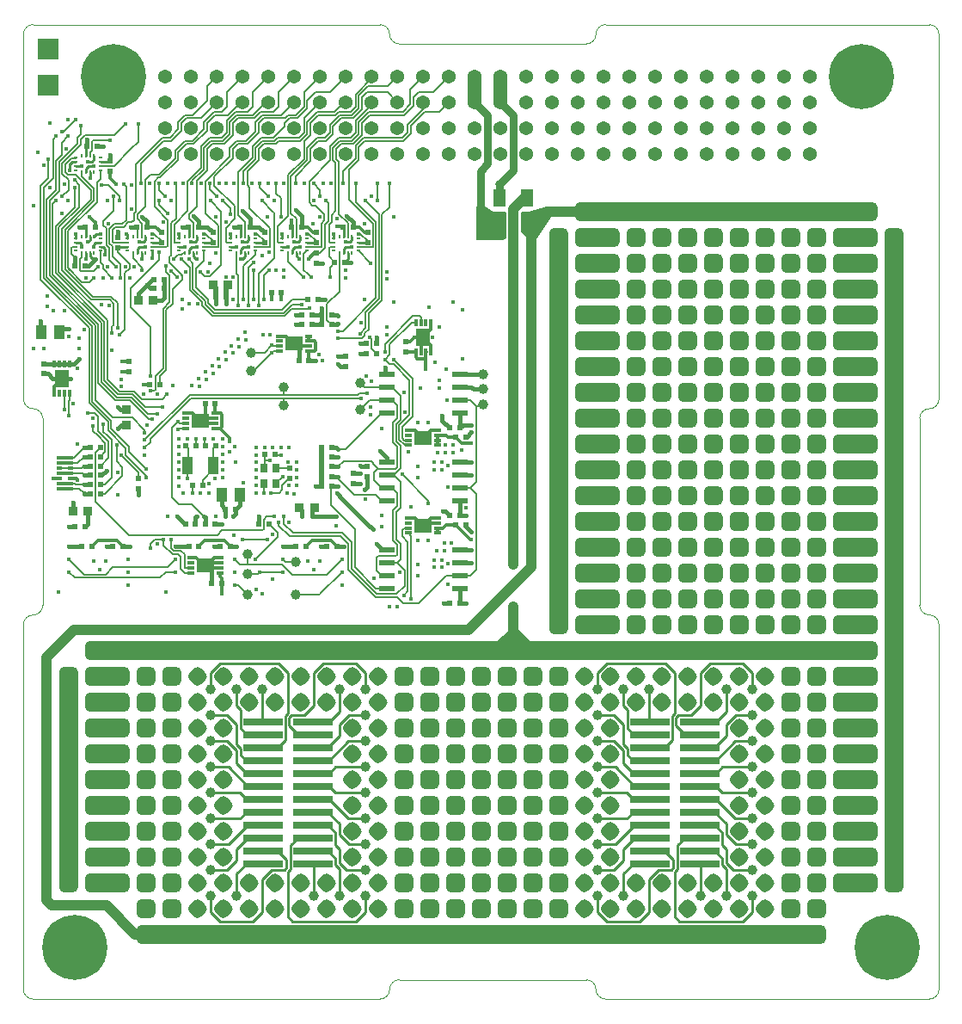
<source format=gbr>
G04 #@! TF.GenerationSoftware,KiCad,Pcbnew,5.1.9*
G04 #@! TF.CreationDate,2021-03-03T13:13:51+01:00*
G04 #@! TF.ProjectId,board_sierra,626f6172-645f-4736-9965-7272612e6b69,v1.1*
G04 #@! TF.SameCoordinates,PX1903cf0PY6c69e80*
G04 #@! TF.FileFunction,Copper,L6,Bot*
G04 #@! TF.FilePolarity,Positive*
%FSLAX46Y46*%
G04 Gerber Fmt 4.6, Leading zero omitted, Abs format (unit mm)*
G04 Created by KiCad (PCBNEW 5.1.9) date 2021-03-03 13:13:51*
%MOMM*%
%LPD*%
G01*
G04 APERTURE LIST*
G04 #@! TA.AperFunction,Profile*
%ADD10C,0.100000*%
G04 #@! TD*
G04 #@! TA.AperFunction,ComponentPad*
%ADD11C,1.365000*%
G04 #@! TD*
G04 #@! TA.AperFunction,SMDPad,CuDef*
%ADD12R,0.500000X0.300000*%
G04 #@! TD*
G04 #@! TA.AperFunction,ComponentPad*
%ADD13R,4.200000X1.850000*%
G04 #@! TD*
G04 #@! TA.AperFunction,ComponentPad*
%ADD14R,1.850000X4.200000*%
G04 #@! TD*
G04 #@! TA.AperFunction,ComponentPad*
%ADD15C,1.500000*%
G04 #@! TD*
G04 #@! TA.AperFunction,SMDPad,CuDef*
%ADD16R,3.860000X0.650000*%
G04 #@! TD*
G04 #@! TA.AperFunction,SMDPad,CuDef*
%ADD17C,1.000000*%
G04 #@! TD*
G04 #@! TA.AperFunction,ComponentPad*
%ADD18R,2.000000X2.000000*%
G04 #@! TD*
G04 #@! TA.AperFunction,SMDPad,CuDef*
%ADD19R,0.950000X0.950000*%
G04 #@! TD*
G04 #@! TA.AperFunction,SMDPad,CuDef*
%ADD20R,1.100000X1.400000*%
G04 #@! TD*
G04 #@! TA.AperFunction,SMDPad,CuDef*
%ADD21R,0.500000X0.600000*%
G04 #@! TD*
G04 #@! TA.AperFunction,SMDPad,CuDef*
%ADD22R,1.250000X1.750000*%
G04 #@! TD*
G04 #@! TA.AperFunction,ComponentPad*
%ADD23C,0.450000*%
G04 #@! TD*
G04 #@! TA.AperFunction,SMDPad,CuDef*
%ADD24R,1.600000X0.600000*%
G04 #@! TD*
G04 #@! TA.AperFunction,SMDPad,CuDef*
%ADD25R,0.300000X0.750000*%
G04 #@! TD*
G04 #@! TA.AperFunction,SMDPad,CuDef*
%ADD26R,1.450000X1.750000*%
G04 #@! TD*
G04 #@! TA.AperFunction,SMDPad,CuDef*
%ADD27R,0.750000X0.300000*%
G04 #@! TD*
G04 #@! TA.AperFunction,SMDPad,CuDef*
%ADD28R,1.750000X1.450000*%
G04 #@! TD*
G04 #@! TA.AperFunction,ComponentPad*
%ADD29C,0.800000*%
G04 #@! TD*
G04 #@! TA.AperFunction,ComponentPad*
%ADD30C,6.400000*%
G04 #@! TD*
G04 #@! TA.AperFunction,SMDPad,CuDef*
%ADD31R,0.600000X0.500000*%
G04 #@! TD*
G04 #@! TA.AperFunction,SMDPad,CuDef*
%ADD32R,0.225000X0.463000*%
G04 #@! TD*
G04 #@! TA.AperFunction,SMDPad,CuDef*
%ADD33R,0.463000X0.225000*%
G04 #@! TD*
G04 #@! TA.AperFunction,SMDPad,CuDef*
%ADD34R,0.800000X0.900000*%
G04 #@! TD*
G04 #@! TA.AperFunction,SMDPad,CuDef*
%ADD35R,1.000000X1.800000*%
G04 #@! TD*
G04 #@! TA.AperFunction,ViaPad*
%ADD36C,0.450000*%
G04 #@! TD*
G04 #@! TA.AperFunction,ViaPad*
%ADD37C,0.800000*%
G04 #@! TD*
G04 #@! TA.AperFunction,Conductor*
%ADD38C,0.300000*%
G04 #@! TD*
G04 #@! TA.AperFunction,Conductor*
%ADD39C,0.200000*%
G04 #@! TD*
G04 #@! TA.AperFunction,Conductor*
%ADD40C,0.225000*%
G04 #@! TD*
G04 #@! TA.AperFunction,Conductor*
%ADD41C,0.500000*%
G04 #@! TD*
G04 #@! TA.AperFunction,Conductor*
%ADD42C,0.450000*%
G04 #@! TD*
G04 #@! TA.AperFunction,Conductor*
%ADD43C,0.350000*%
G04 #@! TD*
G04 #@! TA.AperFunction,Conductor*
%ADD44C,0.173000*%
G04 #@! TD*
G04 #@! TA.AperFunction,Conductor*
%ADD45C,0.250000*%
G04 #@! TD*
G04 #@! TA.AperFunction,Conductor*
%ADD46C,0.770000*%
G04 #@! TD*
G04 #@! TA.AperFunction,Conductor*
%ADD47C,1.365000*%
G04 #@! TD*
G04 #@! TA.AperFunction,Conductor*
%ADD48C,0.190000*%
G04 #@! TD*
G04 #@! TA.AperFunction,Conductor*
%ADD49C,0.170000*%
G04 #@! TD*
G04 #@! TA.AperFunction,Conductor*
%ADD50C,1.000000*%
G04 #@! TD*
G04 #@! TA.AperFunction,Conductor*
%ADD51C,0.280000*%
G04 #@! TD*
G04 #@! TA.AperFunction,Conductor*
%ADD52C,0.127000*%
G04 #@! TD*
G04 #@! TA.AperFunction,Conductor*
%ADD53C,0.150000*%
G04 #@! TD*
G04 APERTURE END LIST*
D10*
X50355500Y88900000D02*
G75*
G03*
X51308000Y89852500I0J952500D01*
G01*
X31940500Y88900000D02*
X50355500Y88900000D01*
X52260500Y90805000D02*
X84137500Y90805000D01*
X30988000Y89852500D02*
G75*
G03*
X30035500Y90805000I-952500J0D01*
G01*
X30988000Y89852500D02*
G75*
G03*
X31940500Y88900000I952500J0D01*
G01*
X-4127500Y90805000D02*
X30035500Y90805000D01*
X52260500Y90805000D02*
G75*
G03*
X51308000Y89852500I0J-952500D01*
G01*
X52260500Y-5080000D02*
X84137500Y-5080000D01*
X31940500Y-3175000D02*
X50355500Y-3175000D01*
X-4127500Y-5080000D02*
X30035500Y-5080000D01*
X52260500Y-5080000D02*
G75*
G02*
X51308000Y-4127500I0J952500D01*
G01*
X50355500Y-3175000D02*
G75*
G02*
X51308000Y-4127500I0J-952500D01*
G01*
X30988000Y-4127500D02*
G75*
G02*
X31940500Y-3175000I952500J0D01*
G01*
X30988000Y-4127500D02*
G75*
G02*
X30035500Y-5080000I-952500J0D01*
G01*
X84137500Y53009800D02*
G75*
G03*
X83185000Y52057300I0J-952500D01*
G01*
X85090000Y89852500D02*
X85090000Y53962300D01*
X83185000Y52057300D02*
X83185000Y33667700D01*
X85090000Y31762700D02*
X85090000Y-4127500D01*
X83185000Y33667700D02*
G75*
G03*
X84137500Y32715200I952500J0D01*
G01*
X85090000Y31762700D02*
G75*
G03*
X84137500Y32715200I-952500J0D01*
G01*
X84137500Y53009800D02*
G75*
G03*
X85090000Y53962300I0J952500D01*
G01*
X85090000Y-4127500D02*
G75*
G02*
X84137500Y-5080000I-952500J0D01*
G01*
X84137500Y90805000D02*
G75*
G02*
X85090000Y89852500I0J-952500D01*
G01*
X-5080000Y31762700D02*
X-5080000Y-4127500D01*
X-5080000Y89852500D02*
X-5080000Y53962300D01*
X-5080000Y89852500D02*
G75*
G02*
X-4127500Y90805000I952500J0D01*
G01*
X-3175000Y52057300D02*
X-3175000Y33667700D01*
X-4127500Y53009800D02*
G75*
G02*
X-5080000Y53962300I0J952500D01*
G01*
X-4127500Y53009800D02*
G75*
G02*
X-3175000Y52057300I0J-952500D01*
G01*
X-3175000Y33667700D02*
G75*
G02*
X-4127500Y32715200I-952500J0D01*
G01*
X-5080000Y31762700D02*
G75*
G02*
X-4127500Y32715200I952500J0D01*
G01*
X-4127500Y-5080000D02*
G75*
G02*
X-5080000Y-4127500I0J952500D01*
G01*
D11*
G04 #@! TO.P,H2,1*
G04 #@! TO.N,Net-(H2-Pad1)*
X8890000Y83185000D03*
G04 #@! TO.P,H2,2*
G04 #@! TO.N,Net-(H2-Pad2)*
X8890000Y85725000D03*
G04 #@! TO.P,H2,3*
G04 #@! TO.N,Net-(H2-Pad3)*
X11430000Y83185000D03*
G04 #@! TO.P,H2,4*
G04 #@! TO.N,Net-(H2-Pad4)*
X11430000Y85725000D03*
G04 #@! TO.P,H2,5*
G04 #@! TO.N,USER_2_1*
X13970000Y83185000D03*
G04 #@! TO.P,H2,6*
G04 #@! TO.N,USER_2_2*
X13970000Y85725000D03*
G04 #@! TO.P,H2,7*
G04 #@! TO.N,SPI_2_CS2*
X16510000Y83185000D03*
G04 #@! TO.P,H2,8*
G04 #@! TO.N,USER_2_4*
X16510000Y85725000D03*
G04 #@! TO.P,H2,9*
G04 #@! TO.N,SPI_2_CS1*
X19050000Y83185000D03*
G04 #@! TO.P,H2,10*
G04 #@! TO.N,SPI_2_MOSI*
X19050000Y85725000D03*
G04 #@! TO.P,H2,11*
G04 #@! TO.N,SPI_2_SCK*
X21590000Y83185000D03*
G04 #@! TO.P,H2,12*
G04 #@! TO.N,SPI_2_MISO*
X21590000Y85725000D03*
G04 #@! TO.P,H2,13*
G04 #@! TO.N,UART_2_TX*
X24130000Y83185000D03*
G04 #@! TO.P,H2,14*
G04 #@! TO.N,UART_2_CTS*
X24130000Y85725000D03*
G04 #@! TO.P,H2,15*
G04 #@! TO.N,UART_2_RX*
X26670000Y83185000D03*
G04 #@! TO.P,H2,16*
G04 #@! TO.N,UART_2_RST*
X26670000Y85725000D03*
G04 #@! TO.P,H2,17*
G04 #@! TO.N,UART_RCS_2_TX*
X29210000Y83185000D03*
G04 #@! TO.P,H2,18*
G04 #@! TO.N,UART_RCS_2_CTS*
X29210000Y85725000D03*
G04 #@! TO.P,H2,19*
G04 #@! TO.N,UART_RCS_2_RX*
X31750000Y83185000D03*
G04 #@! TO.P,H2,20*
G04 #@! TO.N,UART_RCS_2_RST*
X31750000Y85725000D03*
G04 #@! TO.P,H2,21*
G04 #@! TO.N,I2C_2_SCL*
X34290000Y83185000D03*
G04 #@! TO.P,H2,22*
G04 #@! TO.N,I2C_2_SDA*
X34290000Y85725000D03*
G04 #@! TO.P,H2,23*
G04 #@! TO.N,CAN_2_P*
X36830000Y83185000D03*
G04 #@! TO.P,H2,24*
G04 #@! TO.N,CAN_2_N*
X36830000Y85725000D03*
G04 #@! TO.P,H2,25*
G04 #@! TO.N,SUP_5V*
X39370000Y83185000D03*
G04 #@! TO.P,H2,26*
X39370000Y85725000D03*
G04 #@! TO.P,H2,27*
G04 #@! TO.N,SUP_3V3*
X41910000Y83185000D03*
G04 #@! TO.P,H2,28*
X41910000Y85725000D03*
G04 #@! TO.P,H2,29*
G04 #@! TO.N,GND*
X44450000Y83185000D03*
G04 #@! TO.P,H2,30*
X44450000Y85725000D03*
G04 #@! TO.P,H2,31*
G04 #@! TO.N,Net-(H2-Pad31)*
X46990000Y83185000D03*
G04 #@! TO.P,H2,32*
G04 #@! TO.N,GND*
X46990000Y85725000D03*
G04 #@! TO.P,H2,33*
G04 #@! TO.N,Net-(H2-Pad33)*
X49530000Y83185000D03*
G04 #@! TO.P,H2,34*
G04 #@! TO.N,Net-(H2-Pad34)*
X49530000Y85725000D03*
G04 #@! TO.P,H2,35*
G04 #@! TO.N,Net-(H2-Pad35)*
X52070000Y83185000D03*
G04 #@! TO.P,H2,36*
G04 #@! TO.N,Net-(H2-Pad36)*
X52070000Y85725000D03*
G04 #@! TO.P,H2,37*
G04 #@! TO.N,Net-(H2-Pad37)*
X54610000Y83185000D03*
G04 #@! TO.P,H2,38*
G04 #@! TO.N,Net-(H2-Pad38)*
X54610000Y85725000D03*
G04 #@! TO.P,H2,39*
G04 #@! TO.N,USER_4_1*
X57150000Y83185000D03*
G04 #@! TO.P,H2,40*
G04 #@! TO.N,USER_4_2*
X57150000Y85725000D03*
G04 #@! TO.P,H2,41*
G04 #@! TO.N,USER_4_3*
X59690000Y83185000D03*
G04 #@! TO.P,H2,42*
G04 #@! TO.N,USER_4_4*
X59690000Y85725000D03*
G04 #@! TO.P,H2,43*
G04 #@! TO.N,USER_6_1*
X62230000Y83185000D03*
G04 #@! TO.P,H2,44*
G04 #@! TO.N,USER_6_2*
X62230000Y85725000D03*
G04 #@! TO.P,H2,45*
G04 #@! TO.N,Net-(H2-Pad45)*
X64770000Y83185000D03*
G04 #@! TO.P,H2,46*
G04 #@! TO.N,Net-(H2-Pad46)*
X64770000Y85725000D03*
G04 #@! TO.P,H2,47*
G04 #@! TO.N,USER_6_3*
X67310000Y83185000D03*
G04 #@! TO.P,H2,48*
G04 #@! TO.N,USER_6_4*
X67310000Y85725000D03*
G04 #@! TO.P,H2,49*
G04 #@! TO.N,Net-(H2-Pad49)*
X69850000Y83185000D03*
G04 #@! TO.P,H2,50*
G04 #@! TO.N,Net-(H2-Pad50)*
X69850000Y85725000D03*
G04 #@! TO.P,H2,51*
G04 #@! TO.N,Net-(H2-Pad51)*
X72390000Y83185000D03*
G04 #@! TO.P,H2,52*
G04 #@! TO.N,Net-(H2-Pad52)*
X72390000Y85725000D03*
G04 #@! TD*
G04 #@! TO.P,H1,1*
G04 #@! TO.N,Net-(H1-Pad1)*
X8890000Y78105000D03*
G04 #@! TO.P,H1,2*
G04 #@! TO.N,Net-(H1-Pad2)*
X8890000Y80645000D03*
G04 #@! TO.P,H1,3*
G04 #@! TO.N,Net-(H1-Pad3)*
X11430000Y78105000D03*
G04 #@! TO.P,H1,4*
G04 #@! TO.N,Net-(H1-Pad4)*
X11430000Y80645000D03*
G04 #@! TO.P,H1,5*
G04 #@! TO.N,USER_1_1*
X13970000Y78105000D03*
G04 #@! TO.P,H1,6*
G04 #@! TO.N,USER_1_2*
X13970000Y80645000D03*
G04 #@! TO.P,H1,7*
G04 #@! TO.N,SPI_1_CS2*
X16510000Y78105000D03*
G04 #@! TO.P,H1,8*
G04 #@! TO.N,USER_1_4*
X16510000Y80645000D03*
G04 #@! TO.P,H1,9*
G04 #@! TO.N,SPI_1_CS1*
X19050000Y78105000D03*
G04 #@! TO.P,H1,10*
G04 #@! TO.N,SPI_1_MOSI*
X19050000Y80645000D03*
G04 #@! TO.P,H1,11*
G04 #@! TO.N,SPI_1_SCK*
X21590000Y78105000D03*
G04 #@! TO.P,H1,12*
G04 #@! TO.N,SPI_1_MISO*
X21590000Y80645000D03*
G04 #@! TO.P,H1,13*
G04 #@! TO.N,UART_1_TX*
X24130000Y78105000D03*
G04 #@! TO.P,H1,14*
G04 #@! TO.N,UART_1_CTS*
X24130000Y80645000D03*
G04 #@! TO.P,H1,15*
G04 #@! TO.N,UART_1_RX*
X26670000Y78105000D03*
G04 #@! TO.P,H1,16*
G04 #@! TO.N,UART_1_RST*
X26670000Y80645000D03*
G04 #@! TO.P,H1,17*
G04 #@! TO.N,UART_RCS_1_TX*
X29210000Y78105000D03*
G04 #@! TO.P,H1,18*
G04 #@! TO.N,UART_RCS_1_CTS*
X29210000Y80645000D03*
G04 #@! TO.P,H1,19*
G04 #@! TO.N,UART_RCS_1_RX*
X31750000Y78105000D03*
G04 #@! TO.P,H1,20*
G04 #@! TO.N,UART_RCS_1_RST*
X31750000Y80645000D03*
G04 #@! TO.P,H1,21*
G04 #@! TO.N,I2C_1_SCL*
X34290000Y78105000D03*
G04 #@! TO.P,H1,22*
G04 #@! TO.N,I2C_1_SDA*
X34290000Y80645000D03*
G04 #@! TO.P,H1,23*
G04 #@! TO.N,CAN_1_P*
X36830000Y78105000D03*
G04 #@! TO.P,H1,24*
G04 #@! TO.N,CAN_1_N*
X36830000Y80645000D03*
G04 #@! TO.P,H1,25*
G04 #@! TO.N,GLO_SYNC*
X39370000Y78105000D03*
G04 #@! TO.P,H1,26*
G04 #@! TO.N,GLO_FAULT*
X39370000Y80645000D03*
G04 #@! TO.P,H1,27*
G04 #@! TO.N,CPU_WD_1*
X41910000Y78105000D03*
G04 #@! TO.P,H1,28*
G04 #@! TO.N,Net-(H1-Pad28)*
X41910000Y80645000D03*
G04 #@! TO.P,H1,29*
G04 #@! TO.N,Net-(H1-Pad29)*
X44450000Y78105000D03*
G04 #@! TO.P,H1,30*
G04 #@! TO.N,CPU_MODE*
X44450000Y80645000D03*
G04 #@! TO.P,H1,31*
G04 #@! TO.N,Net-(H1-Pad31)*
X46990000Y78105000D03*
G04 #@! TO.P,H1,32*
G04 #@! TO.N,Net-(H1-Pad32)*
X46990000Y80645000D03*
G04 #@! TO.P,H1,33*
G04 #@! TO.N,GND*
X49530000Y78105000D03*
G04 #@! TO.P,H1,34*
X49530000Y80645000D03*
G04 #@! TO.P,H1,35*
G04 #@! TO.N,GLO_KS_1*
X52070000Y78105000D03*
G04 #@! TO.P,H1,36*
G04 #@! TO.N,Net-(H1-Pad36)*
X52070000Y80645000D03*
G04 #@! TO.P,H1,37*
G04 #@! TO.N,Net-(H1-Pad37)*
X54610000Y78105000D03*
G04 #@! TO.P,H1,38*
G04 #@! TO.N,Net-(H1-Pad38)*
X54610000Y80645000D03*
G04 #@! TO.P,H1,39*
G04 #@! TO.N,USER_3_1*
X57150000Y78105000D03*
G04 #@! TO.P,H1,40*
G04 #@! TO.N,USER_3_2*
X57150000Y80645000D03*
G04 #@! TO.P,H1,41*
G04 #@! TO.N,USER_3_3*
X59690000Y78105000D03*
G04 #@! TO.P,H1,42*
G04 #@! TO.N,USER_3_4*
X59690000Y80645000D03*
G04 #@! TO.P,H1,43*
G04 #@! TO.N,USER_5_1*
X62230000Y78105000D03*
G04 #@! TO.P,H1,44*
G04 #@! TO.N,USER_5_2*
X62230000Y80645000D03*
G04 #@! TO.P,H1,45*
G04 #@! TO.N,USER_5_3*
X64770000Y78105000D03*
G04 #@! TO.P,H1,46*
G04 #@! TO.N,USER_5_4*
X64770000Y80645000D03*
G04 #@! TO.P,H1,47*
G04 #@! TO.N,Net-(H1-Pad47)*
X67310000Y78105000D03*
G04 #@! TO.P,H1,48*
G04 #@! TO.N,Net-(H1-Pad48)*
X67310000Y80645000D03*
G04 #@! TO.P,H1,49*
G04 #@! TO.N,Net-(H1-Pad49)*
X69850000Y78105000D03*
G04 #@! TO.P,H1,50*
G04 #@! TO.N,Net-(H1-Pad50)*
X69850000Y80645000D03*
G04 #@! TO.P,H1,51*
G04 #@! TO.N,Net-(H1-Pad51)*
X72390000Y78105000D03*
G04 #@! TO.P,H1,52*
G04 #@! TO.N,Net-(H1-Pad52)*
X72390000Y80645000D03*
G04 #@! TD*
D12*
G04 #@! TO.P,ESD1,14*
G04 #@! TO.N,Net-(ESD1-Pad1)*
X-1565000Y48160000D03*
G04 #@! TO.P,ESD1,13*
G04 #@! TO.N,Net-(ESD1-Pad13)*
X-1565000Y47660000D03*
G04 #@! TO.P,ESD1,12*
G04 #@! TO.N,Net-(ESD1-Pad12)*
X-1565000Y47160000D03*
G04 #@! TO.P,ESD1,11*
G04 #@! TO.N,Net-(ESD1-Pad11)*
X-1565000Y46660000D03*
G04 #@! TO.P,ESD1,10*
G04 #@! TO.N,GND*
X-1565000Y46160000D03*
G04 #@! TO.P,ESD1,9*
G04 #@! TO.N,Net-(ESD1-Pad6)*
X-1565000Y45660000D03*
G04 #@! TO.P,ESD1,8*
G04 #@! TO.N,Net-(ESD1-Pad7)*
X-1565000Y45160000D03*
G04 #@! TO.P,ESD1,7*
X-415000Y45160000D03*
G04 #@! TO.P,ESD1,6*
G04 #@! TO.N,Net-(ESD1-Pad6)*
X-415000Y45660000D03*
G04 #@! TO.P,ESD1,5*
G04 #@! TO.N,Net-(ESD1-Pad5)*
X-415000Y46160000D03*
G04 #@! TO.P,ESD1,4*
G04 #@! TO.N,Net-(ESD1-Pad11)*
X-415000Y46660000D03*
G04 #@! TO.P,ESD1,3*
G04 #@! TO.N,Net-(ESD1-Pad12)*
X-415000Y47160000D03*
G04 #@! TO.P,ESD1,2*
G04 #@! TO.N,Net-(ESD1-Pad13)*
X-415000Y47660000D03*
G04 #@! TO.P,ESD1,1*
G04 #@! TO.N,Net-(ESD1-Pad1)*
X-415000Y48160000D03*
G04 #@! TD*
D13*
G04 #@! TO.P,UA5,3*
G04 #@! TO.N,Net-(F2-Pad1)*
X67945000Y1270000D03*
X62865000Y1270000D03*
X55245000Y1270000D03*
X57785000Y1270000D03*
X52705000Y1270000D03*
X60325000Y1270000D03*
X65405000Y1270000D03*
X45085000Y1270000D03*
X47625000Y1270000D03*
X50165000Y1270000D03*
X40005000Y1270000D03*
X37465000Y1270000D03*
X42545000Y1270000D03*
X32385000Y1270000D03*
X29845000Y1270000D03*
X34925000Y1270000D03*
X24765000Y1270000D03*
X22225000Y1270000D03*
X27305000Y1270000D03*
X17145000Y1270000D03*
X14605000Y1270000D03*
X19685000Y1270000D03*
D14*
G04 #@! TO.P,UA5,1*
G04 #@! TO.N,GND*
X80645000Y11430000D03*
X80645000Y13970000D03*
X80645000Y8890000D03*
X80645000Y19050000D03*
X80645000Y16510000D03*
X80645000Y26670000D03*
X80645000Y24130000D03*
X80645000Y21590000D03*
X80645000Y31750000D03*
X80645000Y29210000D03*
X80645000Y41910000D03*
X80645000Y39370000D03*
X80645000Y34290000D03*
D13*
G04 #@! TO.P,UA5,2*
G04 #@! TO.N,Net-(F1-Pad1)*
X42545000Y29210000D03*
D14*
G04 #@! TO.P,UA5,1*
G04 #@! TO.N,GND*
X80645000Y44450000D03*
X80645000Y36830000D03*
D13*
G04 #@! TO.P,UA5,2*
G04 #@! TO.N,Net-(F1-Pad1)*
X34925000Y29210000D03*
D14*
G04 #@! TO.P,UA5,1*
G04 #@! TO.N,GND*
X80645000Y54610000D03*
X80645000Y46990000D03*
D13*
G04 #@! TO.P,UA5,2*
G04 #@! TO.N,Net-(F1-Pad1)*
X37465000Y29210000D03*
D14*
G04 #@! TO.P,UA5,1*
G04 #@! TO.N,GND*
X80645000Y52070000D03*
D13*
G04 #@! TO.P,UA5,2*
G04 #@! TO.N,Net-(F1-Pad1)*
X40005000Y29210000D03*
D14*
G04 #@! TO.P,UA5,1*
G04 #@! TO.N,GND*
X80645000Y49530000D03*
D13*
G04 #@! TO.P,UA5,2*
G04 #@! TO.N,Net-(F1-Pad1)*
X29845000Y29210000D03*
D14*
G04 #@! TO.P,UA5,1*
G04 #@! TO.N,GND*
X80645000Y57150000D03*
D13*
G04 #@! TO.P,UA5,2*
G04 #@! TO.N,Net-(F1-Pad1)*
X32385000Y29210000D03*
D14*
G04 #@! TO.P,UA5,1*
G04 #@! TO.N,GND*
X80645000Y59690000D03*
X80645000Y62230000D03*
X80645000Y64770000D03*
D13*
G04 #@! TO.P,UA5,2*
G04 #@! TO.N,Net-(F1-Pad1)*
X22225000Y29210000D03*
X17145000Y29210000D03*
X27305000Y29210000D03*
X24765000Y29210000D03*
X19685000Y29210000D03*
G04 #@! TO.P,UA5,3*
G04 #@! TO.N,Net-(F2-Pad1)*
X12065000Y1270000D03*
X9525000Y1270000D03*
G04 #@! TO.P,UA5,2*
G04 #@! TO.N,Net-(F1-Pad1)*
X14605000Y29210000D03*
X12065000Y29210000D03*
X9525000Y29210000D03*
X6985000Y29210000D03*
G04 #@! TO.P,UA5,NC*
G04 #@! TO.N,N/C*
G04 #@! TA.AperFunction,ComponentPad*
G36*
G01*
X6060000Y18587500D02*
X6060000Y19512500D01*
G75*
G02*
X6522500Y19975000I462500J0D01*
G01*
X7447500Y19975000D01*
G75*
G02*
X7910000Y19512500I0J-462500D01*
G01*
X7910000Y18587500D01*
G75*
G02*
X7447500Y18125000I-462500J0D01*
G01*
X6522500Y18125000D01*
G75*
G02*
X6060000Y18587500I0J462500D01*
G01*
G37*
G04 #@! TD.AperFunction*
G04 #@! TA.AperFunction,ComponentPad*
G36*
G01*
X6060000Y21127500D02*
X6060000Y22052500D01*
G75*
G02*
X6522500Y22515000I462500J0D01*
G01*
X7447500Y22515000D01*
G75*
G02*
X7910000Y22052500I0J-462500D01*
G01*
X7910000Y21127500D01*
G75*
G02*
X7447500Y20665000I-462500J0D01*
G01*
X6522500Y20665000D01*
G75*
G02*
X6060000Y21127500I0J462500D01*
G01*
G37*
G04 #@! TD.AperFunction*
G04 #@! TA.AperFunction,ComponentPad*
G36*
G01*
X6060000Y16047500D02*
X6060000Y16972500D01*
G75*
G02*
X6522500Y17435000I462500J0D01*
G01*
X7447500Y17435000D01*
G75*
G02*
X7910000Y16972500I0J-462500D01*
G01*
X7910000Y16047500D01*
G75*
G02*
X7447500Y15585000I-462500J0D01*
G01*
X6522500Y15585000D01*
G75*
G02*
X6060000Y16047500I0J462500D01*
G01*
G37*
G04 #@! TD.AperFunction*
G04 #@! TA.AperFunction,ComponentPad*
G36*
G01*
X6060000Y13507500D02*
X6060000Y14432500D01*
G75*
G02*
X6522500Y14895000I462500J0D01*
G01*
X7447500Y14895000D01*
G75*
G02*
X7910000Y14432500I0J-462500D01*
G01*
X7910000Y13507500D01*
G75*
G02*
X7447500Y13045000I-462500J0D01*
G01*
X6522500Y13045000D01*
G75*
G02*
X6060000Y13507500I0J462500D01*
G01*
G37*
G04 #@! TD.AperFunction*
G04 #@! TA.AperFunction,ComponentPad*
G36*
G01*
X34000000Y18587500D02*
X34000000Y19512500D01*
G75*
G02*
X34462500Y19975000I462500J0D01*
G01*
X35387500Y19975000D01*
G75*
G02*
X35850000Y19512500I0J-462500D01*
G01*
X35850000Y18587500D01*
G75*
G02*
X35387500Y18125000I-462500J0D01*
G01*
X34462500Y18125000D01*
G75*
G02*
X34000000Y18587500I0J462500D01*
G01*
G37*
G04 #@! TD.AperFunction*
G04 #@! TA.AperFunction,ComponentPad*
G36*
G01*
X34000000Y13507500D02*
X34000000Y14432500D01*
G75*
G02*
X34462500Y14895000I462500J0D01*
G01*
X35387500Y14895000D01*
G75*
G02*
X35850000Y14432500I0J-462500D01*
G01*
X35850000Y13507500D01*
G75*
G02*
X35387500Y13045000I-462500J0D01*
G01*
X34462500Y13045000D01*
G75*
G02*
X34000000Y13507500I0J462500D01*
G01*
G37*
G04 #@! TD.AperFunction*
G04 #@! TA.AperFunction,ComponentPad*
G36*
G01*
X34000000Y16047500D02*
X34000000Y16972500D01*
G75*
G02*
X34462500Y17435000I462500J0D01*
G01*
X35387500Y17435000D01*
G75*
G02*
X35850000Y16972500I0J-462500D01*
G01*
X35850000Y16047500D01*
G75*
G02*
X35387500Y15585000I-462500J0D01*
G01*
X34462500Y15585000D01*
G75*
G02*
X34000000Y16047500I0J462500D01*
G01*
G37*
G04 #@! TD.AperFunction*
G04 #@! TA.AperFunction,ComponentPad*
G36*
G01*
X34000000Y21127500D02*
X34000000Y22052500D01*
G75*
G02*
X34462500Y22515000I462500J0D01*
G01*
X35387500Y22515000D01*
G75*
G02*
X35850000Y22052500I0J-462500D01*
G01*
X35850000Y21127500D01*
G75*
G02*
X35387500Y20665000I-462500J0D01*
G01*
X34462500Y20665000D01*
G75*
G02*
X34000000Y21127500I0J462500D01*
G01*
G37*
G04 #@! TD.AperFunction*
G04 #@! TA.AperFunction,ComponentPad*
G36*
G01*
X8600000Y18587500D02*
X8600000Y19512500D01*
G75*
G02*
X9062500Y19975000I462500J0D01*
G01*
X9987500Y19975000D01*
G75*
G02*
X10450000Y19512500I0J-462500D01*
G01*
X10450000Y18587500D01*
G75*
G02*
X9987500Y18125000I-462500J0D01*
G01*
X9062500Y18125000D01*
G75*
G02*
X8600000Y18587500I0J462500D01*
G01*
G37*
G04 #@! TD.AperFunction*
G04 #@! TA.AperFunction,ComponentPad*
G36*
G01*
X31460000Y18587500D02*
X31460000Y19512500D01*
G75*
G02*
X31922500Y19975000I462500J0D01*
G01*
X32847500Y19975000D01*
G75*
G02*
X33310000Y19512500I0J-462500D01*
G01*
X33310000Y18587500D01*
G75*
G02*
X32847500Y18125000I-462500J0D01*
G01*
X31922500Y18125000D01*
G75*
G02*
X31460000Y18587500I0J462500D01*
G01*
G37*
G04 #@! TD.AperFunction*
G04 #@! TA.AperFunction,ComponentPad*
G36*
G01*
X31460000Y21127500D02*
X31460000Y22052500D01*
G75*
G02*
X31922500Y22515000I462500J0D01*
G01*
X32847500Y22515000D01*
G75*
G02*
X33310000Y22052500I0J-462500D01*
G01*
X33310000Y21127500D01*
G75*
G02*
X32847500Y20665000I-462500J0D01*
G01*
X31922500Y20665000D01*
G75*
G02*
X31460000Y21127500I0J462500D01*
G01*
G37*
G04 #@! TD.AperFunction*
G04 #@! TA.AperFunction,ComponentPad*
G36*
G01*
X8600000Y21127500D02*
X8600000Y22052500D01*
G75*
G02*
X9062500Y22515000I462500J0D01*
G01*
X9987500Y22515000D01*
G75*
G02*
X10450000Y22052500I0J-462500D01*
G01*
X10450000Y21127500D01*
G75*
G02*
X9987500Y20665000I-462500J0D01*
G01*
X9062500Y20665000D01*
G75*
G02*
X8600000Y21127500I0J462500D01*
G01*
G37*
G04 #@! TD.AperFunction*
G04 #@! TA.AperFunction,ComponentPad*
G36*
G01*
X31460000Y16047500D02*
X31460000Y16972500D01*
G75*
G02*
X31922500Y17435000I462500J0D01*
G01*
X32847500Y17435000D01*
G75*
G02*
X33310000Y16972500I0J-462500D01*
G01*
X33310000Y16047500D01*
G75*
G02*
X32847500Y15585000I-462500J0D01*
G01*
X31922500Y15585000D01*
G75*
G02*
X31460000Y16047500I0J462500D01*
G01*
G37*
G04 #@! TD.AperFunction*
G04 #@! TA.AperFunction,ComponentPad*
G36*
G01*
X8600000Y16047500D02*
X8600000Y16972500D01*
G75*
G02*
X9062500Y17435000I462500J0D01*
G01*
X9987500Y17435000D01*
G75*
G02*
X10450000Y16972500I0J-462500D01*
G01*
X10450000Y16047500D01*
G75*
G02*
X9987500Y15585000I-462500J0D01*
G01*
X9062500Y15585000D01*
G75*
G02*
X8600000Y16047500I0J462500D01*
G01*
G37*
G04 #@! TD.AperFunction*
G04 #@! TA.AperFunction,ComponentPad*
G36*
G01*
X8600000Y13507500D02*
X8600000Y14432500D01*
G75*
G02*
X9062500Y14895000I462500J0D01*
G01*
X9987500Y14895000D01*
G75*
G02*
X10450000Y14432500I0J-462500D01*
G01*
X10450000Y13507500D01*
G75*
G02*
X9987500Y13045000I-462500J0D01*
G01*
X9062500Y13045000D01*
G75*
G02*
X8600000Y13507500I0J462500D01*
G01*
G37*
G04 #@! TD.AperFunction*
G04 #@! TA.AperFunction,ComponentPad*
G36*
G01*
X31460000Y13507500D02*
X31460000Y14432500D01*
G75*
G02*
X31922500Y14895000I462500J0D01*
G01*
X32847500Y14895000D01*
G75*
G02*
X33310000Y14432500I0J-462500D01*
G01*
X33310000Y13507500D01*
G75*
G02*
X32847500Y13045000I-462500J0D01*
G01*
X31922500Y13045000D01*
G75*
G02*
X31460000Y13507500I0J462500D01*
G01*
G37*
G04 #@! TD.AperFunction*
G04 #@! TA.AperFunction,ComponentPad*
G36*
G01*
X13818697Y19395068D02*
X14259932Y19836303D01*
G75*
G02*
X14950068Y19836303I345068J-345068D01*
G01*
X15391303Y19395068D01*
G75*
G02*
X15391303Y18704932I-345068J-345068D01*
G01*
X14950068Y18263697D01*
G75*
G02*
X14259932Y18263697I-345068J345068D01*
G01*
X13818697Y18704932D01*
G75*
G02*
X13818697Y19395068I345068J345068D01*
G01*
G37*
G04 #@! TD.AperFunction*
G04 #@! TA.AperFunction,ComponentPad*
G36*
G01*
X13818697Y14315068D02*
X14259932Y14756303D01*
G75*
G02*
X14950068Y14756303I345068J-345068D01*
G01*
X15391303Y14315068D01*
G75*
G02*
X15391303Y13624932I-345068J-345068D01*
G01*
X14950068Y13183697D01*
G75*
G02*
X14259932Y13183697I-345068J345068D01*
G01*
X13818697Y13624932D01*
G75*
G02*
X13818697Y14315068I345068J345068D01*
G01*
G37*
G04 #@! TD.AperFunction*
G04 #@! TA.AperFunction,ComponentPad*
G36*
G01*
X13818697Y16855068D02*
X14259932Y17296303D01*
G75*
G02*
X14950068Y17296303I345068J-345068D01*
G01*
X15391303Y16855068D01*
G75*
G02*
X15391303Y16164932I-345068J-345068D01*
G01*
X14950068Y15723697D01*
G75*
G02*
X14259932Y15723697I-345068J345068D01*
G01*
X13818697Y16164932D01*
G75*
G02*
X13818697Y16855068I345068J345068D01*
G01*
G37*
G04 #@! TD.AperFunction*
G04 #@! TA.AperFunction,ComponentPad*
G36*
G01*
X13818697Y21935068D02*
X14259932Y22376303D01*
G75*
G02*
X14950068Y22376303I345068J-345068D01*
G01*
X15391303Y21935068D01*
G75*
G02*
X15391303Y21244932I-345068J-345068D01*
G01*
X14950068Y20803697D01*
G75*
G02*
X14259932Y20803697I-345068J345068D01*
G01*
X13818697Y21244932D01*
G75*
G02*
X13818697Y21935068I345068J345068D01*
G01*
G37*
G04 #@! TD.AperFunction*
G04 #@! TA.AperFunction,ComponentPad*
G36*
G01*
X72100000Y18587500D02*
X72100000Y19512500D01*
G75*
G02*
X72562500Y19975000I462500J0D01*
G01*
X73487500Y19975000D01*
G75*
G02*
X73950000Y19512500I0J-462500D01*
G01*
X73950000Y18587500D01*
G75*
G02*
X73487500Y18125000I-462500J0D01*
G01*
X72562500Y18125000D01*
G75*
G02*
X72100000Y18587500I0J462500D01*
G01*
G37*
G04 #@! TD.AperFunction*
G04 #@! TA.AperFunction,ComponentPad*
G36*
G01*
X11278697Y19395068D02*
X11719932Y19836303D01*
G75*
G02*
X12410068Y19836303I345068J-345068D01*
G01*
X12851303Y19395068D01*
G75*
G02*
X12851303Y18704932I-345068J-345068D01*
G01*
X12410068Y18263697D01*
G75*
G02*
X11719932Y18263697I-345068J345068D01*
G01*
X11278697Y18704932D01*
G75*
G02*
X11278697Y19395068I345068J345068D01*
G01*
G37*
G04 #@! TD.AperFunction*
G04 #@! TA.AperFunction,ComponentPad*
G36*
G01*
X11278697Y21935068D02*
X11719932Y22376303D01*
G75*
G02*
X12410068Y22376303I345068J-345068D01*
G01*
X12851303Y21935068D01*
G75*
G02*
X12851303Y21244932I-345068J-345068D01*
G01*
X12410068Y20803697D01*
G75*
G02*
X11719932Y20803697I-345068J345068D01*
G01*
X11278697Y21244932D01*
G75*
G02*
X11278697Y21935068I345068J345068D01*
G01*
G37*
G04 #@! TD.AperFunction*
G04 #@! TA.AperFunction,ComponentPad*
G36*
G01*
X72100000Y21127500D02*
X72100000Y22052500D01*
G75*
G02*
X72562500Y22515000I462500J0D01*
G01*
X73487500Y22515000D01*
G75*
G02*
X73950000Y22052500I0J-462500D01*
G01*
X73950000Y21127500D01*
G75*
G02*
X73487500Y20665000I-462500J0D01*
G01*
X72562500Y20665000D01*
G75*
G02*
X72100000Y21127500I0J462500D01*
G01*
G37*
G04 #@! TD.AperFunction*
G04 #@! TA.AperFunction,ComponentPad*
G36*
G01*
X11278697Y16855068D02*
X11719932Y17296303D01*
G75*
G02*
X12410068Y17296303I345068J-345068D01*
G01*
X12851303Y16855068D01*
G75*
G02*
X12851303Y16164932I-345068J-345068D01*
G01*
X12410068Y15723697D01*
G75*
G02*
X11719932Y15723697I-345068J345068D01*
G01*
X11278697Y16164932D01*
G75*
G02*
X11278697Y16855068I345068J345068D01*
G01*
G37*
G04 #@! TD.AperFunction*
G04 #@! TA.AperFunction,ComponentPad*
G36*
G01*
X72100000Y16047500D02*
X72100000Y16972500D01*
G75*
G02*
X72562500Y17435000I462500J0D01*
G01*
X73487500Y17435000D01*
G75*
G02*
X73950000Y16972500I0J-462500D01*
G01*
X73950000Y16047500D01*
G75*
G02*
X73487500Y15585000I-462500J0D01*
G01*
X72562500Y15585000D01*
G75*
G02*
X72100000Y16047500I0J462500D01*
G01*
G37*
G04 #@! TD.AperFunction*
G04 #@! TA.AperFunction,ComponentPad*
G36*
G01*
X72100000Y13507500D02*
X72100000Y14432500D01*
G75*
G02*
X72562500Y14895000I462500J0D01*
G01*
X73487500Y14895000D01*
G75*
G02*
X73950000Y14432500I0J-462500D01*
G01*
X73950000Y13507500D01*
G75*
G02*
X73487500Y13045000I-462500J0D01*
G01*
X72562500Y13045000D01*
G75*
G02*
X72100000Y13507500I0J462500D01*
G01*
G37*
G04 #@! TD.AperFunction*
G04 #@! TA.AperFunction,ComponentPad*
G36*
G01*
X11278697Y14315068D02*
X11719932Y14756303D01*
G75*
G02*
X12410068Y14756303I345068J-345068D01*
G01*
X12851303Y14315068D01*
G75*
G02*
X12851303Y13624932I-345068J-345068D01*
G01*
X12410068Y13183697D01*
G75*
G02*
X11719932Y13183697I-345068J345068D01*
G01*
X11278697Y13624932D01*
G75*
G02*
X11278697Y14315068I345068J345068D01*
G01*
G37*
G04 #@! TD.AperFunction*
G04 #@! TA.AperFunction,ComponentPad*
G36*
G01*
X67158697Y11775068D02*
X67599932Y12216303D01*
G75*
G02*
X68290068Y12216303I345068J-345068D01*
G01*
X68731303Y11775068D01*
G75*
G02*
X68731303Y11084932I-345068J-345068D01*
G01*
X68290068Y10643697D01*
G75*
G02*
X67599932Y10643697I-345068J345068D01*
G01*
X67158697Y11084932D01*
G75*
G02*
X67158697Y11775068I345068J345068D01*
G01*
G37*
G04 #@! TD.AperFunction*
G04 #@! TA.AperFunction,ComponentPad*
G36*
G01*
X64618697Y19395068D02*
X65059932Y19836303D01*
G75*
G02*
X65750068Y19836303I345068J-345068D01*
G01*
X66191303Y19395068D01*
G75*
G02*
X66191303Y18704932I-345068J-345068D01*
G01*
X65750068Y18263697D01*
G75*
G02*
X65059932Y18263697I-345068J345068D01*
G01*
X64618697Y18704932D01*
G75*
G02*
X64618697Y19395068I345068J345068D01*
G01*
G37*
G04 #@! TD.AperFunction*
G04 #@! TA.AperFunction,ComponentPad*
G36*
G01*
X67158697Y16855068D02*
X67599932Y17296303D01*
G75*
G02*
X68290068Y17296303I345068J-345068D01*
G01*
X68731303Y16855068D01*
G75*
G02*
X68731303Y16164932I-345068J-345068D01*
G01*
X68290068Y15723697D01*
G75*
G02*
X67599932Y15723697I-345068J345068D01*
G01*
X67158697Y16164932D01*
G75*
G02*
X67158697Y16855068I345068J345068D01*
G01*
G37*
G04 #@! TD.AperFunction*
G04 #@! TA.AperFunction,ComponentPad*
G36*
G01*
X67158697Y21935068D02*
X67599932Y22376303D01*
G75*
G02*
X68290068Y22376303I345068J-345068D01*
G01*
X68731303Y21935068D01*
G75*
G02*
X68731303Y21244932I-345068J-345068D01*
G01*
X68290068Y20803697D01*
G75*
G02*
X67599932Y20803697I-345068J345068D01*
G01*
X67158697Y21244932D01*
G75*
G02*
X67158697Y21935068I345068J345068D01*
G01*
G37*
G04 #@! TD.AperFunction*
G04 #@! TA.AperFunction,ComponentPad*
G36*
G01*
X64618697Y21935068D02*
X65059932Y22376303D01*
G75*
G02*
X65750068Y22376303I345068J-345068D01*
G01*
X66191303Y21935068D01*
G75*
G02*
X66191303Y21244932I-345068J-345068D01*
G01*
X65750068Y20803697D01*
G75*
G02*
X65059932Y20803697I-345068J345068D01*
G01*
X64618697Y21244932D01*
G75*
G02*
X64618697Y21935068I345068J345068D01*
G01*
G37*
G04 #@! TD.AperFunction*
G04 #@! TA.AperFunction,ComponentPad*
G36*
G01*
X64618697Y11775068D02*
X65059932Y12216303D01*
G75*
G02*
X65750068Y12216303I345068J-345068D01*
G01*
X66191303Y11775068D01*
G75*
G02*
X66191303Y11084932I-345068J-345068D01*
G01*
X65750068Y10643697D01*
G75*
G02*
X65059932Y10643697I-345068J345068D01*
G01*
X64618697Y11084932D01*
G75*
G02*
X64618697Y11775068I345068J345068D01*
G01*
G37*
G04 #@! TD.AperFunction*
G04 #@! TA.AperFunction,ComponentPad*
G36*
G01*
X67158697Y9235068D02*
X67599932Y9676303D01*
G75*
G02*
X68290068Y9676303I345068J-345068D01*
G01*
X68731303Y9235068D01*
G75*
G02*
X68731303Y8544932I-345068J-345068D01*
G01*
X68290068Y8103697D01*
G75*
G02*
X67599932Y8103697I-345068J345068D01*
G01*
X67158697Y8544932D01*
G75*
G02*
X67158697Y9235068I345068J345068D01*
G01*
G37*
G04 #@! TD.AperFunction*
G04 #@! TA.AperFunction,ComponentPad*
G36*
G01*
X67158697Y14315068D02*
X67599932Y14756303D01*
G75*
G02*
X68290068Y14756303I345068J-345068D01*
G01*
X68731303Y14315068D01*
G75*
G02*
X68731303Y13624932I-345068J-345068D01*
G01*
X68290068Y13183697D01*
G75*
G02*
X67599932Y13183697I-345068J345068D01*
G01*
X67158697Y13624932D01*
G75*
G02*
X67158697Y14315068I345068J345068D01*
G01*
G37*
G04 #@! TD.AperFunction*
G04 #@! TA.AperFunction,ComponentPad*
G36*
G01*
X67158697Y19395068D02*
X67599932Y19836303D01*
G75*
G02*
X68290068Y19836303I345068J-345068D01*
G01*
X68731303Y19395068D01*
G75*
G02*
X68731303Y18704932I-345068J-345068D01*
G01*
X68290068Y18263697D01*
G75*
G02*
X67599932Y18263697I-345068J345068D01*
G01*
X67158697Y18704932D01*
G75*
G02*
X67158697Y19395068I345068J345068D01*
G01*
G37*
G04 #@! TD.AperFunction*
G04 #@! TA.AperFunction,ComponentPad*
G36*
G01*
X64618697Y14315068D02*
X65059932Y14756303D01*
G75*
G02*
X65750068Y14756303I345068J-345068D01*
G01*
X66191303Y14315068D01*
G75*
G02*
X66191303Y13624932I-345068J-345068D01*
G01*
X65750068Y13183697D01*
G75*
G02*
X65059932Y13183697I-345068J345068D01*
G01*
X64618697Y13624932D01*
G75*
G02*
X64618697Y14315068I345068J345068D01*
G01*
G37*
G04 #@! TD.AperFunction*
G04 #@! TA.AperFunction,ComponentPad*
G36*
G01*
X6060000Y8427500D02*
X6060000Y9352500D01*
G75*
G02*
X6522500Y9815000I462500J0D01*
G01*
X7447500Y9815000D01*
G75*
G02*
X7910000Y9352500I0J-462500D01*
G01*
X7910000Y8427500D01*
G75*
G02*
X7447500Y7965000I-462500J0D01*
G01*
X6522500Y7965000D01*
G75*
G02*
X6060000Y8427500I0J462500D01*
G01*
G37*
G04 #@! TD.AperFunction*
G04 #@! TA.AperFunction,ComponentPad*
G36*
G01*
X6060000Y10967500D02*
X6060000Y11892500D01*
G75*
G02*
X6522500Y12355000I462500J0D01*
G01*
X7447500Y12355000D01*
G75*
G02*
X7910000Y11892500I0J-462500D01*
G01*
X7910000Y10967500D01*
G75*
G02*
X7447500Y10505000I-462500J0D01*
G01*
X6522500Y10505000D01*
G75*
G02*
X6060000Y10967500I0J462500D01*
G01*
G37*
G04 #@! TD.AperFunction*
G04 #@! TA.AperFunction,ComponentPad*
G36*
G01*
X64618697Y9235068D02*
X65059932Y9676303D01*
G75*
G02*
X65750068Y9676303I345068J-345068D01*
G01*
X66191303Y9235068D01*
G75*
G02*
X66191303Y8544932I-345068J-345068D01*
G01*
X65750068Y8103697D01*
G75*
G02*
X65059932Y8103697I-345068J345068D01*
G01*
X64618697Y8544932D01*
G75*
G02*
X64618697Y9235068I345068J345068D01*
G01*
G37*
G04 #@! TD.AperFunction*
G04 #@! TA.AperFunction,ComponentPad*
G36*
G01*
X64618697Y16855068D02*
X65059932Y17296303D01*
G75*
G02*
X65750068Y17296303I345068J-345068D01*
G01*
X66191303Y16855068D01*
G75*
G02*
X66191303Y16164932I-345068J-345068D01*
G01*
X65750068Y15723697D01*
G75*
G02*
X65059932Y15723697I-345068J345068D01*
G01*
X64618697Y16164932D01*
G75*
G02*
X64618697Y16855068I345068J345068D01*
G01*
G37*
G04 #@! TD.AperFunction*
G04 #@! TA.AperFunction,ComponentPad*
G36*
G01*
X34000000Y10967500D02*
X34000000Y11892500D01*
G75*
G02*
X34462500Y12355000I462500J0D01*
G01*
X35387500Y12355000D01*
G75*
G02*
X35850000Y11892500I0J-462500D01*
G01*
X35850000Y10967500D01*
G75*
G02*
X35387500Y10505000I-462500J0D01*
G01*
X34462500Y10505000D01*
G75*
G02*
X34000000Y10967500I0J462500D01*
G01*
G37*
G04 #@! TD.AperFunction*
G04 #@! TA.AperFunction,ComponentPad*
G36*
G01*
X8600000Y10967500D02*
X8600000Y11892500D01*
G75*
G02*
X9062500Y12355000I462500J0D01*
G01*
X9987500Y12355000D01*
G75*
G02*
X10450000Y11892500I0J-462500D01*
G01*
X10450000Y10967500D01*
G75*
G02*
X9987500Y10505000I-462500J0D01*
G01*
X9062500Y10505000D01*
G75*
G02*
X8600000Y10967500I0J462500D01*
G01*
G37*
G04 #@! TD.AperFunction*
G04 #@! TA.AperFunction,ComponentPad*
G36*
G01*
X31460000Y8427500D02*
X31460000Y9352500D01*
G75*
G02*
X31922500Y9815000I462500J0D01*
G01*
X32847500Y9815000D01*
G75*
G02*
X33310000Y9352500I0J-462500D01*
G01*
X33310000Y8427500D01*
G75*
G02*
X32847500Y7965000I-462500J0D01*
G01*
X31922500Y7965000D01*
G75*
G02*
X31460000Y8427500I0J462500D01*
G01*
G37*
G04 #@! TD.AperFunction*
G04 #@! TA.AperFunction,ComponentPad*
G36*
G01*
X46700000Y8427500D02*
X46700000Y9352500D01*
G75*
G02*
X47162500Y9815000I462500J0D01*
G01*
X48087500Y9815000D01*
G75*
G02*
X48550000Y9352500I0J-462500D01*
G01*
X48550000Y8427500D01*
G75*
G02*
X48087500Y7965000I-462500J0D01*
G01*
X47162500Y7965000D01*
G75*
G02*
X46700000Y8427500I0J462500D01*
G01*
G37*
G04 #@! TD.AperFunction*
G04 #@! TA.AperFunction,ComponentPad*
G36*
G01*
X34000000Y5887500D02*
X34000000Y6812500D01*
G75*
G02*
X34462500Y7275000I462500J0D01*
G01*
X35387500Y7275000D01*
G75*
G02*
X35850000Y6812500I0J-462500D01*
G01*
X35850000Y5887500D01*
G75*
G02*
X35387500Y5425000I-462500J0D01*
G01*
X34462500Y5425000D01*
G75*
G02*
X34000000Y5887500I0J462500D01*
G01*
G37*
G04 #@! TD.AperFunction*
G04 #@! TA.AperFunction,ComponentPad*
G36*
G01*
X72100000Y10967500D02*
X72100000Y11892500D01*
G75*
G02*
X72562500Y12355000I462500J0D01*
G01*
X73487500Y12355000D01*
G75*
G02*
X73950000Y11892500I0J-462500D01*
G01*
X73950000Y10967500D01*
G75*
G02*
X73487500Y10505000I-462500J0D01*
G01*
X72562500Y10505000D01*
G75*
G02*
X72100000Y10967500I0J462500D01*
G01*
G37*
G04 #@! TD.AperFunction*
G04 #@! TA.AperFunction,ComponentPad*
G36*
G01*
X44160000Y5887500D02*
X44160000Y6812500D01*
G75*
G02*
X44622500Y7275000I462500J0D01*
G01*
X45547500Y7275000D01*
G75*
G02*
X46010000Y6812500I0J-462500D01*
G01*
X46010000Y5887500D01*
G75*
G02*
X45547500Y5425000I-462500J0D01*
G01*
X44622500Y5425000D01*
G75*
G02*
X44160000Y5887500I0J462500D01*
G01*
G37*
G04 #@! TD.AperFunction*
G04 #@! TA.AperFunction,ComponentPad*
G36*
G01*
X34000000Y8427500D02*
X34000000Y9352500D01*
G75*
G02*
X34462500Y9815000I462500J0D01*
G01*
X35387500Y9815000D01*
G75*
G02*
X35850000Y9352500I0J-462500D01*
G01*
X35850000Y8427500D01*
G75*
G02*
X35387500Y7965000I-462500J0D01*
G01*
X34462500Y7965000D01*
G75*
G02*
X34000000Y8427500I0J462500D01*
G01*
G37*
G04 #@! TD.AperFunction*
G04 #@! TA.AperFunction,ComponentPad*
G36*
G01*
X16358697Y6695068D02*
X16799932Y7136303D01*
G75*
G02*
X17490068Y7136303I345068J-345068D01*
G01*
X17931303Y6695068D01*
G75*
G02*
X17931303Y6004932I-345068J-345068D01*
G01*
X17490068Y5563697D01*
G75*
G02*
X16799932Y5563697I-345068J345068D01*
G01*
X16358697Y6004932D01*
G75*
G02*
X16358697Y6695068I345068J345068D01*
G01*
G37*
G04 #@! TD.AperFunction*
G04 #@! TA.AperFunction,ComponentPad*
G36*
G01*
X11278697Y6695068D02*
X11719932Y7136303D01*
G75*
G02*
X12410068Y7136303I345068J-345068D01*
G01*
X12851303Y6695068D01*
G75*
G02*
X12851303Y6004932I-345068J-345068D01*
G01*
X12410068Y5563697D01*
G75*
G02*
X11719932Y5563697I-345068J345068D01*
G01*
X11278697Y6004932D01*
G75*
G02*
X11278697Y6695068I345068J345068D01*
G01*
G37*
G04 #@! TD.AperFunction*
G04 #@! TA.AperFunction,ComponentPad*
G36*
G01*
X46700000Y10967500D02*
X46700000Y11892500D01*
G75*
G02*
X47162500Y12355000I462500J0D01*
G01*
X48087500Y12355000D01*
G75*
G02*
X48550000Y11892500I0J-462500D01*
G01*
X48550000Y10967500D01*
G75*
G02*
X48087500Y10505000I-462500J0D01*
G01*
X47162500Y10505000D01*
G75*
G02*
X46700000Y10967500I0J462500D01*
G01*
G37*
G04 #@! TD.AperFunction*
G04 #@! TA.AperFunction,ComponentPad*
G36*
G01*
X72100000Y8427500D02*
X72100000Y9352500D01*
G75*
G02*
X72562500Y9815000I462500J0D01*
G01*
X73487500Y9815000D01*
G75*
G02*
X73950000Y9352500I0J-462500D01*
G01*
X73950000Y8427500D01*
G75*
G02*
X73487500Y7965000I-462500J0D01*
G01*
X72562500Y7965000D01*
G75*
G02*
X72100000Y8427500I0J462500D01*
G01*
G37*
G04 #@! TD.AperFunction*
G04 #@! TA.AperFunction,ComponentPad*
G36*
G01*
X44160000Y10967500D02*
X44160000Y11892500D01*
G75*
G02*
X44622500Y12355000I462500J0D01*
G01*
X45547500Y12355000D01*
G75*
G02*
X46010000Y11892500I0J-462500D01*
G01*
X46010000Y10967500D01*
G75*
G02*
X45547500Y10505000I-462500J0D01*
G01*
X44622500Y10505000D01*
G75*
G02*
X44160000Y10967500I0J462500D01*
G01*
G37*
G04 #@! TD.AperFunction*
G04 #@! TA.AperFunction,ComponentPad*
G36*
G01*
X72100000Y5887500D02*
X72100000Y6812500D01*
G75*
G02*
X72562500Y7275000I462500J0D01*
G01*
X73487500Y7275000D01*
G75*
G02*
X73950000Y6812500I0J-462500D01*
G01*
X73950000Y5887500D01*
G75*
G02*
X73487500Y5425000I-462500J0D01*
G01*
X72562500Y5425000D01*
G75*
G02*
X72100000Y5887500I0J462500D01*
G01*
G37*
G04 #@! TD.AperFunction*
G04 #@! TA.AperFunction,ComponentPad*
G36*
G01*
X31460000Y10967500D02*
X31460000Y11892500D01*
G75*
G02*
X31922500Y12355000I462500J0D01*
G01*
X32847500Y12355000D01*
G75*
G02*
X33310000Y11892500I0J-462500D01*
G01*
X33310000Y10967500D01*
G75*
G02*
X32847500Y10505000I-462500J0D01*
G01*
X31922500Y10505000D01*
G75*
G02*
X31460000Y10967500I0J462500D01*
G01*
G37*
G04 #@! TD.AperFunction*
G04 #@! TA.AperFunction,ComponentPad*
G36*
G01*
X11278697Y11775068D02*
X11719932Y12216303D01*
G75*
G02*
X12410068Y12216303I345068J-345068D01*
G01*
X12851303Y11775068D01*
G75*
G02*
X12851303Y11084932I-345068J-345068D01*
G01*
X12410068Y10643697D01*
G75*
G02*
X11719932Y10643697I-345068J345068D01*
G01*
X11278697Y11084932D01*
G75*
G02*
X11278697Y11775068I345068J345068D01*
G01*
G37*
G04 #@! TD.AperFunction*
G04 #@! TA.AperFunction,ComponentPad*
G36*
G01*
X13818697Y6695068D02*
X14259932Y7136303D01*
G75*
G02*
X14950068Y7136303I345068J-345068D01*
G01*
X15391303Y6695068D01*
G75*
G02*
X15391303Y6004932I-345068J-345068D01*
G01*
X14950068Y5563697D01*
G75*
G02*
X14259932Y5563697I-345068J345068D01*
G01*
X13818697Y6004932D01*
G75*
G02*
X13818697Y6695068I345068J345068D01*
G01*
G37*
G04 #@! TD.AperFunction*
G04 #@! TA.AperFunction,ComponentPad*
G36*
G01*
X8600000Y5887500D02*
X8600000Y6812500D01*
G75*
G02*
X9062500Y7275000I462500J0D01*
G01*
X9987500Y7275000D01*
G75*
G02*
X10450000Y6812500I0J-462500D01*
G01*
X10450000Y5887500D01*
G75*
G02*
X9987500Y5425000I-462500J0D01*
G01*
X9062500Y5425000D01*
G75*
G02*
X8600000Y5887500I0J462500D01*
G01*
G37*
G04 #@! TD.AperFunction*
G04 #@! TA.AperFunction,ComponentPad*
G36*
G01*
X13818697Y9235068D02*
X14259932Y9676303D01*
G75*
G02*
X14950068Y9676303I345068J-345068D01*
G01*
X15391303Y9235068D01*
G75*
G02*
X15391303Y8544932I-345068J-345068D01*
G01*
X14950068Y8103697D01*
G75*
G02*
X14259932Y8103697I-345068J345068D01*
G01*
X13818697Y8544932D01*
G75*
G02*
X13818697Y9235068I345068J345068D01*
G01*
G37*
G04 #@! TD.AperFunction*
G04 #@! TA.AperFunction,ComponentPad*
G36*
G01*
X11278697Y9235068D02*
X11719932Y9676303D01*
G75*
G02*
X12410068Y9676303I345068J-345068D01*
G01*
X12851303Y9235068D01*
G75*
G02*
X12851303Y8544932I-345068J-345068D01*
G01*
X12410068Y8103697D01*
G75*
G02*
X11719932Y8103697I-345068J345068D01*
G01*
X11278697Y8544932D01*
G75*
G02*
X11278697Y9235068I345068J345068D01*
G01*
G37*
G04 #@! TD.AperFunction*
G04 #@! TA.AperFunction,ComponentPad*
G36*
G01*
X46700000Y5887500D02*
X46700000Y6812500D01*
G75*
G02*
X47162500Y7275000I462500J0D01*
G01*
X48087500Y7275000D01*
G75*
G02*
X48550000Y6812500I0J-462500D01*
G01*
X48550000Y5887500D01*
G75*
G02*
X48087500Y5425000I-462500J0D01*
G01*
X47162500Y5425000D01*
G75*
G02*
X46700000Y5887500I0J462500D01*
G01*
G37*
G04 #@! TD.AperFunction*
G04 #@! TA.AperFunction,ComponentPad*
G36*
G01*
X69560000Y8427500D02*
X69560000Y9352500D01*
G75*
G02*
X70022500Y9815000I462500J0D01*
G01*
X70947500Y9815000D01*
G75*
G02*
X71410000Y9352500I0J-462500D01*
G01*
X71410000Y8427500D01*
G75*
G02*
X70947500Y7965000I-462500J0D01*
G01*
X70022500Y7965000D01*
G75*
G02*
X69560000Y8427500I0J462500D01*
G01*
G37*
G04 #@! TD.AperFunction*
G04 #@! TA.AperFunction,ComponentPad*
G36*
G01*
X13818697Y11775068D02*
X14259932Y12216303D01*
G75*
G02*
X14950068Y12216303I345068J-345068D01*
G01*
X15391303Y11775068D01*
G75*
G02*
X15391303Y11084932I-345068J-345068D01*
G01*
X14950068Y10643697D01*
G75*
G02*
X14259932Y10643697I-345068J345068D01*
G01*
X13818697Y11084932D01*
G75*
G02*
X13818697Y11775068I345068J345068D01*
G01*
G37*
G04 #@! TD.AperFunction*
G04 #@! TA.AperFunction,ComponentPad*
G36*
G01*
X31460000Y5887500D02*
X31460000Y6812500D01*
G75*
G02*
X31922500Y7275000I462500J0D01*
G01*
X32847500Y7275000D01*
G75*
G02*
X33310000Y6812500I0J-462500D01*
G01*
X33310000Y5887500D01*
G75*
G02*
X32847500Y5425000I-462500J0D01*
G01*
X31922500Y5425000D01*
G75*
G02*
X31460000Y5887500I0J462500D01*
G01*
G37*
G04 #@! TD.AperFunction*
G04 #@! TA.AperFunction,ComponentPad*
G36*
G01*
X69560000Y10967500D02*
X69560000Y11892500D01*
G75*
G02*
X70022500Y12355000I462500J0D01*
G01*
X70947500Y12355000D01*
G75*
G02*
X71410000Y11892500I0J-462500D01*
G01*
X71410000Y10967500D01*
G75*
G02*
X70947500Y10505000I-462500J0D01*
G01*
X70022500Y10505000D01*
G75*
G02*
X69560000Y10967500I0J462500D01*
G01*
G37*
G04 #@! TD.AperFunction*
G04 #@! TA.AperFunction,ComponentPad*
G36*
G01*
X69560000Y5887500D02*
X69560000Y6812500D01*
G75*
G02*
X70022500Y7275000I462500J0D01*
G01*
X70947500Y7275000D01*
G75*
G02*
X71410000Y6812500I0J-462500D01*
G01*
X71410000Y5887500D01*
G75*
G02*
X70947500Y5425000I-462500J0D01*
G01*
X70022500Y5425000D01*
G75*
G02*
X69560000Y5887500I0J462500D01*
G01*
G37*
G04 #@! TD.AperFunction*
G04 #@! TA.AperFunction,ComponentPad*
G36*
G01*
X44160000Y8427500D02*
X44160000Y9352500D01*
G75*
G02*
X44622500Y9815000I462500J0D01*
G01*
X45547500Y9815000D01*
G75*
G02*
X46010000Y9352500I0J-462500D01*
G01*
X46010000Y8427500D01*
G75*
G02*
X45547500Y7965000I-462500J0D01*
G01*
X44622500Y7965000D01*
G75*
G02*
X44160000Y8427500I0J462500D01*
G01*
G37*
G04 #@! TD.AperFunction*
G04 #@! TA.AperFunction,ComponentPad*
G36*
G01*
X8600000Y8427500D02*
X8600000Y9352500D01*
G75*
G02*
X9062500Y9815000I462500J0D01*
G01*
X9987500Y9815000D01*
G75*
G02*
X10450000Y9352500I0J-462500D01*
G01*
X10450000Y8427500D01*
G75*
G02*
X9987500Y7965000I-462500J0D01*
G01*
X9062500Y7965000D01*
G75*
G02*
X8600000Y8427500I0J462500D01*
G01*
G37*
G04 #@! TD.AperFunction*
G04 #@! TA.AperFunction,ComponentPad*
G36*
G01*
X56998697Y6695068D02*
X57439932Y7136303D01*
G75*
G02*
X58130068Y7136303I345068J-345068D01*
G01*
X58571303Y6695068D01*
G75*
G02*
X58571303Y6004932I-345068J-345068D01*
G01*
X58130068Y5563697D01*
G75*
G02*
X57439932Y5563697I-345068J345068D01*
G01*
X56998697Y6004932D01*
G75*
G02*
X56998697Y6695068I345068J345068D01*
G01*
G37*
G04 #@! TD.AperFunction*
G04 #@! TA.AperFunction,ComponentPad*
G36*
G01*
X54458697Y6695068D02*
X54899932Y7136303D01*
G75*
G02*
X55590068Y7136303I345068J-345068D01*
G01*
X56031303Y6695068D01*
G75*
G02*
X56031303Y6004932I-345068J-345068D01*
G01*
X55590068Y5563697D01*
G75*
G02*
X54899932Y5563697I-345068J345068D01*
G01*
X54458697Y6004932D01*
G75*
G02*
X54458697Y6695068I345068J345068D01*
G01*
G37*
G04 #@! TD.AperFunction*
G04 #@! TA.AperFunction,ComponentPad*
G36*
G01*
X26518697Y6695068D02*
X26959932Y7136303D01*
G75*
G02*
X27650068Y7136303I345068J-345068D01*
G01*
X28091303Y6695068D01*
G75*
G02*
X28091303Y6004932I-345068J-345068D01*
G01*
X27650068Y5563697D01*
G75*
G02*
X26959932Y5563697I-345068J345068D01*
G01*
X26518697Y6004932D01*
G75*
G02*
X26518697Y6695068I345068J345068D01*
G01*
G37*
G04 #@! TD.AperFunction*
G04 #@! TA.AperFunction,ComponentPad*
G36*
G01*
X26518697Y11775068D02*
X26959932Y12216303D01*
G75*
G02*
X27650068Y12216303I345068J-345068D01*
G01*
X28091303Y11775068D01*
G75*
G02*
X28091303Y11084932I-345068J-345068D01*
G01*
X27650068Y10643697D01*
G75*
G02*
X26959932Y10643697I-345068J345068D01*
G01*
X26518697Y11084932D01*
G75*
G02*
X26518697Y11775068I345068J345068D01*
G01*
G37*
G04 #@! TD.AperFunction*
G04 #@! TA.AperFunction,ComponentPad*
G36*
G01*
X29058697Y9235068D02*
X29499932Y9676303D01*
G75*
G02*
X30190068Y9676303I345068J-345068D01*
G01*
X30631303Y9235068D01*
G75*
G02*
X30631303Y8544932I-345068J-345068D01*
G01*
X30190068Y8103697D01*
G75*
G02*
X29499932Y8103697I-345068J345068D01*
G01*
X29058697Y8544932D01*
G75*
G02*
X29058697Y9235068I345068J345068D01*
G01*
G37*
G04 #@! TD.AperFunction*
G04 #@! TA.AperFunction,ComponentPad*
G36*
G01*
X59538697Y6695068D02*
X59979932Y7136303D01*
G75*
G02*
X60670068Y7136303I345068J-345068D01*
G01*
X61111303Y6695068D01*
G75*
G02*
X61111303Y6004932I-345068J-345068D01*
G01*
X60670068Y5563697D01*
G75*
G02*
X59979932Y5563697I-345068J345068D01*
G01*
X59538697Y6004932D01*
G75*
G02*
X59538697Y6695068I345068J345068D01*
G01*
G37*
G04 #@! TD.AperFunction*
G04 #@! TA.AperFunction,ComponentPad*
G36*
G01*
X18898697Y6695068D02*
X19339932Y7136303D01*
G75*
G02*
X20030068Y7136303I345068J-345068D01*
G01*
X20471303Y6695068D01*
G75*
G02*
X20471303Y6004932I-345068J-345068D01*
G01*
X20030068Y5563697D01*
G75*
G02*
X19339932Y5563697I-345068J345068D01*
G01*
X18898697Y6004932D01*
G75*
G02*
X18898697Y6695068I345068J345068D01*
G01*
G37*
G04 #@! TD.AperFunction*
G04 #@! TA.AperFunction,ComponentPad*
G36*
G01*
X62078697Y6695068D02*
X62519932Y7136303D01*
G75*
G02*
X63210068Y7136303I345068J-345068D01*
G01*
X63651303Y6695068D01*
G75*
G02*
X63651303Y6004932I-345068J-345068D01*
G01*
X63210068Y5563697D01*
G75*
G02*
X62519932Y5563697I-345068J345068D01*
G01*
X62078697Y6004932D01*
G75*
G02*
X62078697Y6695068I345068J345068D01*
G01*
G37*
G04 #@! TD.AperFunction*
G04 #@! TA.AperFunction,ComponentPad*
G36*
G01*
X29058697Y11775068D02*
X29499932Y12216303D01*
G75*
G02*
X30190068Y12216303I345068J-345068D01*
G01*
X30631303Y11775068D01*
G75*
G02*
X30631303Y11084932I-345068J-345068D01*
G01*
X30190068Y10643697D01*
G75*
G02*
X29499932Y10643697I-345068J345068D01*
G01*
X29058697Y11084932D01*
G75*
G02*
X29058697Y11775068I345068J345068D01*
G01*
G37*
G04 #@! TD.AperFunction*
G04 #@! TA.AperFunction,ComponentPad*
G36*
G01*
X51918697Y6695068D02*
X52359932Y7136303D01*
G75*
G02*
X53050068Y7136303I345068J-345068D01*
G01*
X53491303Y6695068D01*
G75*
G02*
X53491303Y6004932I-345068J-345068D01*
G01*
X53050068Y5563697D01*
G75*
G02*
X52359932Y5563697I-345068J345068D01*
G01*
X51918697Y6004932D01*
G75*
G02*
X51918697Y6695068I345068J345068D01*
G01*
G37*
G04 #@! TD.AperFunction*
G04 #@! TA.AperFunction,ComponentPad*
G36*
G01*
X51918697Y9235068D02*
X52359932Y9676303D01*
G75*
G02*
X53050068Y9676303I345068J-345068D01*
G01*
X53491303Y9235068D01*
G75*
G02*
X53491303Y8544932I-345068J-345068D01*
G01*
X53050068Y8103697D01*
G75*
G02*
X52359932Y8103697I-345068J345068D01*
G01*
X51918697Y8544932D01*
G75*
G02*
X51918697Y9235068I345068J345068D01*
G01*
G37*
G04 #@! TD.AperFunction*
G04 #@! TA.AperFunction,ComponentPad*
G36*
G01*
X29058697Y6695068D02*
X29499932Y7136303D01*
G75*
G02*
X30190068Y7136303I345068J-345068D01*
G01*
X30631303Y6695068D01*
G75*
G02*
X30631303Y6004932I-345068J-345068D01*
G01*
X30190068Y5563697D01*
G75*
G02*
X29499932Y5563697I-345068J345068D01*
G01*
X29058697Y6004932D01*
G75*
G02*
X29058697Y6695068I345068J345068D01*
G01*
G37*
G04 #@! TD.AperFunction*
G04 #@! TA.AperFunction,ComponentPad*
G36*
G01*
X26518697Y9235068D02*
X26959932Y9676303D01*
G75*
G02*
X27650068Y9676303I345068J-345068D01*
G01*
X28091303Y9235068D01*
G75*
G02*
X28091303Y8544932I-345068J-345068D01*
G01*
X27650068Y8103697D01*
G75*
G02*
X26959932Y8103697I-345068J345068D01*
G01*
X26518697Y8544932D01*
G75*
G02*
X26518697Y9235068I345068J345068D01*
G01*
G37*
G04 #@! TD.AperFunction*
G04 #@! TA.AperFunction,ComponentPad*
G36*
G01*
X21438697Y6695068D02*
X21879932Y7136303D01*
G75*
G02*
X22570068Y7136303I345068J-345068D01*
G01*
X23011303Y6695068D01*
G75*
G02*
X23011303Y6004932I-345068J-345068D01*
G01*
X22570068Y5563697D01*
G75*
G02*
X21879932Y5563697I-345068J345068D01*
G01*
X21438697Y6004932D01*
G75*
G02*
X21438697Y6695068I345068J345068D01*
G01*
G37*
G04 #@! TD.AperFunction*
G04 #@! TA.AperFunction,ComponentPad*
G36*
G01*
X51918697Y11775068D02*
X52359932Y12216303D01*
G75*
G02*
X53050068Y12216303I345068J-345068D01*
G01*
X53491303Y11775068D01*
G75*
G02*
X53491303Y11084932I-345068J-345068D01*
G01*
X53050068Y10643697D01*
G75*
G02*
X52359932Y10643697I-345068J345068D01*
G01*
X51918697Y11084932D01*
G75*
G02*
X51918697Y11775068I345068J345068D01*
G01*
G37*
G04 #@! TD.AperFunction*
G04 #@! TA.AperFunction,ComponentPad*
G36*
G01*
X6060000Y5887500D02*
X6060000Y6812500D01*
G75*
G02*
X6522500Y7275000I462500J0D01*
G01*
X7447500Y7275000D01*
G75*
G02*
X7910000Y6812500I0J-462500D01*
G01*
X7910000Y5887500D01*
G75*
G02*
X7447500Y5425000I-462500J0D01*
G01*
X6522500Y5425000D01*
G75*
G02*
X6060000Y5887500I0J462500D01*
G01*
G37*
G04 #@! TD.AperFunction*
G04 #@! TA.AperFunction,ComponentPad*
G36*
G01*
X64618697Y6695068D02*
X65059932Y7136303D01*
G75*
G02*
X65750068Y7136303I345068J-345068D01*
G01*
X66191303Y6695068D01*
G75*
G02*
X66191303Y6004932I-345068J-345068D01*
G01*
X65750068Y5563697D01*
G75*
G02*
X65059932Y5563697I-345068J345068D01*
G01*
X64618697Y6004932D01*
G75*
G02*
X64618697Y6695068I345068J345068D01*
G01*
G37*
G04 #@! TD.AperFunction*
G04 #@! TA.AperFunction,ComponentPad*
G36*
G01*
X67158697Y6695068D02*
X67599932Y7136303D01*
G75*
G02*
X68290068Y7136303I345068J-345068D01*
G01*
X68731303Y6695068D01*
G75*
G02*
X68731303Y6004932I-345068J-345068D01*
G01*
X68290068Y5563697D01*
G75*
G02*
X67599932Y5563697I-345068J345068D01*
G01*
X67158697Y6004932D01*
G75*
G02*
X67158697Y6695068I345068J345068D01*
G01*
G37*
G04 #@! TD.AperFunction*
G04 #@! TA.AperFunction,ComponentPad*
G36*
G01*
X29058697Y16855068D02*
X29499932Y17296303D01*
G75*
G02*
X30190068Y17296303I345068J-345068D01*
G01*
X30631303Y16855068D01*
G75*
G02*
X30631303Y16164932I-345068J-345068D01*
G01*
X30190068Y15723697D01*
G75*
G02*
X29499932Y15723697I-345068J345068D01*
G01*
X29058697Y16164932D01*
G75*
G02*
X29058697Y16855068I345068J345068D01*
G01*
G37*
G04 #@! TD.AperFunction*
G04 #@! TA.AperFunction,ComponentPad*
G36*
G01*
X29058697Y14315068D02*
X29499932Y14756303D01*
G75*
G02*
X30190068Y14756303I345068J-345068D01*
G01*
X30631303Y14315068D01*
G75*
G02*
X30631303Y13624932I-345068J-345068D01*
G01*
X30190068Y13183697D01*
G75*
G02*
X29499932Y13183697I-345068J345068D01*
G01*
X29058697Y13624932D01*
G75*
G02*
X29058697Y14315068I345068J345068D01*
G01*
G37*
G04 #@! TD.AperFunction*
G04 #@! TA.AperFunction,ComponentPad*
G36*
G01*
X29058697Y19395068D02*
X29499932Y19836303D01*
G75*
G02*
X30190068Y19836303I345068J-345068D01*
G01*
X30631303Y19395068D01*
G75*
G02*
X30631303Y18704932I-345068J-345068D01*
G01*
X30190068Y18263697D01*
G75*
G02*
X29499932Y18263697I-345068J345068D01*
G01*
X29058697Y18704932D01*
G75*
G02*
X29058697Y19395068I345068J345068D01*
G01*
G37*
G04 #@! TD.AperFunction*
G04 #@! TA.AperFunction,ComponentPad*
G36*
G01*
X26518697Y16855068D02*
X26959932Y17296303D01*
G75*
G02*
X27650068Y17296303I345068J-345068D01*
G01*
X28091303Y16855068D01*
G75*
G02*
X28091303Y16164932I-345068J-345068D01*
G01*
X27650068Y15723697D01*
G75*
G02*
X26959932Y15723697I-345068J345068D01*
G01*
X26518697Y16164932D01*
G75*
G02*
X26518697Y16855068I345068J345068D01*
G01*
G37*
G04 #@! TD.AperFunction*
G04 #@! TA.AperFunction,ComponentPad*
G36*
G01*
X29058697Y21935068D02*
X29499932Y22376303D01*
G75*
G02*
X30190068Y22376303I345068J-345068D01*
G01*
X30631303Y21935068D01*
G75*
G02*
X30631303Y21244932I-345068J-345068D01*
G01*
X30190068Y20803697D01*
G75*
G02*
X29499932Y20803697I-345068J345068D01*
G01*
X29058697Y21244932D01*
G75*
G02*
X29058697Y21935068I345068J345068D01*
G01*
G37*
G04 #@! TD.AperFunction*
G04 #@! TA.AperFunction,ComponentPad*
G36*
G01*
X26518697Y21935068D02*
X26959932Y22376303D01*
G75*
G02*
X27650068Y22376303I345068J-345068D01*
G01*
X28091303Y21935068D01*
G75*
G02*
X28091303Y21244932I-345068J-345068D01*
G01*
X27650068Y20803697D01*
G75*
G02*
X26959932Y20803697I-345068J345068D01*
G01*
X26518697Y21244932D01*
G75*
G02*
X26518697Y21935068I345068J345068D01*
G01*
G37*
G04 #@! TD.AperFunction*
G04 #@! TA.AperFunction,ComponentPad*
G36*
G01*
X26518697Y14315068D02*
X26959932Y14756303D01*
G75*
G02*
X27650068Y14756303I345068J-345068D01*
G01*
X28091303Y14315068D01*
G75*
G02*
X28091303Y13624932I-345068J-345068D01*
G01*
X27650068Y13183697D01*
G75*
G02*
X26959932Y13183697I-345068J345068D01*
G01*
X26518697Y13624932D01*
G75*
G02*
X26518697Y14315068I345068J345068D01*
G01*
G37*
G04 #@! TD.AperFunction*
G04 #@! TA.AperFunction,ComponentPad*
G36*
G01*
X51918697Y19395068D02*
X52359932Y19836303D01*
G75*
G02*
X53050068Y19836303I345068J-345068D01*
G01*
X53491303Y19395068D01*
G75*
G02*
X53491303Y18704932I-345068J-345068D01*
G01*
X53050068Y18263697D01*
G75*
G02*
X52359932Y18263697I-345068J345068D01*
G01*
X51918697Y18704932D01*
G75*
G02*
X51918697Y19395068I345068J345068D01*
G01*
G37*
G04 #@! TD.AperFunction*
G04 #@! TA.AperFunction,ComponentPad*
G36*
G01*
X51918697Y16855068D02*
X52359932Y17296303D01*
G75*
G02*
X53050068Y17296303I345068J-345068D01*
G01*
X53491303Y16855068D01*
G75*
G02*
X53491303Y16164932I-345068J-345068D01*
G01*
X53050068Y15723697D01*
G75*
G02*
X52359932Y15723697I-345068J345068D01*
G01*
X51918697Y16164932D01*
G75*
G02*
X51918697Y16855068I345068J345068D01*
G01*
G37*
G04 #@! TD.AperFunction*
G04 #@! TA.AperFunction,ComponentPad*
G36*
G01*
X26518697Y19395068D02*
X26959932Y19836303D01*
G75*
G02*
X27650068Y19836303I345068J-345068D01*
G01*
X28091303Y19395068D01*
G75*
G02*
X28091303Y18704932I-345068J-345068D01*
G01*
X27650068Y18263697D01*
G75*
G02*
X26959932Y18263697I-345068J345068D01*
G01*
X26518697Y18704932D01*
G75*
G02*
X26518697Y19395068I345068J345068D01*
G01*
G37*
G04 #@! TD.AperFunction*
G04 #@! TA.AperFunction,ComponentPad*
G36*
G01*
X51918697Y21935068D02*
X52359932Y22376303D01*
G75*
G02*
X53050068Y22376303I345068J-345068D01*
G01*
X53491303Y21935068D01*
G75*
G02*
X53491303Y21244932I-345068J-345068D01*
G01*
X53050068Y20803697D01*
G75*
G02*
X52359932Y20803697I-345068J345068D01*
G01*
X51918697Y21244932D01*
G75*
G02*
X51918697Y21935068I345068J345068D01*
G01*
G37*
G04 #@! TD.AperFunction*
G04 #@! TA.AperFunction,ComponentPad*
G36*
G01*
X51918697Y14315068D02*
X52359932Y14756303D01*
G75*
G02*
X53050068Y14756303I345068J-345068D01*
G01*
X53491303Y14315068D01*
G75*
G02*
X53491303Y13624932I-345068J-345068D01*
G01*
X53050068Y13183697D01*
G75*
G02*
X52359932Y13183697I-345068J345068D01*
G01*
X51918697Y13624932D01*
G75*
G02*
X51918697Y14315068I345068J345068D01*
G01*
G37*
G04 #@! TD.AperFunction*
G04 #@! TA.AperFunction,ComponentPad*
G36*
G01*
X46700000Y16047500D02*
X46700000Y16972500D01*
G75*
G02*
X47162500Y17435000I462500J0D01*
G01*
X48087500Y17435000D01*
G75*
G02*
X48550000Y16972500I0J-462500D01*
G01*
X48550000Y16047500D01*
G75*
G02*
X48087500Y15585000I-462500J0D01*
G01*
X47162500Y15585000D01*
G75*
G02*
X46700000Y16047500I0J462500D01*
G01*
G37*
G04 #@! TD.AperFunction*
G04 #@! TA.AperFunction,ComponentPad*
G36*
G01*
X46700000Y13507500D02*
X46700000Y14432500D01*
G75*
G02*
X47162500Y14895000I462500J0D01*
G01*
X48087500Y14895000D01*
G75*
G02*
X48550000Y14432500I0J-462500D01*
G01*
X48550000Y13507500D01*
G75*
G02*
X48087500Y13045000I-462500J0D01*
G01*
X47162500Y13045000D01*
G75*
G02*
X46700000Y13507500I0J462500D01*
G01*
G37*
G04 #@! TD.AperFunction*
G04 #@! TA.AperFunction,ComponentPad*
G36*
G01*
X44160000Y18587500D02*
X44160000Y19512500D01*
G75*
G02*
X44622500Y19975000I462500J0D01*
G01*
X45547500Y19975000D01*
G75*
G02*
X46010000Y19512500I0J-462500D01*
G01*
X46010000Y18587500D01*
G75*
G02*
X45547500Y18125000I-462500J0D01*
G01*
X44622500Y18125000D01*
G75*
G02*
X44160000Y18587500I0J462500D01*
G01*
G37*
G04 #@! TD.AperFunction*
G04 #@! TA.AperFunction,ComponentPad*
G36*
G01*
X46700000Y21127500D02*
X46700000Y22052500D01*
G75*
G02*
X47162500Y22515000I462500J0D01*
G01*
X48087500Y22515000D01*
G75*
G02*
X48550000Y22052500I0J-462500D01*
G01*
X48550000Y21127500D01*
G75*
G02*
X48087500Y20665000I-462500J0D01*
G01*
X47162500Y20665000D01*
G75*
G02*
X46700000Y21127500I0J462500D01*
G01*
G37*
G04 #@! TD.AperFunction*
G04 #@! TA.AperFunction,ComponentPad*
G36*
G01*
X44160000Y13507500D02*
X44160000Y14432500D01*
G75*
G02*
X44622500Y14895000I462500J0D01*
G01*
X45547500Y14895000D01*
G75*
G02*
X46010000Y14432500I0J-462500D01*
G01*
X46010000Y13507500D01*
G75*
G02*
X45547500Y13045000I-462500J0D01*
G01*
X44622500Y13045000D01*
G75*
G02*
X44160000Y13507500I0J462500D01*
G01*
G37*
G04 #@! TD.AperFunction*
G04 #@! TA.AperFunction,ComponentPad*
G36*
G01*
X44160000Y21127500D02*
X44160000Y22052500D01*
G75*
G02*
X44622500Y22515000I462500J0D01*
G01*
X45547500Y22515000D01*
G75*
G02*
X46010000Y22052500I0J-462500D01*
G01*
X46010000Y21127500D01*
G75*
G02*
X45547500Y20665000I-462500J0D01*
G01*
X44622500Y20665000D01*
G75*
G02*
X44160000Y21127500I0J462500D01*
G01*
G37*
G04 #@! TD.AperFunction*
G04 #@! TA.AperFunction,ComponentPad*
G36*
G01*
X69560000Y13507500D02*
X69560000Y14432500D01*
G75*
G02*
X70022500Y14895000I462500J0D01*
G01*
X70947500Y14895000D01*
G75*
G02*
X71410000Y14432500I0J-462500D01*
G01*
X71410000Y13507500D01*
G75*
G02*
X70947500Y13045000I-462500J0D01*
G01*
X70022500Y13045000D01*
G75*
G02*
X69560000Y13507500I0J462500D01*
G01*
G37*
G04 #@! TD.AperFunction*
G04 #@! TA.AperFunction,ComponentPad*
G36*
G01*
X69560000Y21127500D02*
X69560000Y22052500D01*
G75*
G02*
X70022500Y22515000I462500J0D01*
G01*
X70947500Y22515000D01*
G75*
G02*
X71410000Y22052500I0J-462500D01*
G01*
X71410000Y21127500D01*
G75*
G02*
X70947500Y20665000I-462500J0D01*
G01*
X70022500Y20665000D01*
G75*
G02*
X69560000Y21127500I0J462500D01*
G01*
G37*
G04 #@! TD.AperFunction*
G04 #@! TA.AperFunction,ComponentPad*
G36*
G01*
X69560000Y16047500D02*
X69560000Y16972500D01*
G75*
G02*
X70022500Y17435000I462500J0D01*
G01*
X70947500Y17435000D01*
G75*
G02*
X71410000Y16972500I0J-462500D01*
G01*
X71410000Y16047500D01*
G75*
G02*
X70947500Y15585000I-462500J0D01*
G01*
X70022500Y15585000D01*
G75*
G02*
X69560000Y16047500I0J462500D01*
G01*
G37*
G04 #@! TD.AperFunction*
G04 #@! TA.AperFunction,ComponentPad*
G36*
G01*
X44160000Y16047500D02*
X44160000Y16972500D01*
G75*
G02*
X44622500Y17435000I462500J0D01*
G01*
X45547500Y17435000D01*
G75*
G02*
X46010000Y16972500I0J-462500D01*
G01*
X46010000Y16047500D01*
G75*
G02*
X45547500Y15585000I-462500J0D01*
G01*
X44622500Y15585000D01*
G75*
G02*
X44160000Y16047500I0J462500D01*
G01*
G37*
G04 #@! TD.AperFunction*
G04 #@! TA.AperFunction,ComponentPad*
G36*
G01*
X69560000Y18587500D02*
X69560000Y19512500D01*
G75*
G02*
X70022500Y19975000I462500J0D01*
G01*
X70947500Y19975000D01*
G75*
G02*
X71410000Y19512500I0J-462500D01*
G01*
X71410000Y18587500D01*
G75*
G02*
X70947500Y18125000I-462500J0D01*
G01*
X70022500Y18125000D01*
G75*
G02*
X69560000Y18587500I0J462500D01*
G01*
G37*
G04 #@! TD.AperFunction*
G04 #@! TA.AperFunction,ComponentPad*
G36*
G01*
X46700000Y18587500D02*
X46700000Y19512500D01*
G75*
G02*
X47162500Y19975000I462500J0D01*
G01*
X48087500Y19975000D01*
G75*
G02*
X48550000Y19512500I0J-462500D01*
G01*
X48550000Y18587500D01*
G75*
G02*
X48087500Y18125000I-462500J0D01*
G01*
X47162500Y18125000D01*
G75*
G02*
X46700000Y18587500I0J462500D01*
G01*
G37*
G04 #@! TD.AperFunction*
G04 #@! TA.AperFunction,ComponentPad*
G36*
G01*
X69560000Y41447500D02*
X69560000Y42372500D01*
G75*
G02*
X70022500Y42835000I462500J0D01*
G01*
X70947500Y42835000D01*
G75*
G02*
X71410000Y42372500I0J-462500D01*
G01*
X71410000Y41447500D01*
G75*
G02*
X70947500Y40985000I-462500J0D01*
G01*
X70022500Y40985000D01*
G75*
G02*
X69560000Y41447500I0J462500D01*
G01*
G37*
G04 #@! TD.AperFunction*
G04 #@! TA.AperFunction,ComponentPad*
G36*
G01*
X61940000Y41447500D02*
X61940000Y42372500D01*
G75*
G02*
X62402500Y42835000I462500J0D01*
G01*
X63327500Y42835000D01*
G75*
G02*
X63790000Y42372500I0J-462500D01*
G01*
X63790000Y41447500D01*
G75*
G02*
X63327500Y40985000I-462500J0D01*
G01*
X62402500Y40985000D01*
G75*
G02*
X61940000Y41447500I0J462500D01*
G01*
G37*
G04 #@! TD.AperFunction*
G04 #@! TA.AperFunction,ComponentPad*
G36*
G01*
X67020000Y41447500D02*
X67020000Y42372500D01*
G75*
G02*
X67482500Y42835000I462500J0D01*
G01*
X68407500Y42835000D01*
G75*
G02*
X68870000Y42372500I0J-462500D01*
G01*
X68870000Y41447500D01*
G75*
G02*
X68407500Y40985000I-462500J0D01*
G01*
X67482500Y40985000D01*
G75*
G02*
X67020000Y41447500I0J462500D01*
G01*
G37*
G04 #@! TD.AperFunction*
G04 #@! TA.AperFunction,ComponentPad*
G36*
G01*
X64480000Y36367500D02*
X64480000Y37292500D01*
G75*
G02*
X64942500Y37755000I462500J0D01*
G01*
X65867500Y37755000D01*
G75*
G02*
X66330000Y37292500I0J-462500D01*
G01*
X66330000Y36367500D01*
G75*
G02*
X65867500Y35905000I-462500J0D01*
G01*
X64942500Y35905000D01*
G75*
G02*
X64480000Y36367500I0J462500D01*
G01*
G37*
G04 #@! TD.AperFunction*
G04 #@! TA.AperFunction,ComponentPad*
G36*
G01*
X61940000Y36367500D02*
X61940000Y37292500D01*
G75*
G02*
X62402500Y37755000I462500J0D01*
G01*
X63327500Y37755000D01*
G75*
G02*
X63790000Y37292500I0J-462500D01*
G01*
X63790000Y36367500D01*
G75*
G02*
X63327500Y35905000I-462500J0D01*
G01*
X62402500Y35905000D01*
G75*
G02*
X61940000Y36367500I0J462500D01*
G01*
G37*
G04 #@! TD.AperFunction*
G04 #@! TA.AperFunction,ComponentPad*
G36*
G01*
X61940000Y33827500D02*
X61940000Y34752500D01*
G75*
G02*
X62402500Y35215000I462500J0D01*
G01*
X63327500Y35215000D01*
G75*
G02*
X63790000Y34752500I0J-462500D01*
G01*
X63790000Y33827500D01*
G75*
G02*
X63327500Y33365000I-462500J0D01*
G01*
X62402500Y33365000D01*
G75*
G02*
X61940000Y33827500I0J462500D01*
G01*
G37*
G04 #@! TD.AperFunction*
G04 #@! TA.AperFunction,ComponentPad*
G36*
G01*
X67020000Y36367500D02*
X67020000Y37292500D01*
G75*
G02*
X67482500Y37755000I462500J0D01*
G01*
X68407500Y37755000D01*
G75*
G02*
X68870000Y37292500I0J-462500D01*
G01*
X68870000Y36367500D01*
G75*
G02*
X68407500Y35905000I-462500J0D01*
G01*
X67482500Y35905000D01*
G75*
G02*
X67020000Y36367500I0J462500D01*
G01*
G37*
G04 #@! TD.AperFunction*
G04 #@! TA.AperFunction,ComponentPad*
G36*
G01*
X67020000Y33827500D02*
X67020000Y34752500D01*
G75*
G02*
X67482500Y35215000I462500J0D01*
G01*
X68407500Y35215000D01*
G75*
G02*
X68870000Y34752500I0J-462500D01*
G01*
X68870000Y33827500D01*
G75*
G02*
X68407500Y33365000I-462500J0D01*
G01*
X67482500Y33365000D01*
G75*
G02*
X67020000Y33827500I0J462500D01*
G01*
G37*
G04 #@! TD.AperFunction*
G04 #@! TA.AperFunction,ComponentPad*
G36*
G01*
X64480000Y33827500D02*
X64480000Y34752500D01*
G75*
G02*
X64942500Y35215000I462500J0D01*
G01*
X65867500Y35215000D01*
G75*
G02*
X66330000Y34752500I0J-462500D01*
G01*
X66330000Y33827500D01*
G75*
G02*
X65867500Y33365000I-462500J0D01*
G01*
X64942500Y33365000D01*
G75*
G02*
X64480000Y33827500I0J462500D01*
G01*
G37*
G04 #@! TD.AperFunction*
G04 #@! TA.AperFunction,ComponentPad*
G36*
G01*
X64480000Y41447500D02*
X64480000Y42372500D01*
G75*
G02*
X64942500Y42835000I462500J0D01*
G01*
X65867500Y42835000D01*
G75*
G02*
X66330000Y42372500I0J-462500D01*
G01*
X66330000Y41447500D01*
G75*
G02*
X65867500Y40985000I-462500J0D01*
G01*
X64942500Y40985000D01*
G75*
G02*
X64480000Y41447500I0J462500D01*
G01*
G37*
G04 #@! TD.AperFunction*
G04 #@! TA.AperFunction,ComponentPad*
G36*
G01*
X67020000Y38907500D02*
X67020000Y39832500D01*
G75*
G02*
X67482500Y40295000I462500J0D01*
G01*
X68407500Y40295000D01*
G75*
G02*
X68870000Y39832500I0J-462500D01*
G01*
X68870000Y38907500D01*
G75*
G02*
X68407500Y38445000I-462500J0D01*
G01*
X67482500Y38445000D01*
G75*
G02*
X67020000Y38907500I0J462500D01*
G01*
G37*
G04 #@! TD.AperFunction*
G04 #@! TA.AperFunction,ComponentPad*
G36*
G01*
X69560000Y36367500D02*
X69560000Y37292500D01*
G75*
G02*
X70022500Y37755000I462500J0D01*
G01*
X70947500Y37755000D01*
G75*
G02*
X71410000Y37292500I0J-462500D01*
G01*
X71410000Y36367500D01*
G75*
G02*
X70947500Y35905000I-462500J0D01*
G01*
X70022500Y35905000D01*
G75*
G02*
X69560000Y36367500I0J462500D01*
G01*
G37*
G04 #@! TD.AperFunction*
G04 #@! TA.AperFunction,ComponentPad*
G36*
G01*
X72100000Y38907500D02*
X72100000Y39832500D01*
G75*
G02*
X72562500Y40295000I462500J0D01*
G01*
X73487500Y40295000D01*
G75*
G02*
X73950000Y39832500I0J-462500D01*
G01*
X73950000Y38907500D01*
G75*
G02*
X73487500Y38445000I-462500J0D01*
G01*
X72562500Y38445000D01*
G75*
G02*
X72100000Y38907500I0J462500D01*
G01*
G37*
G04 #@! TD.AperFunction*
G04 #@! TA.AperFunction,ComponentPad*
G36*
G01*
X69560000Y38907500D02*
X69560000Y39832500D01*
G75*
G02*
X70022500Y40295000I462500J0D01*
G01*
X70947500Y40295000D01*
G75*
G02*
X71410000Y39832500I0J-462500D01*
G01*
X71410000Y38907500D01*
G75*
G02*
X70947500Y38445000I-462500J0D01*
G01*
X70022500Y38445000D01*
G75*
G02*
X69560000Y38907500I0J462500D01*
G01*
G37*
G04 #@! TD.AperFunction*
G04 #@! TA.AperFunction,ComponentPad*
G36*
G01*
X61940000Y38907500D02*
X61940000Y39832500D01*
G75*
G02*
X62402500Y40295000I462500J0D01*
G01*
X63327500Y40295000D01*
G75*
G02*
X63790000Y39832500I0J-462500D01*
G01*
X63790000Y38907500D01*
G75*
G02*
X63327500Y38445000I-462500J0D01*
G01*
X62402500Y38445000D01*
G75*
G02*
X61940000Y38907500I0J462500D01*
G01*
G37*
G04 #@! TD.AperFunction*
G04 #@! TA.AperFunction,ComponentPad*
G36*
G01*
X64480000Y38907500D02*
X64480000Y39832500D01*
G75*
G02*
X64942500Y40295000I462500J0D01*
G01*
X65867500Y40295000D01*
G75*
G02*
X66330000Y39832500I0J-462500D01*
G01*
X66330000Y38907500D01*
G75*
G02*
X65867500Y38445000I-462500J0D01*
G01*
X64942500Y38445000D01*
G75*
G02*
X64480000Y38907500I0J462500D01*
G01*
G37*
G04 #@! TD.AperFunction*
G04 #@! TA.AperFunction,ComponentPad*
G36*
G01*
X69560000Y33827500D02*
X69560000Y34752500D01*
G75*
G02*
X70022500Y35215000I462500J0D01*
G01*
X70947500Y35215000D01*
G75*
G02*
X71410000Y34752500I0J-462500D01*
G01*
X71410000Y33827500D01*
G75*
G02*
X70947500Y33365000I-462500J0D01*
G01*
X70022500Y33365000D01*
G75*
G02*
X69560000Y33827500I0J462500D01*
G01*
G37*
G04 #@! TD.AperFunction*
G04 #@! TA.AperFunction,ComponentPad*
G36*
G01*
X72100000Y33827500D02*
X72100000Y34752500D01*
G75*
G02*
X72562500Y35215000I462500J0D01*
G01*
X73487500Y35215000D01*
G75*
G02*
X73950000Y34752500I0J-462500D01*
G01*
X73950000Y33827500D01*
G75*
G02*
X73487500Y33365000I-462500J0D01*
G01*
X72562500Y33365000D01*
G75*
G02*
X72100000Y33827500I0J462500D01*
G01*
G37*
G04 #@! TD.AperFunction*
G04 #@! TA.AperFunction,ComponentPad*
G36*
G01*
X72100000Y36367500D02*
X72100000Y37292500D01*
G75*
G02*
X72562500Y37755000I462500J0D01*
G01*
X73487500Y37755000D01*
G75*
G02*
X73950000Y37292500I0J-462500D01*
G01*
X73950000Y36367500D01*
G75*
G02*
X73487500Y35905000I-462500J0D01*
G01*
X72562500Y35905000D01*
G75*
G02*
X72100000Y36367500I0J462500D01*
G01*
G37*
G04 #@! TD.AperFunction*
G04 #@! TA.AperFunction,ComponentPad*
G36*
G01*
X72100000Y31287500D02*
X72100000Y32212500D01*
G75*
G02*
X72562500Y32675000I462500J0D01*
G01*
X73487500Y32675000D01*
G75*
G02*
X73950000Y32212500I0J-462500D01*
G01*
X73950000Y31287500D01*
G75*
G02*
X73487500Y30825000I-462500J0D01*
G01*
X72562500Y30825000D01*
G75*
G02*
X72100000Y31287500I0J462500D01*
G01*
G37*
G04 #@! TD.AperFunction*
G04 #@! TA.AperFunction,ComponentPad*
G36*
G01*
X72100000Y41447500D02*
X72100000Y42372500D01*
G75*
G02*
X72562500Y42835000I462500J0D01*
G01*
X73487500Y42835000D01*
G75*
G02*
X73950000Y42372500I0J-462500D01*
G01*
X73950000Y41447500D01*
G75*
G02*
X73487500Y40985000I-462500J0D01*
G01*
X72562500Y40985000D01*
G75*
G02*
X72100000Y41447500I0J462500D01*
G01*
G37*
G04 #@! TD.AperFunction*
G04 #@! TA.AperFunction,ComponentPad*
G36*
G01*
X59538697Y27015068D02*
X59979932Y27456303D01*
G75*
G02*
X60670068Y27456303I345068J-345068D01*
G01*
X61111303Y27015068D01*
G75*
G02*
X61111303Y26324932I-345068J-345068D01*
G01*
X60670068Y25883697D01*
G75*
G02*
X59979932Y25883697I-345068J345068D01*
G01*
X59538697Y26324932D01*
G75*
G02*
X59538697Y27015068I345068J345068D01*
G01*
G37*
G04 #@! TD.AperFunction*
G04 #@! TA.AperFunction,ComponentPad*
G36*
G01*
X64618697Y24475068D02*
X65059932Y24916303D01*
G75*
G02*
X65750068Y24916303I345068J-345068D01*
G01*
X66191303Y24475068D01*
G75*
G02*
X66191303Y23784932I-345068J-345068D01*
G01*
X65750068Y23343697D01*
G75*
G02*
X65059932Y23343697I-345068J345068D01*
G01*
X64618697Y23784932D01*
G75*
G02*
X64618697Y24475068I345068J345068D01*
G01*
G37*
G04 #@! TD.AperFunction*
G04 #@! TA.AperFunction,ComponentPad*
G36*
G01*
X64618697Y27015068D02*
X65059932Y27456303D01*
G75*
G02*
X65750068Y27456303I345068J-345068D01*
G01*
X66191303Y27015068D01*
G75*
G02*
X66191303Y26324932I-345068J-345068D01*
G01*
X65750068Y25883697D01*
G75*
G02*
X65059932Y25883697I-345068J345068D01*
G01*
X64618697Y26324932D01*
G75*
G02*
X64618697Y27015068I345068J345068D01*
G01*
G37*
G04 #@! TD.AperFunction*
G04 #@! TA.AperFunction,ComponentPad*
G36*
G01*
X56998697Y24475068D02*
X57439932Y24916303D01*
G75*
G02*
X58130068Y24916303I345068J-345068D01*
G01*
X58571303Y24475068D01*
G75*
G02*
X58571303Y23784932I-345068J-345068D01*
G01*
X58130068Y23343697D01*
G75*
G02*
X57439932Y23343697I-345068J345068D01*
G01*
X56998697Y23784932D01*
G75*
G02*
X56998697Y24475068I345068J345068D01*
G01*
G37*
G04 #@! TD.AperFunction*
G04 #@! TA.AperFunction,ComponentPad*
G36*
G01*
X59538697Y24475068D02*
X59979932Y24916303D01*
G75*
G02*
X60670068Y24916303I345068J-345068D01*
G01*
X61111303Y24475068D01*
G75*
G02*
X61111303Y23784932I-345068J-345068D01*
G01*
X60670068Y23343697D01*
G75*
G02*
X59979932Y23343697I-345068J345068D01*
G01*
X59538697Y23784932D01*
G75*
G02*
X59538697Y24475068I345068J345068D01*
G01*
G37*
G04 #@! TD.AperFunction*
G04 #@! TA.AperFunction,ComponentPad*
G36*
G01*
X61940000Y31287500D02*
X61940000Y32212500D01*
G75*
G02*
X62402500Y32675000I462500J0D01*
G01*
X63327500Y32675000D01*
G75*
G02*
X63790000Y32212500I0J-462500D01*
G01*
X63790000Y31287500D01*
G75*
G02*
X63327500Y30825000I-462500J0D01*
G01*
X62402500Y30825000D01*
G75*
G02*
X61940000Y31287500I0J462500D01*
G01*
G37*
G04 #@! TD.AperFunction*
G04 #@! TA.AperFunction,ComponentPad*
G36*
G01*
X67158697Y24475068D02*
X67599932Y24916303D01*
G75*
G02*
X68290068Y24916303I345068J-345068D01*
G01*
X68731303Y24475068D01*
G75*
G02*
X68731303Y23784932I-345068J-345068D01*
G01*
X68290068Y23343697D01*
G75*
G02*
X67599932Y23343697I-345068J345068D01*
G01*
X67158697Y23784932D01*
G75*
G02*
X67158697Y24475068I345068J345068D01*
G01*
G37*
G04 #@! TD.AperFunction*
G04 #@! TA.AperFunction,ComponentPad*
G36*
G01*
X64480000Y31287500D02*
X64480000Y32212500D01*
G75*
G02*
X64942500Y32675000I462500J0D01*
G01*
X65867500Y32675000D01*
G75*
G02*
X66330000Y32212500I0J-462500D01*
G01*
X66330000Y31287500D01*
G75*
G02*
X65867500Y30825000I-462500J0D01*
G01*
X64942500Y30825000D01*
G75*
G02*
X64480000Y31287500I0J462500D01*
G01*
G37*
G04 #@! TD.AperFunction*
G04 #@! TA.AperFunction,ComponentPad*
G36*
G01*
X29058697Y24475068D02*
X29499932Y24916303D01*
G75*
G02*
X30190068Y24916303I345068J-345068D01*
G01*
X30631303Y24475068D01*
G75*
G02*
X30631303Y23784932I-345068J-345068D01*
G01*
X30190068Y23343697D01*
G75*
G02*
X29499932Y23343697I-345068J345068D01*
G01*
X29058697Y23784932D01*
G75*
G02*
X29058697Y24475068I345068J345068D01*
G01*
G37*
G04 #@! TD.AperFunction*
G04 #@! TA.AperFunction,ComponentPad*
G36*
G01*
X59400000Y31287500D02*
X59400000Y32212500D01*
G75*
G02*
X59862500Y32675000I462500J0D01*
G01*
X60787500Y32675000D01*
G75*
G02*
X61250000Y32212500I0J-462500D01*
G01*
X61250000Y31287500D01*
G75*
G02*
X60787500Y30825000I-462500J0D01*
G01*
X59862500Y30825000D01*
G75*
G02*
X59400000Y31287500I0J462500D01*
G01*
G37*
G04 #@! TD.AperFunction*
G04 #@! TA.AperFunction,ComponentPad*
G36*
G01*
X56998697Y27015068D02*
X57439932Y27456303D01*
G75*
G02*
X58130068Y27456303I345068J-345068D01*
G01*
X58571303Y27015068D01*
G75*
G02*
X58571303Y26324932I-345068J-345068D01*
G01*
X58130068Y25883697D01*
G75*
G02*
X57439932Y25883697I-345068J345068D01*
G01*
X56998697Y26324932D01*
G75*
G02*
X56998697Y27015068I345068J345068D01*
G01*
G37*
G04 #@! TD.AperFunction*
G04 #@! TA.AperFunction,ComponentPad*
G36*
G01*
X67020000Y31287500D02*
X67020000Y32212500D01*
G75*
G02*
X67482500Y32675000I462500J0D01*
G01*
X68407500Y32675000D01*
G75*
G02*
X68870000Y32212500I0J-462500D01*
G01*
X68870000Y31287500D01*
G75*
G02*
X68407500Y30825000I-462500J0D01*
G01*
X67482500Y30825000D01*
G75*
G02*
X67020000Y31287500I0J462500D01*
G01*
G37*
G04 #@! TD.AperFunction*
G04 #@! TA.AperFunction,ComponentPad*
G36*
G01*
X54458697Y24475068D02*
X54899932Y24916303D01*
G75*
G02*
X55590068Y24916303I345068J-345068D01*
G01*
X56031303Y24475068D01*
G75*
G02*
X56031303Y23784932I-345068J-345068D01*
G01*
X55590068Y23343697D01*
G75*
G02*
X54899932Y23343697I-345068J345068D01*
G01*
X54458697Y23784932D01*
G75*
G02*
X54458697Y24475068I345068J345068D01*
G01*
G37*
G04 #@! TD.AperFunction*
G04 #@! TA.AperFunction,ComponentPad*
G36*
G01*
X26518697Y24475068D02*
X26959932Y24916303D01*
G75*
G02*
X27650068Y24916303I345068J-345068D01*
G01*
X28091303Y24475068D01*
G75*
G02*
X28091303Y23784932I-345068J-345068D01*
G01*
X27650068Y23343697D01*
G75*
G02*
X26959932Y23343697I-345068J345068D01*
G01*
X26518697Y23784932D01*
G75*
G02*
X26518697Y24475068I345068J345068D01*
G01*
G37*
G04 #@! TD.AperFunction*
G04 #@! TA.AperFunction,ComponentPad*
G36*
G01*
X26518697Y27015068D02*
X26959932Y27456303D01*
G75*
G02*
X27650068Y27456303I345068J-345068D01*
G01*
X28091303Y27015068D01*
G75*
G02*
X28091303Y26324932I-345068J-345068D01*
G01*
X27650068Y25883697D01*
G75*
G02*
X26959932Y25883697I-345068J345068D01*
G01*
X26518697Y26324932D01*
G75*
G02*
X26518697Y27015068I345068J345068D01*
G01*
G37*
G04 #@! TD.AperFunction*
G04 #@! TA.AperFunction,ComponentPad*
G36*
G01*
X51918697Y27015068D02*
X52359932Y27456303D01*
G75*
G02*
X53050068Y27456303I345068J-345068D01*
G01*
X53491303Y27015068D01*
G75*
G02*
X53491303Y26324932I-345068J-345068D01*
G01*
X53050068Y25883697D01*
G75*
G02*
X52359932Y25883697I-345068J345068D01*
G01*
X51918697Y26324932D01*
G75*
G02*
X51918697Y27015068I345068J345068D01*
G01*
G37*
G04 #@! TD.AperFunction*
G04 #@! TA.AperFunction,ComponentPad*
G36*
G01*
X67158697Y27015068D02*
X67599932Y27456303D01*
G75*
G02*
X68290068Y27456303I345068J-345068D01*
G01*
X68731303Y27015068D01*
G75*
G02*
X68731303Y26324932I-345068J-345068D01*
G01*
X68290068Y25883697D01*
G75*
G02*
X67599932Y25883697I-345068J345068D01*
G01*
X67158697Y26324932D01*
G75*
G02*
X67158697Y27015068I345068J345068D01*
G01*
G37*
G04 #@! TD.AperFunction*
G04 #@! TA.AperFunction,ComponentPad*
G36*
G01*
X51918697Y24475068D02*
X52359932Y24916303D01*
G75*
G02*
X53050068Y24916303I345068J-345068D01*
G01*
X53491303Y24475068D01*
G75*
G02*
X53491303Y23784932I-345068J-345068D01*
G01*
X53050068Y23343697D01*
G75*
G02*
X52359932Y23343697I-345068J345068D01*
G01*
X51918697Y23784932D01*
G75*
G02*
X51918697Y24475068I345068J345068D01*
G01*
G37*
G04 #@! TD.AperFunction*
G04 #@! TA.AperFunction,ComponentPad*
G36*
G01*
X54320000Y31287500D02*
X54320000Y32212500D01*
G75*
G02*
X54782500Y32675000I462500J0D01*
G01*
X55707500Y32675000D01*
G75*
G02*
X56170000Y32212500I0J-462500D01*
G01*
X56170000Y31287500D01*
G75*
G02*
X55707500Y30825000I-462500J0D01*
G01*
X54782500Y30825000D01*
G75*
G02*
X54320000Y31287500I0J462500D01*
G01*
G37*
G04 #@! TD.AperFunction*
G04 #@! TA.AperFunction,ComponentPad*
G36*
G01*
X29058697Y27015068D02*
X29499932Y27456303D01*
G75*
G02*
X30190068Y27456303I345068J-345068D01*
G01*
X30631303Y27015068D01*
G75*
G02*
X30631303Y26324932I-345068J-345068D01*
G01*
X30190068Y25883697D01*
G75*
G02*
X29499932Y25883697I-345068J345068D01*
G01*
X29058697Y26324932D01*
G75*
G02*
X29058697Y27015068I345068J345068D01*
G01*
G37*
G04 #@! TD.AperFunction*
G04 #@! TA.AperFunction,ComponentPad*
G36*
G01*
X62078697Y27015068D02*
X62519932Y27456303D01*
G75*
G02*
X63210068Y27456303I345068J-345068D01*
G01*
X63651303Y27015068D01*
G75*
G02*
X63651303Y26324932I-345068J-345068D01*
G01*
X63210068Y25883697D01*
G75*
G02*
X62519932Y25883697I-345068J345068D01*
G01*
X62078697Y26324932D01*
G75*
G02*
X62078697Y27015068I345068J345068D01*
G01*
G37*
G04 #@! TD.AperFunction*
G04 #@! TA.AperFunction,ComponentPad*
G36*
G01*
X62078697Y24475068D02*
X62519932Y24916303D01*
G75*
G02*
X63210068Y24916303I345068J-345068D01*
G01*
X63651303Y24475068D01*
G75*
G02*
X63651303Y23784932I-345068J-345068D01*
G01*
X63210068Y23343697D01*
G75*
G02*
X62519932Y23343697I-345068J345068D01*
G01*
X62078697Y23784932D01*
G75*
G02*
X62078697Y24475068I345068J345068D01*
G01*
G37*
G04 #@! TD.AperFunction*
G04 #@! TA.AperFunction,ComponentPad*
G36*
G01*
X56860000Y31287500D02*
X56860000Y32212500D01*
G75*
G02*
X57322500Y32675000I462500J0D01*
G01*
X58247500Y32675000D01*
G75*
G02*
X58710000Y32212500I0J-462500D01*
G01*
X58710000Y31287500D01*
G75*
G02*
X58247500Y30825000I-462500J0D01*
G01*
X57322500Y30825000D01*
G75*
G02*
X56860000Y31287500I0J462500D01*
G01*
G37*
G04 #@! TD.AperFunction*
G04 #@! TA.AperFunction,ComponentPad*
G36*
G01*
X54458697Y27015068D02*
X54899932Y27456303D01*
G75*
G02*
X55590068Y27456303I345068J-345068D01*
G01*
X56031303Y27015068D01*
G75*
G02*
X56031303Y26324932I-345068J-345068D01*
G01*
X55590068Y25883697D01*
G75*
G02*
X54899932Y25883697I-345068J345068D01*
G01*
X54458697Y26324932D01*
G75*
G02*
X54458697Y27015068I345068J345068D01*
G01*
G37*
G04 #@! TD.AperFunction*
G04 #@! TA.AperFunction,ComponentPad*
G36*
G01*
X69560000Y31287500D02*
X69560000Y32212500D01*
G75*
G02*
X70022500Y32675000I462500J0D01*
G01*
X70947500Y32675000D01*
G75*
G02*
X71410000Y32212500I0J-462500D01*
G01*
X71410000Y31287500D01*
G75*
G02*
X70947500Y30825000I-462500J0D01*
G01*
X70022500Y30825000D01*
G75*
G02*
X69560000Y31287500I0J462500D01*
G01*
G37*
G04 #@! TD.AperFunction*
G04 #@! TA.AperFunction,ComponentPad*
G36*
G01*
X56860000Y36367500D02*
X56860000Y37292500D01*
G75*
G02*
X57322500Y37755000I462500J0D01*
G01*
X58247500Y37755000D01*
G75*
G02*
X58710000Y37292500I0J-462500D01*
G01*
X58710000Y36367500D01*
G75*
G02*
X58247500Y35905000I-462500J0D01*
G01*
X57322500Y35905000D01*
G75*
G02*
X56860000Y36367500I0J462500D01*
G01*
G37*
G04 #@! TD.AperFunction*
G04 #@! TA.AperFunction,ComponentPad*
G36*
G01*
X56860000Y33827500D02*
X56860000Y34752500D01*
G75*
G02*
X57322500Y35215000I462500J0D01*
G01*
X58247500Y35215000D01*
G75*
G02*
X58710000Y34752500I0J-462500D01*
G01*
X58710000Y33827500D01*
G75*
G02*
X58247500Y33365000I-462500J0D01*
G01*
X57322500Y33365000D01*
G75*
G02*
X56860000Y33827500I0J462500D01*
G01*
G37*
G04 #@! TD.AperFunction*
G04 #@! TA.AperFunction,ComponentPad*
G36*
G01*
X54320000Y38907500D02*
X54320000Y39832500D01*
G75*
G02*
X54782500Y40295000I462500J0D01*
G01*
X55707500Y40295000D01*
G75*
G02*
X56170000Y39832500I0J-462500D01*
G01*
X56170000Y38907500D01*
G75*
G02*
X55707500Y38445000I-462500J0D01*
G01*
X54782500Y38445000D01*
G75*
G02*
X54320000Y38907500I0J462500D01*
G01*
G37*
G04 #@! TD.AperFunction*
G04 #@! TA.AperFunction,ComponentPad*
G36*
G01*
X56860000Y41447500D02*
X56860000Y42372500D01*
G75*
G02*
X57322500Y42835000I462500J0D01*
G01*
X58247500Y42835000D01*
G75*
G02*
X58710000Y42372500I0J-462500D01*
G01*
X58710000Y41447500D01*
G75*
G02*
X58247500Y40985000I-462500J0D01*
G01*
X57322500Y40985000D01*
G75*
G02*
X56860000Y41447500I0J462500D01*
G01*
G37*
G04 #@! TD.AperFunction*
G04 #@! TA.AperFunction,ComponentPad*
G36*
G01*
X54320000Y33827500D02*
X54320000Y34752500D01*
G75*
G02*
X54782500Y35215000I462500J0D01*
G01*
X55707500Y35215000D01*
G75*
G02*
X56170000Y34752500I0J-462500D01*
G01*
X56170000Y33827500D01*
G75*
G02*
X55707500Y33365000I-462500J0D01*
G01*
X54782500Y33365000D01*
G75*
G02*
X54320000Y33827500I0J462500D01*
G01*
G37*
G04 #@! TD.AperFunction*
G04 #@! TA.AperFunction,ComponentPad*
G36*
G01*
X54320000Y41447500D02*
X54320000Y42372500D01*
G75*
G02*
X54782500Y42835000I462500J0D01*
G01*
X55707500Y42835000D01*
G75*
G02*
X56170000Y42372500I0J-462500D01*
G01*
X56170000Y41447500D01*
G75*
G02*
X55707500Y40985000I-462500J0D01*
G01*
X54782500Y40985000D01*
G75*
G02*
X54320000Y41447500I0J462500D01*
G01*
G37*
G04 #@! TD.AperFunction*
G04 #@! TA.AperFunction,ComponentPad*
G36*
G01*
X59400000Y33827500D02*
X59400000Y34752500D01*
G75*
G02*
X59862500Y35215000I462500J0D01*
G01*
X60787500Y35215000D01*
G75*
G02*
X61250000Y34752500I0J-462500D01*
G01*
X61250000Y33827500D01*
G75*
G02*
X60787500Y33365000I-462500J0D01*
G01*
X59862500Y33365000D01*
G75*
G02*
X59400000Y33827500I0J462500D01*
G01*
G37*
G04 #@! TD.AperFunction*
G04 #@! TA.AperFunction,ComponentPad*
G36*
G01*
X59400000Y41447500D02*
X59400000Y42372500D01*
G75*
G02*
X59862500Y42835000I462500J0D01*
G01*
X60787500Y42835000D01*
G75*
G02*
X61250000Y42372500I0J-462500D01*
G01*
X61250000Y41447500D01*
G75*
G02*
X60787500Y40985000I-462500J0D01*
G01*
X59862500Y40985000D01*
G75*
G02*
X59400000Y41447500I0J462500D01*
G01*
G37*
G04 #@! TD.AperFunction*
G04 #@! TA.AperFunction,ComponentPad*
G36*
G01*
X59400000Y36367500D02*
X59400000Y37292500D01*
G75*
G02*
X59862500Y37755000I462500J0D01*
G01*
X60787500Y37755000D01*
G75*
G02*
X61250000Y37292500I0J-462500D01*
G01*
X61250000Y36367500D01*
G75*
G02*
X60787500Y35905000I-462500J0D01*
G01*
X59862500Y35905000D01*
G75*
G02*
X59400000Y36367500I0J462500D01*
G01*
G37*
G04 #@! TD.AperFunction*
G04 #@! TA.AperFunction,ComponentPad*
G36*
G01*
X54320000Y36367500D02*
X54320000Y37292500D01*
G75*
G02*
X54782500Y37755000I462500J0D01*
G01*
X55707500Y37755000D01*
G75*
G02*
X56170000Y37292500I0J-462500D01*
G01*
X56170000Y36367500D01*
G75*
G02*
X55707500Y35905000I-462500J0D01*
G01*
X54782500Y35905000D01*
G75*
G02*
X54320000Y36367500I0J462500D01*
G01*
G37*
G04 #@! TD.AperFunction*
G04 #@! TA.AperFunction,ComponentPad*
G36*
G01*
X59400000Y38907500D02*
X59400000Y39832500D01*
G75*
G02*
X59862500Y40295000I462500J0D01*
G01*
X60787500Y40295000D01*
G75*
G02*
X61250000Y39832500I0J-462500D01*
G01*
X61250000Y38907500D01*
G75*
G02*
X60787500Y38445000I-462500J0D01*
G01*
X59862500Y38445000D01*
G75*
G02*
X59400000Y38907500I0J462500D01*
G01*
G37*
G04 #@! TD.AperFunction*
G04 #@! TA.AperFunction,ComponentPad*
G36*
G01*
X56860000Y38907500D02*
X56860000Y39832500D01*
G75*
G02*
X57322500Y40295000I462500J0D01*
G01*
X58247500Y40295000D01*
G75*
G02*
X58710000Y39832500I0J-462500D01*
G01*
X58710000Y38907500D01*
G75*
G02*
X58247500Y38445000I-462500J0D01*
G01*
X57322500Y38445000D01*
G75*
G02*
X56860000Y38907500I0J462500D01*
G01*
G37*
G04 #@! TD.AperFunction*
G04 #@! TA.AperFunction,ComponentPad*
G36*
G01*
X69560000Y61767500D02*
X69560000Y62692500D01*
G75*
G02*
X70022500Y63155000I462500J0D01*
G01*
X70947500Y63155000D01*
G75*
G02*
X71410000Y62692500I0J-462500D01*
G01*
X71410000Y61767500D01*
G75*
G02*
X70947500Y61305000I-462500J0D01*
G01*
X70022500Y61305000D01*
G75*
G02*
X69560000Y61767500I0J462500D01*
G01*
G37*
G04 #@! TD.AperFunction*
G04 #@! TA.AperFunction,ComponentPad*
G36*
G01*
X61940000Y61767500D02*
X61940000Y62692500D01*
G75*
G02*
X62402500Y63155000I462500J0D01*
G01*
X63327500Y63155000D01*
G75*
G02*
X63790000Y62692500I0J-462500D01*
G01*
X63790000Y61767500D01*
G75*
G02*
X63327500Y61305000I-462500J0D01*
G01*
X62402500Y61305000D01*
G75*
G02*
X61940000Y61767500I0J462500D01*
G01*
G37*
G04 #@! TD.AperFunction*
G04 #@! TA.AperFunction,ComponentPad*
G36*
G01*
X67020000Y61767500D02*
X67020000Y62692500D01*
G75*
G02*
X67482500Y63155000I462500J0D01*
G01*
X68407500Y63155000D01*
G75*
G02*
X68870000Y62692500I0J-462500D01*
G01*
X68870000Y61767500D01*
G75*
G02*
X68407500Y61305000I-462500J0D01*
G01*
X67482500Y61305000D01*
G75*
G02*
X67020000Y61767500I0J462500D01*
G01*
G37*
G04 #@! TD.AperFunction*
G04 #@! TA.AperFunction,ComponentPad*
G36*
G01*
X61940000Y46527500D02*
X61940000Y47452500D01*
G75*
G02*
X62402500Y47915000I462500J0D01*
G01*
X63327500Y47915000D01*
G75*
G02*
X63790000Y47452500I0J-462500D01*
G01*
X63790000Y46527500D01*
G75*
G02*
X63327500Y46065000I-462500J0D01*
G01*
X62402500Y46065000D01*
G75*
G02*
X61940000Y46527500I0J462500D01*
G01*
G37*
G04 #@! TD.AperFunction*
G04 #@! TA.AperFunction,ComponentPad*
G36*
G01*
X72100000Y61767500D02*
X72100000Y62692500D01*
G75*
G02*
X72562500Y63155000I462500J0D01*
G01*
X73487500Y63155000D01*
G75*
G02*
X73950000Y62692500I0J-462500D01*
G01*
X73950000Y61767500D01*
G75*
G02*
X73487500Y61305000I-462500J0D01*
G01*
X72562500Y61305000D01*
G75*
G02*
X72100000Y61767500I0J462500D01*
G01*
G37*
G04 #@! TD.AperFunction*
G04 #@! TA.AperFunction,ComponentPad*
G36*
G01*
X67020000Y51607500D02*
X67020000Y52532500D01*
G75*
G02*
X67482500Y52995000I462500J0D01*
G01*
X68407500Y52995000D01*
G75*
G02*
X68870000Y52532500I0J-462500D01*
G01*
X68870000Y51607500D01*
G75*
G02*
X68407500Y51145000I-462500J0D01*
G01*
X67482500Y51145000D01*
G75*
G02*
X67020000Y51607500I0J462500D01*
G01*
G37*
G04 #@! TD.AperFunction*
G04 #@! TA.AperFunction,ComponentPad*
G36*
G01*
X64480000Y43987500D02*
X64480000Y44912500D01*
G75*
G02*
X64942500Y45375000I462500J0D01*
G01*
X65867500Y45375000D01*
G75*
G02*
X66330000Y44912500I0J-462500D01*
G01*
X66330000Y43987500D01*
G75*
G02*
X65867500Y43525000I-462500J0D01*
G01*
X64942500Y43525000D01*
G75*
G02*
X64480000Y43987500I0J462500D01*
G01*
G37*
G04 #@! TD.AperFunction*
G04 #@! TA.AperFunction,ComponentPad*
G36*
G01*
X72100000Y51607500D02*
X72100000Y52532500D01*
G75*
G02*
X72562500Y52995000I462500J0D01*
G01*
X73487500Y52995000D01*
G75*
G02*
X73950000Y52532500I0J-462500D01*
G01*
X73950000Y51607500D01*
G75*
G02*
X73487500Y51145000I-462500J0D01*
G01*
X72562500Y51145000D01*
G75*
G02*
X72100000Y51607500I0J462500D01*
G01*
G37*
G04 #@! TD.AperFunction*
G04 #@! TA.AperFunction,ComponentPad*
G36*
G01*
X64480000Y46527500D02*
X64480000Y47452500D01*
G75*
G02*
X64942500Y47915000I462500J0D01*
G01*
X65867500Y47915000D01*
G75*
G02*
X66330000Y47452500I0J-462500D01*
G01*
X66330000Y46527500D01*
G75*
G02*
X65867500Y46065000I-462500J0D01*
G01*
X64942500Y46065000D01*
G75*
G02*
X64480000Y46527500I0J462500D01*
G01*
G37*
G04 #@! TD.AperFunction*
G04 #@! TA.AperFunction,ComponentPad*
G36*
G01*
X69560000Y46527500D02*
X69560000Y47452500D01*
G75*
G02*
X70022500Y47915000I462500J0D01*
G01*
X70947500Y47915000D01*
G75*
G02*
X71410000Y47452500I0J-462500D01*
G01*
X71410000Y46527500D01*
G75*
G02*
X70947500Y46065000I-462500J0D01*
G01*
X70022500Y46065000D01*
G75*
G02*
X69560000Y46527500I0J462500D01*
G01*
G37*
G04 #@! TD.AperFunction*
G04 #@! TA.AperFunction,ComponentPad*
G36*
G01*
X69560000Y43987500D02*
X69560000Y44912500D01*
G75*
G02*
X70022500Y45375000I462500J0D01*
G01*
X70947500Y45375000D01*
G75*
G02*
X71410000Y44912500I0J-462500D01*
G01*
X71410000Y43987500D01*
G75*
G02*
X70947500Y43525000I-462500J0D01*
G01*
X70022500Y43525000D01*
G75*
G02*
X69560000Y43987500I0J462500D01*
G01*
G37*
G04 #@! TD.AperFunction*
G04 #@! TA.AperFunction,ComponentPad*
G36*
G01*
X61940000Y54147500D02*
X61940000Y55072500D01*
G75*
G02*
X62402500Y55535000I462500J0D01*
G01*
X63327500Y55535000D01*
G75*
G02*
X63790000Y55072500I0J-462500D01*
G01*
X63790000Y54147500D01*
G75*
G02*
X63327500Y53685000I-462500J0D01*
G01*
X62402500Y53685000D01*
G75*
G02*
X61940000Y54147500I0J462500D01*
G01*
G37*
G04 #@! TD.AperFunction*
G04 #@! TA.AperFunction,ComponentPad*
G36*
G01*
X64480000Y49067500D02*
X64480000Y49992500D01*
G75*
G02*
X64942500Y50455000I462500J0D01*
G01*
X65867500Y50455000D01*
G75*
G02*
X66330000Y49992500I0J-462500D01*
G01*
X66330000Y49067500D01*
G75*
G02*
X65867500Y48605000I-462500J0D01*
G01*
X64942500Y48605000D01*
G75*
G02*
X64480000Y49067500I0J462500D01*
G01*
G37*
G04 #@! TD.AperFunction*
G04 #@! TA.AperFunction,ComponentPad*
G36*
G01*
X56860000Y49067500D02*
X56860000Y49992500D01*
G75*
G02*
X57322500Y50455000I462500J0D01*
G01*
X58247500Y50455000D01*
G75*
G02*
X58710000Y49992500I0J-462500D01*
G01*
X58710000Y49067500D01*
G75*
G02*
X58247500Y48605000I-462500J0D01*
G01*
X57322500Y48605000D01*
G75*
G02*
X56860000Y49067500I0J462500D01*
G01*
G37*
G04 #@! TD.AperFunction*
G04 #@! TA.AperFunction,ComponentPad*
G36*
G01*
X69560000Y59227500D02*
X69560000Y60152500D01*
G75*
G02*
X70022500Y60615000I462500J0D01*
G01*
X70947500Y60615000D01*
G75*
G02*
X71410000Y60152500I0J-462500D01*
G01*
X71410000Y59227500D01*
G75*
G02*
X70947500Y58765000I-462500J0D01*
G01*
X70022500Y58765000D01*
G75*
G02*
X69560000Y59227500I0J462500D01*
G01*
G37*
G04 #@! TD.AperFunction*
G04 #@! TA.AperFunction,ComponentPad*
G36*
G01*
X54320000Y43987500D02*
X54320000Y44912500D01*
G75*
G02*
X54782500Y45375000I462500J0D01*
G01*
X55707500Y45375000D01*
G75*
G02*
X56170000Y44912500I0J-462500D01*
G01*
X56170000Y43987500D01*
G75*
G02*
X55707500Y43525000I-462500J0D01*
G01*
X54782500Y43525000D01*
G75*
G02*
X54320000Y43987500I0J462500D01*
G01*
G37*
G04 #@! TD.AperFunction*
G04 #@! TA.AperFunction,ComponentPad*
G36*
G01*
X64480000Y61767500D02*
X64480000Y62692500D01*
G75*
G02*
X64942500Y63155000I462500J0D01*
G01*
X65867500Y63155000D01*
G75*
G02*
X66330000Y62692500I0J-462500D01*
G01*
X66330000Y61767500D01*
G75*
G02*
X65867500Y61305000I-462500J0D01*
G01*
X64942500Y61305000D01*
G75*
G02*
X64480000Y61767500I0J462500D01*
G01*
G37*
G04 #@! TD.AperFunction*
G04 #@! TA.AperFunction,ComponentPad*
G36*
G01*
X69560000Y56687500D02*
X69560000Y57612500D01*
G75*
G02*
X70022500Y58075000I462500J0D01*
G01*
X70947500Y58075000D01*
G75*
G02*
X71410000Y57612500I0J-462500D01*
G01*
X71410000Y56687500D01*
G75*
G02*
X70947500Y56225000I-462500J0D01*
G01*
X70022500Y56225000D01*
G75*
G02*
X69560000Y56687500I0J462500D01*
G01*
G37*
G04 #@! TD.AperFunction*
G04 #@! TA.AperFunction,ComponentPad*
G36*
G01*
X64480000Y59227500D02*
X64480000Y60152500D01*
G75*
G02*
X64942500Y60615000I462500J0D01*
G01*
X65867500Y60615000D01*
G75*
G02*
X66330000Y60152500I0J-462500D01*
G01*
X66330000Y59227500D01*
G75*
G02*
X65867500Y58765000I-462500J0D01*
G01*
X64942500Y58765000D01*
G75*
G02*
X64480000Y59227500I0J462500D01*
G01*
G37*
G04 #@! TD.AperFunction*
G04 #@! TA.AperFunction,ComponentPad*
G36*
G01*
X69560000Y54147500D02*
X69560000Y55072500D01*
G75*
G02*
X70022500Y55535000I462500J0D01*
G01*
X70947500Y55535000D01*
G75*
G02*
X71410000Y55072500I0J-462500D01*
G01*
X71410000Y54147500D01*
G75*
G02*
X70947500Y53685000I-462500J0D01*
G01*
X70022500Y53685000D01*
G75*
G02*
X69560000Y54147500I0J462500D01*
G01*
G37*
G04 #@! TD.AperFunction*
G04 #@! TA.AperFunction,ComponentPad*
G36*
G01*
X72100000Y49067500D02*
X72100000Y49992500D01*
G75*
G02*
X72562500Y50455000I462500J0D01*
G01*
X73487500Y50455000D01*
G75*
G02*
X73950000Y49992500I0J-462500D01*
G01*
X73950000Y49067500D01*
G75*
G02*
X73487500Y48605000I-462500J0D01*
G01*
X72562500Y48605000D01*
G75*
G02*
X72100000Y49067500I0J462500D01*
G01*
G37*
G04 #@! TD.AperFunction*
G04 #@! TA.AperFunction,ComponentPad*
G36*
G01*
X61940000Y51607500D02*
X61940000Y52532500D01*
G75*
G02*
X62402500Y52995000I462500J0D01*
G01*
X63327500Y52995000D01*
G75*
G02*
X63790000Y52532500I0J-462500D01*
G01*
X63790000Y51607500D01*
G75*
G02*
X63327500Y51145000I-462500J0D01*
G01*
X62402500Y51145000D01*
G75*
G02*
X61940000Y51607500I0J462500D01*
G01*
G37*
G04 #@! TD.AperFunction*
G04 #@! TA.AperFunction,ComponentPad*
G36*
G01*
X64480000Y54147500D02*
X64480000Y55072500D01*
G75*
G02*
X64942500Y55535000I462500J0D01*
G01*
X65867500Y55535000D01*
G75*
G02*
X66330000Y55072500I0J-462500D01*
G01*
X66330000Y54147500D01*
G75*
G02*
X65867500Y53685000I-462500J0D01*
G01*
X64942500Y53685000D01*
G75*
G02*
X64480000Y54147500I0J462500D01*
G01*
G37*
G04 #@! TD.AperFunction*
G04 #@! TA.AperFunction,ComponentPad*
G36*
G01*
X61940000Y59227500D02*
X61940000Y60152500D01*
G75*
G02*
X62402500Y60615000I462500J0D01*
G01*
X63327500Y60615000D01*
G75*
G02*
X63790000Y60152500I0J-462500D01*
G01*
X63790000Y59227500D01*
G75*
G02*
X63327500Y58765000I-462500J0D01*
G01*
X62402500Y58765000D01*
G75*
G02*
X61940000Y59227500I0J462500D01*
G01*
G37*
G04 #@! TD.AperFunction*
G04 #@! TA.AperFunction,ComponentPad*
G36*
G01*
X67020000Y59227500D02*
X67020000Y60152500D01*
G75*
G02*
X67482500Y60615000I462500J0D01*
G01*
X68407500Y60615000D01*
G75*
G02*
X68870000Y60152500I0J-462500D01*
G01*
X68870000Y59227500D01*
G75*
G02*
X68407500Y58765000I-462500J0D01*
G01*
X67482500Y58765000D01*
G75*
G02*
X67020000Y59227500I0J462500D01*
G01*
G37*
G04 #@! TD.AperFunction*
G04 #@! TA.AperFunction,ComponentPad*
G36*
G01*
X72100000Y54147500D02*
X72100000Y55072500D01*
G75*
G02*
X72562500Y55535000I462500J0D01*
G01*
X73487500Y55535000D01*
G75*
G02*
X73950000Y55072500I0J-462500D01*
G01*
X73950000Y54147500D01*
G75*
G02*
X73487500Y53685000I-462500J0D01*
G01*
X72562500Y53685000D01*
G75*
G02*
X72100000Y54147500I0J462500D01*
G01*
G37*
G04 #@! TD.AperFunction*
G04 #@! TA.AperFunction,ComponentPad*
G36*
G01*
X64480000Y51607500D02*
X64480000Y52532500D01*
G75*
G02*
X64942500Y52995000I462500J0D01*
G01*
X65867500Y52995000D01*
G75*
G02*
X66330000Y52532500I0J-462500D01*
G01*
X66330000Y51607500D01*
G75*
G02*
X65867500Y51145000I-462500J0D01*
G01*
X64942500Y51145000D01*
G75*
G02*
X64480000Y51607500I0J462500D01*
G01*
G37*
G04 #@! TD.AperFunction*
G04 #@! TA.AperFunction,ComponentPad*
G36*
G01*
X61940000Y49067500D02*
X61940000Y49992500D01*
G75*
G02*
X62402500Y50455000I462500J0D01*
G01*
X63327500Y50455000D01*
G75*
G02*
X63790000Y49992500I0J-462500D01*
G01*
X63790000Y49067500D01*
G75*
G02*
X63327500Y48605000I-462500J0D01*
G01*
X62402500Y48605000D01*
G75*
G02*
X61940000Y49067500I0J462500D01*
G01*
G37*
G04 #@! TD.AperFunction*
G04 #@! TA.AperFunction,ComponentPad*
G36*
G01*
X59400000Y49067500D02*
X59400000Y49992500D01*
G75*
G02*
X59862500Y50455000I462500J0D01*
G01*
X60787500Y50455000D01*
G75*
G02*
X61250000Y49992500I0J-462500D01*
G01*
X61250000Y49067500D01*
G75*
G02*
X60787500Y48605000I-462500J0D01*
G01*
X59862500Y48605000D01*
G75*
G02*
X59400000Y49067500I0J462500D01*
G01*
G37*
G04 #@! TD.AperFunction*
G04 #@! TA.AperFunction,ComponentPad*
G36*
G01*
X69560000Y49067500D02*
X69560000Y49992500D01*
G75*
G02*
X70022500Y50455000I462500J0D01*
G01*
X70947500Y50455000D01*
G75*
G02*
X71410000Y49992500I0J-462500D01*
G01*
X71410000Y49067500D01*
G75*
G02*
X70947500Y48605000I-462500J0D01*
G01*
X70022500Y48605000D01*
G75*
G02*
X69560000Y49067500I0J462500D01*
G01*
G37*
G04 #@! TD.AperFunction*
G04 #@! TA.AperFunction,ComponentPad*
G36*
G01*
X67020000Y56687500D02*
X67020000Y57612500D01*
G75*
G02*
X67482500Y58075000I462500J0D01*
G01*
X68407500Y58075000D01*
G75*
G02*
X68870000Y57612500I0J-462500D01*
G01*
X68870000Y56687500D01*
G75*
G02*
X68407500Y56225000I-462500J0D01*
G01*
X67482500Y56225000D01*
G75*
G02*
X67020000Y56687500I0J462500D01*
G01*
G37*
G04 #@! TD.AperFunction*
G04 #@! TA.AperFunction,ComponentPad*
G36*
G01*
X72100000Y43987500D02*
X72100000Y44912500D01*
G75*
G02*
X72562500Y45375000I462500J0D01*
G01*
X73487500Y45375000D01*
G75*
G02*
X73950000Y44912500I0J-462500D01*
G01*
X73950000Y43987500D01*
G75*
G02*
X73487500Y43525000I-462500J0D01*
G01*
X72562500Y43525000D01*
G75*
G02*
X72100000Y43987500I0J462500D01*
G01*
G37*
G04 #@! TD.AperFunction*
G04 #@! TA.AperFunction,ComponentPad*
G36*
G01*
X64480000Y56687500D02*
X64480000Y57612500D01*
G75*
G02*
X64942500Y58075000I462500J0D01*
G01*
X65867500Y58075000D01*
G75*
G02*
X66330000Y57612500I0J-462500D01*
G01*
X66330000Y56687500D01*
G75*
G02*
X65867500Y56225000I-462500J0D01*
G01*
X64942500Y56225000D01*
G75*
G02*
X64480000Y56687500I0J462500D01*
G01*
G37*
G04 #@! TD.AperFunction*
G04 #@! TA.AperFunction,ComponentPad*
G36*
G01*
X72100000Y56687500D02*
X72100000Y57612500D01*
G75*
G02*
X72562500Y58075000I462500J0D01*
G01*
X73487500Y58075000D01*
G75*
G02*
X73950000Y57612500I0J-462500D01*
G01*
X73950000Y56687500D01*
G75*
G02*
X73487500Y56225000I-462500J0D01*
G01*
X72562500Y56225000D01*
G75*
G02*
X72100000Y56687500I0J462500D01*
G01*
G37*
G04 #@! TD.AperFunction*
G04 #@! TA.AperFunction,ComponentPad*
G36*
G01*
X67020000Y54147500D02*
X67020000Y55072500D01*
G75*
G02*
X67482500Y55535000I462500J0D01*
G01*
X68407500Y55535000D01*
G75*
G02*
X68870000Y55072500I0J-462500D01*
G01*
X68870000Y54147500D01*
G75*
G02*
X68407500Y53685000I-462500J0D01*
G01*
X67482500Y53685000D01*
G75*
G02*
X67020000Y54147500I0J462500D01*
G01*
G37*
G04 #@! TD.AperFunction*
G04 #@! TA.AperFunction,ComponentPad*
G36*
G01*
X72100000Y59227500D02*
X72100000Y60152500D01*
G75*
G02*
X72562500Y60615000I462500J0D01*
G01*
X73487500Y60615000D01*
G75*
G02*
X73950000Y60152500I0J-462500D01*
G01*
X73950000Y59227500D01*
G75*
G02*
X73487500Y58765000I-462500J0D01*
G01*
X72562500Y58765000D01*
G75*
G02*
X72100000Y59227500I0J462500D01*
G01*
G37*
G04 #@! TD.AperFunction*
G04 #@! TA.AperFunction,ComponentPad*
G36*
G01*
X61940000Y56687500D02*
X61940000Y57612500D01*
G75*
G02*
X62402500Y58075000I462500J0D01*
G01*
X63327500Y58075000D01*
G75*
G02*
X63790000Y57612500I0J-462500D01*
G01*
X63790000Y56687500D01*
G75*
G02*
X63327500Y56225000I-462500J0D01*
G01*
X62402500Y56225000D01*
G75*
G02*
X61940000Y56687500I0J462500D01*
G01*
G37*
G04 #@! TD.AperFunction*
G04 #@! TA.AperFunction,ComponentPad*
G36*
G01*
X61940000Y43987500D02*
X61940000Y44912500D01*
G75*
G02*
X62402500Y45375000I462500J0D01*
G01*
X63327500Y45375000D01*
G75*
G02*
X63790000Y44912500I0J-462500D01*
G01*
X63790000Y43987500D01*
G75*
G02*
X63327500Y43525000I-462500J0D01*
G01*
X62402500Y43525000D01*
G75*
G02*
X61940000Y43987500I0J462500D01*
G01*
G37*
G04 #@! TD.AperFunction*
G04 #@! TA.AperFunction,ComponentPad*
G36*
G01*
X59400000Y51607500D02*
X59400000Y52532500D01*
G75*
G02*
X59862500Y52995000I462500J0D01*
G01*
X60787500Y52995000D01*
G75*
G02*
X61250000Y52532500I0J-462500D01*
G01*
X61250000Y51607500D01*
G75*
G02*
X60787500Y51145000I-462500J0D01*
G01*
X59862500Y51145000D01*
G75*
G02*
X59400000Y51607500I0J462500D01*
G01*
G37*
G04 #@! TD.AperFunction*
G04 #@! TA.AperFunction,ComponentPad*
G36*
G01*
X67020000Y49067500D02*
X67020000Y49992500D01*
G75*
G02*
X67482500Y50455000I462500J0D01*
G01*
X68407500Y50455000D01*
G75*
G02*
X68870000Y49992500I0J-462500D01*
G01*
X68870000Y49067500D01*
G75*
G02*
X68407500Y48605000I-462500J0D01*
G01*
X67482500Y48605000D01*
G75*
G02*
X67020000Y49067500I0J462500D01*
G01*
G37*
G04 #@! TD.AperFunction*
G04 #@! TA.AperFunction,ComponentPad*
G36*
G01*
X54320000Y51607500D02*
X54320000Y52532500D01*
G75*
G02*
X54782500Y52995000I462500J0D01*
G01*
X55707500Y52995000D01*
G75*
G02*
X56170000Y52532500I0J-462500D01*
G01*
X56170000Y51607500D01*
G75*
G02*
X55707500Y51145000I-462500J0D01*
G01*
X54782500Y51145000D01*
G75*
G02*
X54320000Y51607500I0J462500D01*
G01*
G37*
G04 #@! TD.AperFunction*
G04 #@! TA.AperFunction,ComponentPad*
G36*
G01*
X54320000Y46527500D02*
X54320000Y47452500D01*
G75*
G02*
X54782500Y47915000I462500J0D01*
G01*
X55707500Y47915000D01*
G75*
G02*
X56170000Y47452500I0J-462500D01*
G01*
X56170000Y46527500D01*
G75*
G02*
X55707500Y46065000I-462500J0D01*
G01*
X54782500Y46065000D01*
G75*
G02*
X54320000Y46527500I0J462500D01*
G01*
G37*
G04 #@! TD.AperFunction*
G04 #@! TA.AperFunction,ComponentPad*
G36*
G01*
X67020000Y43987500D02*
X67020000Y44912500D01*
G75*
G02*
X67482500Y45375000I462500J0D01*
G01*
X68407500Y45375000D01*
G75*
G02*
X68870000Y44912500I0J-462500D01*
G01*
X68870000Y43987500D01*
G75*
G02*
X68407500Y43525000I-462500J0D01*
G01*
X67482500Y43525000D01*
G75*
G02*
X67020000Y43987500I0J462500D01*
G01*
G37*
G04 #@! TD.AperFunction*
G04 #@! TA.AperFunction,ComponentPad*
G36*
G01*
X59400000Y43987500D02*
X59400000Y44912500D01*
G75*
G02*
X59862500Y45375000I462500J0D01*
G01*
X60787500Y45375000D01*
G75*
G02*
X61250000Y44912500I0J-462500D01*
G01*
X61250000Y43987500D01*
G75*
G02*
X60787500Y43525000I-462500J0D01*
G01*
X59862500Y43525000D01*
G75*
G02*
X59400000Y43987500I0J462500D01*
G01*
G37*
G04 #@! TD.AperFunction*
G04 #@! TA.AperFunction,ComponentPad*
G36*
G01*
X56860000Y46527500D02*
X56860000Y47452500D01*
G75*
G02*
X57322500Y47915000I462500J0D01*
G01*
X58247500Y47915000D01*
G75*
G02*
X58710000Y47452500I0J-462500D01*
G01*
X58710000Y46527500D01*
G75*
G02*
X58247500Y46065000I-462500J0D01*
G01*
X57322500Y46065000D01*
G75*
G02*
X56860000Y46527500I0J462500D01*
G01*
G37*
G04 #@! TD.AperFunction*
G04 #@! TA.AperFunction,ComponentPad*
G36*
G01*
X56860000Y54147500D02*
X56860000Y55072500D01*
G75*
G02*
X57322500Y55535000I462500J0D01*
G01*
X58247500Y55535000D01*
G75*
G02*
X58710000Y55072500I0J-462500D01*
G01*
X58710000Y54147500D01*
G75*
G02*
X58247500Y53685000I-462500J0D01*
G01*
X57322500Y53685000D01*
G75*
G02*
X56860000Y54147500I0J462500D01*
G01*
G37*
G04 #@! TD.AperFunction*
G04 #@! TA.AperFunction,ComponentPad*
G36*
G01*
X59400000Y59227500D02*
X59400000Y60152500D01*
G75*
G02*
X59862500Y60615000I462500J0D01*
G01*
X60787500Y60615000D01*
G75*
G02*
X61250000Y60152500I0J-462500D01*
G01*
X61250000Y59227500D01*
G75*
G02*
X60787500Y58765000I-462500J0D01*
G01*
X59862500Y58765000D01*
G75*
G02*
X59400000Y59227500I0J462500D01*
G01*
G37*
G04 #@! TD.AperFunction*
G04 #@! TA.AperFunction,ComponentPad*
G36*
G01*
X56860000Y61767500D02*
X56860000Y62692500D01*
G75*
G02*
X57322500Y63155000I462500J0D01*
G01*
X58247500Y63155000D01*
G75*
G02*
X58710000Y62692500I0J-462500D01*
G01*
X58710000Y61767500D01*
G75*
G02*
X58247500Y61305000I-462500J0D01*
G01*
X57322500Y61305000D01*
G75*
G02*
X56860000Y61767500I0J462500D01*
G01*
G37*
G04 #@! TD.AperFunction*
G04 #@! TA.AperFunction,ComponentPad*
G36*
G01*
X59400000Y54147500D02*
X59400000Y55072500D01*
G75*
G02*
X59862500Y55535000I462500J0D01*
G01*
X60787500Y55535000D01*
G75*
G02*
X61250000Y55072500I0J-462500D01*
G01*
X61250000Y54147500D01*
G75*
G02*
X60787500Y53685000I-462500J0D01*
G01*
X59862500Y53685000D01*
G75*
G02*
X59400000Y54147500I0J462500D01*
G01*
G37*
G04 #@! TD.AperFunction*
G04 #@! TA.AperFunction,ComponentPad*
G36*
G01*
X59400000Y61767500D02*
X59400000Y62692500D01*
G75*
G02*
X59862500Y63155000I462500J0D01*
G01*
X60787500Y63155000D01*
G75*
G02*
X61250000Y62692500I0J-462500D01*
G01*
X61250000Y61767500D01*
G75*
G02*
X60787500Y61305000I-462500J0D01*
G01*
X59862500Y61305000D01*
G75*
G02*
X59400000Y61767500I0J462500D01*
G01*
G37*
G04 #@! TD.AperFunction*
G04 #@! TA.AperFunction,ComponentPad*
G36*
G01*
X56860000Y43987500D02*
X56860000Y44912500D01*
G75*
G02*
X57322500Y45375000I462500J0D01*
G01*
X58247500Y45375000D01*
G75*
G02*
X58710000Y44912500I0J-462500D01*
G01*
X58710000Y43987500D01*
G75*
G02*
X58247500Y43525000I-462500J0D01*
G01*
X57322500Y43525000D01*
G75*
G02*
X56860000Y43987500I0J462500D01*
G01*
G37*
G04 #@! TD.AperFunction*
G04 #@! TA.AperFunction,ComponentPad*
G36*
G01*
X59400000Y46527500D02*
X59400000Y47452500D01*
G75*
G02*
X59862500Y47915000I462500J0D01*
G01*
X60787500Y47915000D01*
G75*
G02*
X61250000Y47452500I0J-462500D01*
G01*
X61250000Y46527500D01*
G75*
G02*
X60787500Y46065000I-462500J0D01*
G01*
X59862500Y46065000D01*
G75*
G02*
X59400000Y46527500I0J462500D01*
G01*
G37*
G04 #@! TD.AperFunction*
G04 #@! TA.AperFunction,ComponentPad*
G36*
G01*
X69560000Y51607500D02*
X69560000Y52532500D01*
G75*
G02*
X70022500Y52995000I462500J0D01*
G01*
X70947500Y52995000D01*
G75*
G02*
X71410000Y52532500I0J-462500D01*
G01*
X71410000Y51607500D01*
G75*
G02*
X70947500Y51145000I-462500J0D01*
G01*
X70022500Y51145000D01*
G75*
G02*
X69560000Y51607500I0J462500D01*
G01*
G37*
G04 #@! TD.AperFunction*
G04 #@! TA.AperFunction,ComponentPad*
G36*
G01*
X54320000Y59227500D02*
X54320000Y60152500D01*
G75*
G02*
X54782500Y60615000I462500J0D01*
G01*
X55707500Y60615000D01*
G75*
G02*
X56170000Y60152500I0J-462500D01*
G01*
X56170000Y59227500D01*
G75*
G02*
X55707500Y58765000I-462500J0D01*
G01*
X54782500Y58765000D01*
G75*
G02*
X54320000Y59227500I0J462500D01*
G01*
G37*
G04 #@! TD.AperFunction*
G04 #@! TA.AperFunction,ComponentPad*
G36*
G01*
X59400000Y56687500D02*
X59400000Y57612500D01*
G75*
G02*
X59862500Y58075000I462500J0D01*
G01*
X60787500Y58075000D01*
G75*
G02*
X61250000Y57612500I0J-462500D01*
G01*
X61250000Y56687500D01*
G75*
G02*
X60787500Y56225000I-462500J0D01*
G01*
X59862500Y56225000D01*
G75*
G02*
X59400000Y56687500I0J462500D01*
G01*
G37*
G04 #@! TD.AperFunction*
G04 #@! TA.AperFunction,ComponentPad*
G36*
G01*
X56860000Y56687500D02*
X56860000Y57612500D01*
G75*
G02*
X57322500Y58075000I462500J0D01*
G01*
X58247500Y58075000D01*
G75*
G02*
X58710000Y57612500I0J-462500D01*
G01*
X58710000Y56687500D01*
G75*
G02*
X58247500Y56225000I-462500J0D01*
G01*
X57322500Y56225000D01*
G75*
G02*
X56860000Y56687500I0J462500D01*
G01*
G37*
G04 #@! TD.AperFunction*
G04 #@! TA.AperFunction,ComponentPad*
G36*
G01*
X54320000Y49067500D02*
X54320000Y49992500D01*
G75*
G02*
X54782500Y50455000I462500J0D01*
G01*
X55707500Y50455000D01*
G75*
G02*
X56170000Y49992500I0J-462500D01*
G01*
X56170000Y49067500D01*
G75*
G02*
X55707500Y48605000I-462500J0D01*
G01*
X54782500Y48605000D01*
G75*
G02*
X54320000Y49067500I0J462500D01*
G01*
G37*
G04 #@! TD.AperFunction*
G04 #@! TA.AperFunction,ComponentPad*
G36*
G01*
X67020000Y46527500D02*
X67020000Y47452500D01*
G75*
G02*
X67482500Y47915000I462500J0D01*
G01*
X68407500Y47915000D01*
G75*
G02*
X68870000Y47452500I0J-462500D01*
G01*
X68870000Y46527500D01*
G75*
G02*
X68407500Y46065000I-462500J0D01*
G01*
X67482500Y46065000D01*
G75*
G02*
X67020000Y46527500I0J462500D01*
G01*
G37*
G04 #@! TD.AperFunction*
G04 #@! TA.AperFunction,ComponentPad*
G36*
G01*
X54320000Y56687500D02*
X54320000Y57612500D01*
G75*
G02*
X54782500Y58075000I462500J0D01*
G01*
X55707500Y58075000D01*
G75*
G02*
X56170000Y57612500I0J-462500D01*
G01*
X56170000Y56687500D01*
G75*
G02*
X55707500Y56225000I-462500J0D01*
G01*
X54782500Y56225000D01*
G75*
G02*
X54320000Y56687500I0J462500D01*
G01*
G37*
G04 #@! TD.AperFunction*
G04 #@! TA.AperFunction,ComponentPad*
G36*
G01*
X54320000Y54147500D02*
X54320000Y55072500D01*
G75*
G02*
X54782500Y55535000I462500J0D01*
G01*
X55707500Y55535000D01*
G75*
G02*
X56170000Y55072500I0J-462500D01*
G01*
X56170000Y54147500D01*
G75*
G02*
X55707500Y53685000I-462500J0D01*
G01*
X54782500Y53685000D01*
G75*
G02*
X54320000Y54147500I0J462500D01*
G01*
G37*
G04 #@! TD.AperFunction*
G04 #@! TA.AperFunction,ComponentPad*
G36*
G01*
X54320000Y61767500D02*
X54320000Y62692500D01*
G75*
G02*
X54782500Y63155000I462500J0D01*
G01*
X55707500Y63155000D01*
G75*
G02*
X56170000Y62692500I0J-462500D01*
G01*
X56170000Y61767500D01*
G75*
G02*
X55707500Y61305000I-462500J0D01*
G01*
X54782500Y61305000D01*
G75*
G02*
X54320000Y61767500I0J462500D01*
G01*
G37*
G04 #@! TD.AperFunction*
G04 #@! TA.AperFunction,ComponentPad*
G36*
G01*
X56860000Y59227500D02*
X56860000Y60152500D01*
G75*
G02*
X57322500Y60615000I462500J0D01*
G01*
X58247500Y60615000D01*
G75*
G02*
X58710000Y60152500I0J-462500D01*
G01*
X58710000Y59227500D01*
G75*
G02*
X58247500Y58765000I-462500J0D01*
G01*
X57322500Y58765000D01*
G75*
G02*
X56860000Y59227500I0J462500D01*
G01*
G37*
G04 #@! TD.AperFunction*
G04 #@! TA.AperFunction,ComponentPad*
G36*
G01*
X72100000Y46527500D02*
X72100000Y47452500D01*
G75*
G02*
X72562500Y47915000I462500J0D01*
G01*
X73487500Y47915000D01*
G75*
G02*
X73950000Y47452500I0J-462500D01*
G01*
X73950000Y46527500D01*
G75*
G02*
X73487500Y46065000I-462500J0D01*
G01*
X72562500Y46065000D01*
G75*
G02*
X72100000Y46527500I0J462500D01*
G01*
G37*
G04 #@! TD.AperFunction*
G04 #@! TA.AperFunction,ComponentPad*
G36*
G01*
X56860000Y51607500D02*
X56860000Y52532500D01*
G75*
G02*
X57322500Y52995000I462500J0D01*
G01*
X58247500Y52995000D01*
G75*
G02*
X58710000Y52532500I0J-462500D01*
G01*
X58710000Y51607500D01*
G75*
G02*
X58247500Y51145000I-462500J0D01*
G01*
X57322500Y51145000D01*
G75*
G02*
X56860000Y51607500I0J462500D01*
G01*
G37*
G04 #@! TD.AperFunction*
G04 #@! TA.AperFunction,ComponentPad*
G36*
G01*
X72100000Y69387500D02*
X72100000Y70312500D01*
G75*
G02*
X72562500Y70775000I462500J0D01*
G01*
X73487500Y70775000D01*
G75*
G02*
X73950000Y70312500I0J-462500D01*
G01*
X73950000Y69387500D01*
G75*
G02*
X73487500Y68925000I-462500J0D01*
G01*
X72562500Y68925000D01*
G75*
G02*
X72100000Y69387500I0J462500D01*
G01*
G37*
G04 #@! TD.AperFunction*
G04 #@! TA.AperFunction,ComponentPad*
G36*
G01*
X61940000Y69387500D02*
X61940000Y70312500D01*
G75*
G02*
X62402500Y70775000I462500J0D01*
G01*
X63327500Y70775000D01*
G75*
G02*
X63790000Y70312500I0J-462500D01*
G01*
X63790000Y69387500D01*
G75*
G02*
X63327500Y68925000I-462500J0D01*
G01*
X62402500Y68925000D01*
G75*
G02*
X61940000Y69387500I0J462500D01*
G01*
G37*
G04 #@! TD.AperFunction*
G04 #@! TA.AperFunction,ComponentPad*
G36*
G01*
X61940000Y64307500D02*
X61940000Y65232500D01*
G75*
G02*
X62402500Y65695000I462500J0D01*
G01*
X63327500Y65695000D01*
G75*
G02*
X63790000Y65232500I0J-462500D01*
G01*
X63790000Y64307500D01*
G75*
G02*
X63327500Y63845000I-462500J0D01*
G01*
X62402500Y63845000D01*
G75*
G02*
X61940000Y64307500I0J462500D01*
G01*
G37*
G04 #@! TD.AperFunction*
G04 #@! TA.AperFunction,ComponentPad*
G36*
G01*
X64480000Y69387500D02*
X64480000Y70312500D01*
G75*
G02*
X64942500Y70775000I462500J0D01*
G01*
X65867500Y70775000D01*
G75*
G02*
X66330000Y70312500I0J-462500D01*
G01*
X66330000Y69387500D01*
G75*
G02*
X65867500Y68925000I-462500J0D01*
G01*
X64942500Y68925000D01*
G75*
G02*
X64480000Y69387500I0J462500D01*
G01*
G37*
G04 #@! TD.AperFunction*
G04 #@! TA.AperFunction,ComponentPad*
G36*
G01*
X64480000Y64307500D02*
X64480000Y65232500D01*
G75*
G02*
X64942500Y65695000I462500J0D01*
G01*
X65867500Y65695000D01*
G75*
G02*
X66330000Y65232500I0J-462500D01*
G01*
X66330000Y64307500D01*
G75*
G02*
X65867500Y63845000I-462500J0D01*
G01*
X64942500Y63845000D01*
G75*
G02*
X64480000Y64307500I0J462500D01*
G01*
G37*
G04 #@! TD.AperFunction*
G04 #@! TA.AperFunction,ComponentPad*
G36*
G01*
X54320000Y64307500D02*
X54320000Y65232500D01*
G75*
G02*
X54782500Y65695000I462500J0D01*
G01*
X55707500Y65695000D01*
G75*
G02*
X56170000Y65232500I0J-462500D01*
G01*
X56170000Y64307500D01*
G75*
G02*
X55707500Y63845000I-462500J0D01*
G01*
X54782500Y63845000D01*
G75*
G02*
X54320000Y64307500I0J462500D01*
G01*
G37*
G04 #@! TD.AperFunction*
G04 #@! TA.AperFunction,ComponentPad*
G36*
G01*
X72100000Y64307500D02*
X72100000Y65232500D01*
G75*
G02*
X72562500Y65695000I462500J0D01*
G01*
X73487500Y65695000D01*
G75*
G02*
X73950000Y65232500I0J-462500D01*
G01*
X73950000Y64307500D01*
G75*
G02*
X73487500Y63845000I-462500J0D01*
G01*
X72562500Y63845000D01*
G75*
G02*
X72100000Y64307500I0J462500D01*
G01*
G37*
G04 #@! TD.AperFunction*
G04 #@! TA.AperFunction,ComponentPad*
G36*
G01*
X69560000Y69387500D02*
X69560000Y70312500D01*
G75*
G02*
X70022500Y70775000I462500J0D01*
G01*
X70947500Y70775000D01*
G75*
G02*
X71410000Y70312500I0J-462500D01*
G01*
X71410000Y69387500D01*
G75*
G02*
X70947500Y68925000I-462500J0D01*
G01*
X70022500Y68925000D01*
G75*
G02*
X69560000Y69387500I0J462500D01*
G01*
G37*
G04 #@! TD.AperFunction*
G04 #@! TA.AperFunction,ComponentPad*
G36*
G01*
X54320000Y69387500D02*
X54320000Y70312500D01*
G75*
G02*
X54782500Y70775000I462500J0D01*
G01*
X55707500Y70775000D01*
G75*
G02*
X56170000Y70312500I0J-462500D01*
G01*
X56170000Y69387500D01*
G75*
G02*
X55707500Y68925000I-462500J0D01*
G01*
X54782500Y68925000D01*
G75*
G02*
X54320000Y69387500I0J462500D01*
G01*
G37*
G04 #@! TD.AperFunction*
G04 #@! TA.AperFunction,ComponentPad*
G36*
G01*
X67020000Y64307500D02*
X67020000Y65232500D01*
G75*
G02*
X67482500Y65695000I462500J0D01*
G01*
X68407500Y65695000D01*
G75*
G02*
X68870000Y65232500I0J-462500D01*
G01*
X68870000Y64307500D01*
G75*
G02*
X68407500Y63845000I-462500J0D01*
G01*
X67482500Y63845000D01*
G75*
G02*
X67020000Y64307500I0J462500D01*
G01*
G37*
G04 #@! TD.AperFunction*
G04 #@! TA.AperFunction,ComponentPad*
G36*
G01*
X59400000Y64307500D02*
X59400000Y65232500D01*
G75*
G02*
X59862500Y65695000I462500J0D01*
G01*
X60787500Y65695000D01*
G75*
G02*
X61250000Y65232500I0J-462500D01*
G01*
X61250000Y64307500D01*
G75*
G02*
X60787500Y63845000I-462500J0D01*
G01*
X59862500Y63845000D01*
G75*
G02*
X59400000Y64307500I0J462500D01*
G01*
G37*
G04 #@! TD.AperFunction*
G04 #@! TA.AperFunction,ComponentPad*
G36*
G01*
X69560000Y64307500D02*
X69560000Y65232500D01*
G75*
G02*
X70022500Y65695000I462500J0D01*
G01*
X70947500Y65695000D01*
G75*
G02*
X71410000Y65232500I0J-462500D01*
G01*
X71410000Y64307500D01*
G75*
G02*
X70947500Y63845000I-462500J0D01*
G01*
X70022500Y63845000D01*
G75*
G02*
X69560000Y64307500I0J462500D01*
G01*
G37*
G04 #@! TD.AperFunction*
G04 #@! TA.AperFunction,ComponentPad*
G36*
G01*
X56860000Y64307500D02*
X56860000Y65232500D01*
G75*
G02*
X57322500Y65695000I462500J0D01*
G01*
X58247500Y65695000D01*
G75*
G02*
X58710000Y65232500I0J-462500D01*
G01*
X58710000Y64307500D01*
G75*
G02*
X58247500Y63845000I-462500J0D01*
G01*
X57322500Y63845000D01*
G75*
G02*
X56860000Y64307500I0J462500D01*
G01*
G37*
G04 #@! TD.AperFunction*
G04 #@! TA.AperFunction,ComponentPad*
G36*
G01*
X56860000Y69387500D02*
X56860000Y70312500D01*
G75*
G02*
X57322500Y70775000I462500J0D01*
G01*
X58247500Y70775000D01*
G75*
G02*
X58710000Y70312500I0J-462500D01*
G01*
X58710000Y69387500D01*
G75*
G02*
X58247500Y68925000I-462500J0D01*
G01*
X57322500Y68925000D01*
G75*
G02*
X56860000Y69387500I0J462500D01*
G01*
G37*
G04 #@! TD.AperFunction*
G04 #@! TA.AperFunction,ComponentPad*
G36*
G01*
X59400000Y69387500D02*
X59400000Y70312500D01*
G75*
G02*
X59862500Y70775000I462500J0D01*
G01*
X60787500Y70775000D01*
G75*
G02*
X61250000Y70312500I0J-462500D01*
G01*
X61250000Y69387500D01*
G75*
G02*
X60787500Y68925000I-462500J0D01*
G01*
X59862500Y68925000D01*
G75*
G02*
X59400000Y69387500I0J462500D01*
G01*
G37*
G04 #@! TD.AperFunction*
G04 #@! TA.AperFunction,ComponentPad*
G36*
G01*
X67020000Y69387500D02*
X67020000Y70312500D01*
G75*
G02*
X67482500Y70775000I462500J0D01*
G01*
X68407500Y70775000D01*
G75*
G02*
X68870000Y70312500I0J-462500D01*
G01*
X68870000Y69387500D01*
G75*
G02*
X68407500Y68925000I-462500J0D01*
G01*
X67482500Y68925000D01*
G75*
G02*
X67020000Y69387500I0J462500D01*
G01*
G37*
G04 #@! TD.AperFunction*
G04 #@! TA.AperFunction,ComponentPad*
G36*
G01*
X74640000Y69387500D02*
X74640000Y70312500D01*
G75*
G02*
X75102500Y70775000I462500J0D01*
G01*
X78567500Y70775000D01*
G75*
G02*
X79030000Y70312500I0J-462500D01*
G01*
X79030000Y69387500D01*
G75*
G02*
X78567500Y68925000I-462500J0D01*
G01*
X75102500Y68925000D01*
G75*
G02*
X74640000Y69387500I0J462500D01*
G01*
G37*
G04 #@! TD.AperFunction*
D15*
X78105000Y69850000D03*
X75565000Y69850000D03*
G04 #@! TA.AperFunction,ComponentPad*
G36*
G01*
X74640000Y64307500D02*
X74640000Y65232500D01*
G75*
G02*
X75102500Y65695000I462500J0D01*
G01*
X78567500Y65695000D01*
G75*
G02*
X79030000Y65232500I0J-462500D01*
G01*
X79030000Y64307500D01*
G75*
G02*
X78567500Y63845000I-462500J0D01*
G01*
X75102500Y63845000D01*
G75*
G02*
X74640000Y64307500I0J462500D01*
G01*
G37*
G04 #@! TD.AperFunction*
X75565000Y64770000D03*
X78105000Y64770000D03*
X78105000Y62230000D03*
X75565000Y62230000D03*
G04 #@! TA.AperFunction,ComponentPad*
G36*
G01*
X74640000Y61767500D02*
X74640000Y62692500D01*
G75*
G02*
X75102500Y63155000I462500J0D01*
G01*
X78567500Y63155000D01*
G75*
G02*
X79030000Y62692500I0J-462500D01*
G01*
X79030000Y61767500D01*
G75*
G02*
X78567500Y61305000I-462500J0D01*
G01*
X75102500Y61305000D01*
G75*
G02*
X74640000Y61767500I0J462500D01*
G01*
G37*
G04 #@! TD.AperFunction*
X78105000Y57150000D03*
X75565000Y59690000D03*
X75565000Y57150000D03*
X78105000Y59690000D03*
G04 #@! TA.AperFunction,ComponentPad*
G36*
G01*
X74640000Y59227500D02*
X74640000Y60152500D01*
G75*
G02*
X75102500Y60615000I462500J0D01*
G01*
X78567500Y60615000D01*
G75*
G02*
X79030000Y60152500I0J-462500D01*
G01*
X79030000Y59227500D01*
G75*
G02*
X78567500Y58765000I-462500J0D01*
G01*
X75102500Y58765000D01*
G75*
G02*
X74640000Y59227500I0J462500D01*
G01*
G37*
G04 #@! TD.AperFunction*
G04 #@! TA.AperFunction,ComponentPad*
G36*
G01*
X74640000Y54147500D02*
X74640000Y55072500D01*
G75*
G02*
X75102500Y55535000I462500J0D01*
G01*
X78567500Y55535000D01*
G75*
G02*
X79030000Y55072500I0J-462500D01*
G01*
X79030000Y54147500D01*
G75*
G02*
X78567500Y53685000I-462500J0D01*
G01*
X75102500Y53685000D01*
G75*
G02*
X74640000Y54147500I0J462500D01*
G01*
G37*
G04 #@! TD.AperFunction*
G04 #@! TA.AperFunction,ComponentPad*
G36*
G01*
X74640000Y56687500D02*
X74640000Y57612500D01*
G75*
G02*
X75102500Y58075000I462500J0D01*
G01*
X78567500Y58075000D01*
G75*
G02*
X79030000Y57612500I0J-462500D01*
G01*
X79030000Y56687500D01*
G75*
G02*
X78567500Y56225000I-462500J0D01*
G01*
X75102500Y56225000D01*
G75*
G02*
X74640000Y56687500I0J462500D01*
G01*
G37*
G04 #@! TD.AperFunction*
X78105000Y52070000D03*
X75565000Y52070000D03*
G04 #@! TA.AperFunction,ComponentPad*
G36*
G01*
X74640000Y51607500D02*
X74640000Y52532500D01*
G75*
G02*
X75102500Y52995000I462500J0D01*
G01*
X78567500Y52995000D01*
G75*
G02*
X79030000Y52532500I0J-462500D01*
G01*
X79030000Y51607500D01*
G75*
G02*
X78567500Y51145000I-462500J0D01*
G01*
X75102500Y51145000D01*
G75*
G02*
X74640000Y51607500I0J462500D01*
G01*
G37*
G04 #@! TD.AperFunction*
X75565000Y54610000D03*
X78105000Y54610000D03*
G04 #@! TA.AperFunction,ComponentPad*
G36*
G01*
X74640000Y41447500D02*
X74640000Y42372500D01*
G75*
G02*
X75102500Y42835000I462500J0D01*
G01*
X78567500Y42835000D01*
G75*
G02*
X79030000Y42372500I0J-462500D01*
G01*
X79030000Y41447500D01*
G75*
G02*
X78567500Y40985000I-462500J0D01*
G01*
X75102500Y40985000D01*
G75*
G02*
X74640000Y41447500I0J462500D01*
G01*
G37*
G04 #@! TD.AperFunction*
X78105000Y46990000D03*
X75565000Y46990000D03*
G04 #@! TA.AperFunction,ComponentPad*
G36*
G01*
X74640000Y49067500D02*
X74640000Y49992500D01*
G75*
G02*
X75102500Y50455000I462500J0D01*
G01*
X78567500Y50455000D01*
G75*
G02*
X79030000Y49992500I0J-462500D01*
G01*
X79030000Y49067500D01*
G75*
G02*
X78567500Y48605000I-462500J0D01*
G01*
X75102500Y48605000D01*
G75*
G02*
X74640000Y49067500I0J462500D01*
G01*
G37*
G04 #@! TD.AperFunction*
G04 #@! TA.AperFunction,ComponentPad*
G36*
G01*
X74640000Y43987500D02*
X74640000Y44912500D01*
G75*
G02*
X75102500Y45375000I462500J0D01*
G01*
X78567500Y45375000D01*
G75*
G02*
X79030000Y44912500I0J-462500D01*
G01*
X79030000Y43987500D01*
G75*
G02*
X78567500Y43525000I-462500J0D01*
G01*
X75102500Y43525000D01*
G75*
G02*
X74640000Y43987500I0J462500D01*
G01*
G37*
G04 #@! TD.AperFunction*
X78105000Y44450000D03*
X75565000Y44450000D03*
G04 #@! TA.AperFunction,ComponentPad*
G36*
G01*
X74640000Y46527500D02*
X74640000Y47452500D01*
G75*
G02*
X75102500Y47915000I462500J0D01*
G01*
X78567500Y47915000D01*
G75*
G02*
X79030000Y47452500I0J-462500D01*
G01*
X79030000Y46527500D01*
G75*
G02*
X78567500Y46065000I-462500J0D01*
G01*
X75102500Y46065000D01*
G75*
G02*
X74640000Y46527500I0J462500D01*
G01*
G37*
G04 #@! TD.AperFunction*
X75565000Y49530000D03*
X78105000Y49530000D03*
X78105000Y41910000D03*
X75565000Y41910000D03*
X78105000Y31750000D03*
X75565000Y34290000D03*
X75565000Y31750000D03*
X78105000Y39370000D03*
X75565000Y36830000D03*
G04 #@! TA.AperFunction,ComponentPad*
G36*
G01*
X74640000Y31287500D02*
X74640000Y32212500D01*
G75*
G02*
X75102500Y32675000I462500J0D01*
G01*
X78567500Y32675000D01*
G75*
G02*
X79030000Y32212500I0J-462500D01*
G01*
X79030000Y31287500D01*
G75*
G02*
X78567500Y30825000I-462500J0D01*
G01*
X75102500Y30825000D01*
G75*
G02*
X74640000Y31287500I0J462500D01*
G01*
G37*
G04 #@! TD.AperFunction*
G04 #@! TA.AperFunction,ComponentPad*
G36*
G01*
X74640000Y38907500D02*
X74640000Y39832500D01*
G75*
G02*
X75102500Y40295000I462500J0D01*
G01*
X78567500Y40295000D01*
G75*
G02*
X79030000Y39832500I0J-462500D01*
G01*
X79030000Y38907500D01*
G75*
G02*
X78567500Y38445000I-462500J0D01*
G01*
X75102500Y38445000D01*
G75*
G02*
X74640000Y38907500I0J462500D01*
G01*
G37*
G04 #@! TD.AperFunction*
X78105000Y34290000D03*
G04 #@! TA.AperFunction,ComponentPad*
G36*
G01*
X74640000Y36367500D02*
X74640000Y37292500D01*
G75*
G02*
X75102500Y37755000I462500J0D01*
G01*
X78567500Y37755000D01*
G75*
G02*
X79030000Y37292500I0J-462500D01*
G01*
X79030000Y36367500D01*
G75*
G02*
X78567500Y35905000I-462500J0D01*
G01*
X75102500Y35905000D01*
G75*
G02*
X74640000Y36367500I0J462500D01*
G01*
G37*
G04 #@! TD.AperFunction*
X75565000Y39370000D03*
G04 #@! TA.AperFunction,ComponentPad*
G36*
G01*
X74640000Y33827500D02*
X74640000Y34752500D01*
G75*
G02*
X75102500Y35215000I462500J0D01*
G01*
X78567500Y35215000D01*
G75*
G02*
X79030000Y34752500I0J-462500D01*
G01*
X79030000Y33827500D01*
G75*
G02*
X78567500Y33365000I-462500J0D01*
G01*
X75102500Y33365000D01*
G75*
G02*
X74640000Y33827500I0J462500D01*
G01*
G37*
G04 #@! TD.AperFunction*
X78105000Y36830000D03*
X75565000Y26670000D03*
X78105000Y21590000D03*
X75565000Y24130000D03*
X75565000Y21590000D03*
X78105000Y24130000D03*
G04 #@! TA.AperFunction,ComponentPad*
G36*
G01*
X74640000Y26207500D02*
X74640000Y27132500D01*
G75*
G02*
X75102500Y27595000I462500J0D01*
G01*
X78567500Y27595000D01*
G75*
G02*
X79030000Y27132500I0J-462500D01*
G01*
X79030000Y26207500D01*
G75*
G02*
X78567500Y25745000I-462500J0D01*
G01*
X75102500Y25745000D01*
G75*
G02*
X74640000Y26207500I0J462500D01*
G01*
G37*
G04 #@! TD.AperFunction*
X78105000Y26670000D03*
G04 #@! TA.AperFunction,ComponentPad*
G36*
G01*
X74640000Y21127500D02*
X74640000Y22052500D01*
G75*
G02*
X75102500Y22515000I462500J0D01*
G01*
X78567500Y22515000D01*
G75*
G02*
X79030000Y22052500I0J-462500D01*
G01*
X79030000Y21127500D01*
G75*
G02*
X78567500Y20665000I-462500J0D01*
G01*
X75102500Y20665000D01*
G75*
G02*
X74640000Y21127500I0J462500D01*
G01*
G37*
G04 #@! TD.AperFunction*
G04 #@! TA.AperFunction,ComponentPad*
G36*
G01*
X74640000Y23667500D02*
X74640000Y24592500D01*
G75*
G02*
X75102500Y25055000I462500J0D01*
G01*
X78567500Y25055000D01*
G75*
G02*
X79030000Y24592500I0J-462500D01*
G01*
X79030000Y23667500D01*
G75*
G02*
X78567500Y23205000I-462500J0D01*
G01*
X75102500Y23205000D01*
G75*
G02*
X74640000Y23667500I0J462500D01*
G01*
G37*
G04 #@! TD.AperFunction*
G04 #@! TA.AperFunction,ComponentPad*
G36*
G01*
X74640000Y18587500D02*
X74640000Y19512500D01*
G75*
G02*
X75102500Y19975000I462500J0D01*
G01*
X78567500Y19975000D01*
G75*
G02*
X79030000Y19512500I0J-462500D01*
G01*
X79030000Y18587500D01*
G75*
G02*
X78567500Y18125000I-462500J0D01*
G01*
X75102500Y18125000D01*
G75*
G02*
X74640000Y18587500I0J462500D01*
G01*
G37*
G04 #@! TD.AperFunction*
X78105000Y19050000D03*
X78105000Y13970000D03*
X78105000Y11430000D03*
G04 #@! TA.AperFunction,ComponentPad*
G36*
G01*
X74640000Y16047500D02*
X74640000Y16972500D01*
G75*
G02*
X75102500Y17435000I462500J0D01*
G01*
X78567500Y17435000D01*
G75*
G02*
X79030000Y16972500I0J-462500D01*
G01*
X79030000Y16047500D01*
G75*
G02*
X78567500Y15585000I-462500J0D01*
G01*
X75102500Y15585000D01*
G75*
G02*
X74640000Y16047500I0J462500D01*
G01*
G37*
G04 #@! TD.AperFunction*
X75565000Y19050000D03*
X78105000Y16510000D03*
X75565000Y13970000D03*
G04 #@! TA.AperFunction,ComponentPad*
G36*
G01*
X74640000Y10967500D02*
X74640000Y11892500D01*
G75*
G02*
X75102500Y12355000I462500J0D01*
G01*
X78567500Y12355000D01*
G75*
G02*
X79030000Y11892500I0J-462500D01*
G01*
X79030000Y10967500D01*
G75*
G02*
X78567500Y10505000I-462500J0D01*
G01*
X75102500Y10505000D01*
G75*
G02*
X74640000Y10967500I0J462500D01*
G01*
G37*
G04 #@! TD.AperFunction*
G04 #@! TA.AperFunction,ComponentPad*
G36*
G01*
X74640000Y13507500D02*
X74640000Y14432500D01*
G75*
G02*
X75102500Y14895000I462500J0D01*
G01*
X78567500Y14895000D01*
G75*
G02*
X79030000Y14432500I0J-462500D01*
G01*
X79030000Y13507500D01*
G75*
G02*
X78567500Y13045000I-462500J0D01*
G01*
X75102500Y13045000D01*
G75*
G02*
X74640000Y13507500I0J462500D01*
G01*
G37*
G04 #@! TD.AperFunction*
X75565000Y16510000D03*
X75565000Y11430000D03*
X78105000Y8890000D03*
X78105000Y6350000D03*
G04 #@! TA.AperFunction,ComponentPad*
G36*
G01*
X74640000Y8427500D02*
X74640000Y9352500D01*
G75*
G02*
X75102500Y9815000I462500J0D01*
G01*
X78567500Y9815000D01*
G75*
G02*
X79030000Y9352500I0J-462500D01*
G01*
X79030000Y8427500D01*
G75*
G02*
X78567500Y7965000I-462500J0D01*
G01*
X75102500Y7965000D01*
G75*
G02*
X74640000Y8427500I0J462500D01*
G01*
G37*
G04 #@! TD.AperFunction*
X75565000Y6350000D03*
X75565000Y8890000D03*
G04 #@! TA.AperFunction,ComponentPad*
G36*
G01*
X74640000Y5887500D02*
X74640000Y6812500D01*
G75*
G02*
X75102500Y7275000I462500J0D01*
G01*
X78567500Y7275000D01*
G75*
G02*
X79030000Y6812500I0J-462500D01*
G01*
X79030000Y5887500D01*
G75*
G02*
X78567500Y5425000I-462500J0D01*
G01*
X75102500Y5425000D01*
G75*
G02*
X74640000Y5887500I0J462500D01*
G01*
G37*
G04 #@! TD.AperFunction*
X4445000Y21590000D03*
G04 #@! TA.AperFunction,ComponentPad*
G36*
G01*
X980000Y21127500D02*
X980000Y22052500D01*
G75*
G02*
X1442500Y22515000I462500J0D01*
G01*
X4907500Y22515000D01*
G75*
G02*
X5370000Y22052500I0J-462500D01*
G01*
X5370000Y21127500D01*
G75*
G02*
X4907500Y20665000I-462500J0D01*
G01*
X1442500Y20665000D01*
G75*
G02*
X980000Y21127500I0J462500D01*
G01*
G37*
G04 #@! TD.AperFunction*
X1905000Y21590000D03*
X4445000Y13970000D03*
X4445000Y11430000D03*
G04 #@! TA.AperFunction,ComponentPad*
G36*
G01*
X980000Y16047500D02*
X980000Y16972500D01*
G75*
G02*
X1442500Y17435000I462500J0D01*
G01*
X4907500Y17435000D01*
G75*
G02*
X5370000Y16972500I0J-462500D01*
G01*
X5370000Y16047500D01*
G75*
G02*
X4907500Y15585000I-462500J0D01*
G01*
X1442500Y15585000D01*
G75*
G02*
X980000Y16047500I0J462500D01*
G01*
G37*
G04 #@! TD.AperFunction*
X4445000Y16510000D03*
X4445000Y19050000D03*
X1905000Y13970000D03*
G04 #@! TA.AperFunction,ComponentPad*
G36*
G01*
X980000Y13507500D02*
X980000Y14432500D01*
G75*
G02*
X1442500Y14895000I462500J0D01*
G01*
X4907500Y14895000D01*
G75*
G02*
X5370000Y14432500I0J-462500D01*
G01*
X5370000Y13507500D01*
G75*
G02*
X4907500Y13045000I-462500J0D01*
G01*
X1442500Y13045000D01*
G75*
G02*
X980000Y13507500I0J462500D01*
G01*
G37*
G04 #@! TD.AperFunction*
X1905000Y16510000D03*
G04 #@! TA.AperFunction,ComponentPad*
G36*
G01*
X980000Y10967500D02*
X980000Y11892500D01*
G75*
G02*
X1442500Y12355000I462500J0D01*
G01*
X4907500Y12355000D01*
G75*
G02*
X5370000Y11892500I0J-462500D01*
G01*
X5370000Y10967500D01*
G75*
G02*
X4907500Y10505000I-462500J0D01*
G01*
X1442500Y10505000D01*
G75*
G02*
X980000Y10967500I0J462500D01*
G01*
G37*
G04 #@! TD.AperFunction*
X1905000Y19050000D03*
X1905000Y11430000D03*
G04 #@! TA.AperFunction,ComponentPad*
G36*
G01*
X980000Y18587500D02*
X980000Y19512500D01*
G75*
G02*
X1442500Y19975000I462500J0D01*
G01*
X4907500Y19975000D01*
G75*
G02*
X5370000Y19512500I0J-462500D01*
G01*
X5370000Y18587500D01*
G75*
G02*
X4907500Y18125000I-462500J0D01*
G01*
X1442500Y18125000D01*
G75*
G02*
X980000Y18587500I0J462500D01*
G01*
G37*
G04 #@! TD.AperFunction*
G04 #@! TA.AperFunction,ComponentPad*
G36*
G01*
X980000Y5887500D02*
X980000Y6812500D01*
G75*
G02*
X1442500Y7275000I462500J0D01*
G01*
X4907500Y7275000D01*
G75*
G02*
X5370000Y6812500I0J-462500D01*
G01*
X5370000Y5887500D01*
G75*
G02*
X4907500Y5425000I-462500J0D01*
G01*
X1442500Y5425000D01*
G75*
G02*
X980000Y5887500I0J462500D01*
G01*
G37*
G04 #@! TD.AperFunction*
X4445000Y6350000D03*
X1905000Y8890000D03*
X4445000Y8890000D03*
X1905000Y6350000D03*
G04 #@! TA.AperFunction,ComponentPad*
G36*
G01*
X980000Y8427500D02*
X980000Y9352500D01*
G75*
G02*
X1442500Y9815000I462500J0D01*
G01*
X4907500Y9815000D01*
G75*
G02*
X5370000Y9352500I0J-462500D01*
G01*
X5370000Y8427500D01*
G75*
G02*
X4907500Y7965000I-462500J0D01*
G01*
X1442500Y7965000D01*
G75*
G02*
X980000Y8427500I0J462500D01*
G01*
G37*
G04 #@! TD.AperFunction*
D14*
G04 #@! TO.P,UA5,1*
G04 #@! TO.N,GND*
X-635000Y19050000D03*
X-635000Y11430000D03*
X-635000Y21590000D03*
X-635000Y16510000D03*
X-635000Y13970000D03*
X-635000Y8890000D03*
D13*
G04 #@! TO.P,UA5,3*
G04 #@! TO.N,Net-(F2-Pad1)*
X70485000Y1270000D03*
D15*
G04 #@! TO.P,UA5,NC*
G04 #@! TO.N,N/C*
X50165000Y69850000D03*
X52705000Y64770000D03*
X52705000Y69850000D03*
X50165000Y59690000D03*
X52705000Y62230000D03*
G04 #@! TA.AperFunction,ComponentPad*
G36*
G01*
X49240000Y69387500D02*
X49240000Y70312500D01*
G75*
G02*
X49702500Y70775000I462500J0D01*
G01*
X53167500Y70775000D01*
G75*
G02*
X53630000Y70312500I0J-462500D01*
G01*
X53630000Y69387500D01*
G75*
G02*
X53167500Y68925000I-462500J0D01*
G01*
X49702500Y68925000D01*
G75*
G02*
X49240000Y69387500I0J462500D01*
G01*
G37*
G04 #@! TD.AperFunction*
G04 #@! TA.AperFunction,ComponentPad*
G36*
G01*
X49240000Y59227500D02*
X49240000Y60152500D01*
G75*
G02*
X49702500Y60615000I462500J0D01*
G01*
X53167500Y60615000D01*
G75*
G02*
X53630000Y60152500I0J-462500D01*
G01*
X53630000Y59227500D01*
G75*
G02*
X53167500Y58765000I-462500J0D01*
G01*
X49702500Y58765000D01*
G75*
G02*
X49240000Y59227500I0J462500D01*
G01*
G37*
G04 #@! TD.AperFunction*
X50165000Y64770000D03*
G04 #@! TA.AperFunction,ComponentPad*
G36*
G01*
X49240000Y61767500D02*
X49240000Y62692500D01*
G75*
G02*
X49702500Y63155000I462500J0D01*
G01*
X53167500Y63155000D01*
G75*
G02*
X53630000Y62692500I0J-462500D01*
G01*
X53630000Y61767500D01*
G75*
G02*
X53167500Y61305000I-462500J0D01*
G01*
X49702500Y61305000D01*
G75*
G02*
X49240000Y61767500I0J462500D01*
G01*
G37*
G04 #@! TD.AperFunction*
X52705000Y59690000D03*
G04 #@! TA.AperFunction,ComponentPad*
G36*
G01*
X49240000Y64307500D02*
X49240000Y65232500D01*
G75*
G02*
X49702500Y65695000I462500J0D01*
G01*
X53167500Y65695000D01*
G75*
G02*
X53630000Y65232500I0J-462500D01*
G01*
X53630000Y64307500D01*
G75*
G02*
X53167500Y63845000I-462500J0D01*
G01*
X49702500Y63845000D01*
G75*
G02*
X49240000Y64307500I0J462500D01*
G01*
G37*
G04 #@! TD.AperFunction*
X50165000Y62230000D03*
G04 #@! TA.AperFunction,ComponentPad*
G36*
G01*
X49240000Y56687500D02*
X49240000Y57612500D01*
G75*
G02*
X49702500Y58075000I462500J0D01*
G01*
X53167500Y58075000D01*
G75*
G02*
X53630000Y57612500I0J-462500D01*
G01*
X53630000Y56687500D01*
G75*
G02*
X53167500Y56225000I-462500J0D01*
G01*
X49702500Y56225000D01*
G75*
G02*
X49240000Y56687500I0J462500D01*
G01*
G37*
G04 #@! TD.AperFunction*
X50165000Y52070000D03*
X52705000Y52070000D03*
G04 #@! TA.AperFunction,ComponentPad*
G36*
G01*
X49240000Y49067500D02*
X49240000Y49992500D01*
G75*
G02*
X49702500Y50455000I462500J0D01*
G01*
X53167500Y50455000D01*
G75*
G02*
X53630000Y49992500I0J-462500D01*
G01*
X53630000Y49067500D01*
G75*
G02*
X53167500Y48605000I-462500J0D01*
G01*
X49702500Y48605000D01*
G75*
G02*
X49240000Y49067500I0J462500D01*
G01*
G37*
G04 #@! TD.AperFunction*
G04 #@! TA.AperFunction,ComponentPad*
G36*
G01*
X49240000Y54147500D02*
X49240000Y55072500D01*
G75*
G02*
X49702500Y55535000I462500J0D01*
G01*
X53167500Y55535000D01*
G75*
G02*
X53630000Y55072500I0J-462500D01*
G01*
X53630000Y54147500D01*
G75*
G02*
X53167500Y53685000I-462500J0D01*
G01*
X49702500Y53685000D01*
G75*
G02*
X49240000Y54147500I0J462500D01*
G01*
G37*
G04 #@! TD.AperFunction*
X50165000Y54610000D03*
X52705000Y54610000D03*
G04 #@! TA.AperFunction,ComponentPad*
G36*
G01*
X49240000Y51607500D02*
X49240000Y52532500D01*
G75*
G02*
X49702500Y52995000I462500J0D01*
G01*
X53167500Y52995000D01*
G75*
G02*
X53630000Y52532500I0J-462500D01*
G01*
X53630000Y51607500D01*
G75*
G02*
X53167500Y51145000I-462500J0D01*
G01*
X49702500Y51145000D01*
G75*
G02*
X49240000Y51607500I0J462500D01*
G01*
G37*
G04 #@! TD.AperFunction*
X52705000Y49530000D03*
X50165000Y49530000D03*
X50165000Y57150000D03*
X52705000Y57150000D03*
D14*
G04 #@! TO.P,UA5,1*
G04 #@! TO.N,GND*
X47625000Y52070000D03*
X47625000Y39370000D03*
X47625000Y46990000D03*
X47625000Y44450000D03*
X47625000Y64770000D03*
X47625000Y57150000D03*
X47625000Y54610000D03*
X47625000Y62230000D03*
X47625000Y49530000D03*
X47625000Y41910000D03*
X47625000Y59690000D03*
X47625000Y36830000D03*
X47625000Y34290000D03*
D15*
G04 #@! TO.P,UA5,NC*
G04 #@! TO.N,N/C*
X50165000Y41910000D03*
X52705000Y39370000D03*
X52705000Y41910000D03*
X50165000Y39370000D03*
G04 #@! TA.AperFunction,ComponentPad*
G36*
G01*
X49240000Y38907500D02*
X49240000Y39832500D01*
G75*
G02*
X49702500Y40295000I462500J0D01*
G01*
X53167500Y40295000D01*
G75*
G02*
X53630000Y39832500I0J-462500D01*
G01*
X53630000Y38907500D01*
G75*
G02*
X53167500Y38445000I-462500J0D01*
G01*
X49702500Y38445000D01*
G75*
G02*
X49240000Y38907500I0J462500D01*
G01*
G37*
G04 #@! TD.AperFunction*
G04 #@! TA.AperFunction,ComponentPad*
G36*
G01*
X49240000Y43987500D02*
X49240000Y44912500D01*
G75*
G02*
X49702500Y45375000I462500J0D01*
G01*
X53167500Y45375000D01*
G75*
G02*
X53630000Y44912500I0J-462500D01*
G01*
X53630000Y43987500D01*
G75*
G02*
X53167500Y43525000I-462500J0D01*
G01*
X49702500Y43525000D01*
G75*
G02*
X49240000Y43987500I0J462500D01*
G01*
G37*
G04 #@! TD.AperFunction*
G04 #@! TA.AperFunction,ComponentPad*
G36*
G01*
X49240000Y41447500D02*
X49240000Y42372500D01*
G75*
G02*
X49702500Y42835000I462500J0D01*
G01*
X53167500Y42835000D01*
G75*
G02*
X53630000Y42372500I0J-462500D01*
G01*
X53630000Y41447500D01*
G75*
G02*
X53167500Y40985000I-462500J0D01*
G01*
X49702500Y40985000D01*
G75*
G02*
X49240000Y41447500I0J462500D01*
G01*
G37*
G04 #@! TD.AperFunction*
X50165000Y46990000D03*
X52705000Y46990000D03*
G04 #@! TA.AperFunction,ComponentPad*
G36*
G01*
X49240000Y46527500D02*
X49240000Y47452500D01*
G75*
G02*
X49702500Y47915000I462500J0D01*
G01*
X53167500Y47915000D01*
G75*
G02*
X53630000Y47452500I0J-462500D01*
G01*
X53630000Y46527500D01*
G75*
G02*
X53167500Y46065000I-462500J0D01*
G01*
X49702500Y46065000D01*
G75*
G02*
X49240000Y46527500I0J462500D01*
G01*
G37*
G04 #@! TD.AperFunction*
X52705000Y44450000D03*
X50165000Y44450000D03*
G04 #@! TA.AperFunction,ComponentPad*
G36*
G01*
X49240000Y31287500D02*
X49240000Y32212500D01*
G75*
G02*
X49702500Y32675000I462500J0D01*
G01*
X53167500Y32675000D01*
G75*
G02*
X53630000Y32212500I0J-462500D01*
G01*
X53630000Y31287500D01*
G75*
G02*
X53167500Y30825000I-462500J0D01*
G01*
X49702500Y30825000D01*
G75*
G02*
X49240000Y31287500I0J462500D01*
G01*
G37*
G04 #@! TD.AperFunction*
X52705000Y31750000D03*
X50165000Y31750000D03*
X50165000Y34290000D03*
X52705000Y34290000D03*
G04 #@! TA.AperFunction,ComponentPad*
G36*
G01*
X49240000Y33827500D02*
X49240000Y34752500D01*
G75*
G02*
X49702500Y35215000I462500J0D01*
G01*
X53167500Y35215000D01*
G75*
G02*
X53630000Y34752500I0J-462500D01*
G01*
X53630000Y33827500D01*
G75*
G02*
X53167500Y33365000I-462500J0D01*
G01*
X49702500Y33365000D01*
G75*
G02*
X49240000Y33827500I0J462500D01*
G01*
G37*
G04 #@! TD.AperFunction*
X50165000Y36830000D03*
G04 #@! TA.AperFunction,ComponentPad*
G36*
G01*
X49240000Y36367500D02*
X49240000Y37292500D01*
G75*
G02*
X49702500Y37755000I462500J0D01*
G01*
X53167500Y37755000D01*
G75*
G02*
X53630000Y37292500I0J-462500D01*
G01*
X53630000Y36367500D01*
G75*
G02*
X53167500Y35905000I-462500J0D01*
G01*
X49702500Y35905000D01*
G75*
G02*
X49240000Y36367500I0J462500D01*
G01*
G37*
G04 #@! TD.AperFunction*
X52705000Y36830000D03*
G04 #@! TA.AperFunction,ComponentPad*
G36*
G01*
X44160000Y26207500D02*
X44160000Y27132500D01*
G75*
G02*
X44622500Y27595000I462500J0D01*
G01*
X45547500Y27595000D01*
G75*
G02*
X46010000Y27132500I0J-462500D01*
G01*
X46010000Y26207500D01*
G75*
G02*
X45547500Y25745000I-462500J0D01*
G01*
X44622500Y25745000D01*
G75*
G02*
X44160000Y26207500I0J462500D01*
G01*
G37*
G04 #@! TD.AperFunction*
G04 #@! TA.AperFunction,ComponentPad*
G36*
G01*
X46700000Y26207500D02*
X46700000Y27132500D01*
G75*
G02*
X47162500Y27595000I462500J0D01*
G01*
X48087500Y27595000D01*
G75*
G02*
X48550000Y27132500I0J-462500D01*
G01*
X48550000Y26207500D01*
G75*
G02*
X48087500Y25745000I-462500J0D01*
G01*
X47162500Y25745000D01*
G75*
G02*
X46700000Y26207500I0J462500D01*
G01*
G37*
G04 #@! TD.AperFunction*
G04 #@! TA.AperFunction,ComponentPad*
G36*
G01*
X44160000Y23667500D02*
X44160000Y24592500D01*
G75*
G02*
X44622500Y25055000I462500J0D01*
G01*
X45547500Y25055000D01*
G75*
G02*
X46010000Y24592500I0J-462500D01*
G01*
X46010000Y23667500D01*
G75*
G02*
X45547500Y23205000I-462500J0D01*
G01*
X44622500Y23205000D01*
G75*
G02*
X44160000Y23667500I0J462500D01*
G01*
G37*
G04 #@! TD.AperFunction*
G04 #@! TA.AperFunction,ComponentPad*
G36*
G01*
X69560000Y23667500D02*
X69560000Y24592500D01*
G75*
G02*
X70022500Y25055000I462500J0D01*
G01*
X70947500Y25055000D01*
G75*
G02*
X71410000Y24592500I0J-462500D01*
G01*
X71410000Y23667500D01*
G75*
G02*
X70947500Y23205000I-462500J0D01*
G01*
X70022500Y23205000D01*
G75*
G02*
X69560000Y23667500I0J462500D01*
G01*
G37*
G04 #@! TD.AperFunction*
G04 #@! TA.AperFunction,ComponentPad*
G36*
G01*
X46700000Y23667500D02*
X46700000Y24592500D01*
G75*
G02*
X47162500Y25055000I462500J0D01*
G01*
X48087500Y25055000D01*
G75*
G02*
X48550000Y24592500I0J-462500D01*
G01*
X48550000Y23667500D01*
G75*
G02*
X48087500Y23205000I-462500J0D01*
G01*
X47162500Y23205000D01*
G75*
G02*
X46700000Y23667500I0J462500D01*
G01*
G37*
G04 #@! TD.AperFunction*
G04 #@! TA.AperFunction,ComponentPad*
G36*
G01*
X69560000Y26207500D02*
X69560000Y27132500D01*
G75*
G02*
X70022500Y27595000I462500J0D01*
G01*
X70947500Y27595000D01*
G75*
G02*
X71410000Y27132500I0J-462500D01*
G01*
X71410000Y26207500D01*
G75*
G02*
X70947500Y25745000I-462500J0D01*
G01*
X70022500Y25745000D01*
G75*
G02*
X69560000Y26207500I0J462500D01*
G01*
G37*
G04 #@! TD.AperFunction*
G04 #@! TA.AperFunction,ComponentPad*
G36*
G01*
X31460000Y26207500D02*
X31460000Y27132500D01*
G75*
G02*
X31922500Y27595000I462500J0D01*
G01*
X32847500Y27595000D01*
G75*
G02*
X33310000Y27132500I0J-462500D01*
G01*
X33310000Y26207500D01*
G75*
G02*
X32847500Y25745000I-462500J0D01*
G01*
X31922500Y25745000D01*
G75*
G02*
X31460000Y26207500I0J462500D01*
G01*
G37*
G04 #@! TD.AperFunction*
G04 #@! TA.AperFunction,ComponentPad*
G36*
G01*
X16358697Y27015068D02*
X16799932Y27456303D01*
G75*
G02*
X17490068Y27456303I345068J-345068D01*
G01*
X17931303Y27015068D01*
G75*
G02*
X17931303Y26324932I-345068J-345068D01*
G01*
X17490068Y25883697D01*
G75*
G02*
X16799932Y25883697I-345068J345068D01*
G01*
X16358697Y26324932D01*
G75*
G02*
X16358697Y27015068I345068J345068D01*
G01*
G37*
G04 #@! TD.AperFunction*
G04 #@! TA.AperFunction,ComponentPad*
G36*
G01*
X31460000Y23667500D02*
X31460000Y24592500D01*
G75*
G02*
X31922500Y25055000I462500J0D01*
G01*
X32847500Y25055000D01*
G75*
G02*
X33310000Y24592500I0J-462500D01*
G01*
X33310000Y23667500D01*
G75*
G02*
X32847500Y23205000I-462500J0D01*
G01*
X31922500Y23205000D01*
G75*
G02*
X31460000Y23667500I0J462500D01*
G01*
G37*
G04 #@! TD.AperFunction*
G04 #@! TA.AperFunction,ComponentPad*
G36*
G01*
X13818697Y27015068D02*
X14259932Y27456303D01*
G75*
G02*
X14950068Y27456303I345068J-345068D01*
G01*
X15391303Y27015068D01*
G75*
G02*
X15391303Y26324932I-345068J-345068D01*
G01*
X14950068Y25883697D01*
G75*
G02*
X14259932Y25883697I-345068J345068D01*
G01*
X13818697Y26324932D01*
G75*
G02*
X13818697Y27015068I345068J345068D01*
G01*
G37*
G04 #@! TD.AperFunction*
G04 #@! TA.AperFunction,ComponentPad*
G36*
G01*
X8600000Y26207500D02*
X8600000Y27132500D01*
G75*
G02*
X9062500Y27595000I462500J0D01*
G01*
X9987500Y27595000D01*
G75*
G02*
X10450000Y27132500I0J-462500D01*
G01*
X10450000Y26207500D01*
G75*
G02*
X9987500Y25745000I-462500J0D01*
G01*
X9062500Y25745000D01*
G75*
G02*
X8600000Y26207500I0J462500D01*
G01*
G37*
G04 #@! TD.AperFunction*
G04 #@! TA.AperFunction,ComponentPad*
G36*
G01*
X6060000Y23667500D02*
X6060000Y24592500D01*
G75*
G02*
X6522500Y25055000I462500J0D01*
G01*
X7447500Y25055000D01*
G75*
G02*
X7910000Y24592500I0J-462500D01*
G01*
X7910000Y23667500D01*
G75*
G02*
X7447500Y23205000I-462500J0D01*
G01*
X6522500Y23205000D01*
G75*
G02*
X6060000Y23667500I0J462500D01*
G01*
G37*
G04 #@! TD.AperFunction*
G04 #@! TA.AperFunction,ComponentPad*
G36*
G01*
X6060000Y26207500D02*
X6060000Y27132500D01*
G75*
G02*
X6522500Y27595000I462500J0D01*
G01*
X7447500Y27595000D01*
G75*
G02*
X7910000Y27132500I0J-462500D01*
G01*
X7910000Y26207500D01*
G75*
G02*
X7447500Y25745000I-462500J0D01*
G01*
X6522500Y25745000D01*
G75*
G02*
X6060000Y26207500I0J462500D01*
G01*
G37*
G04 #@! TD.AperFunction*
G04 #@! TA.AperFunction,ComponentPad*
G36*
G01*
X13818697Y24475068D02*
X14259932Y24916303D01*
G75*
G02*
X14950068Y24916303I345068J-345068D01*
G01*
X15391303Y24475068D01*
G75*
G02*
X15391303Y23784932I-345068J-345068D01*
G01*
X14950068Y23343697D01*
G75*
G02*
X14259932Y23343697I-345068J345068D01*
G01*
X13818697Y23784932D01*
G75*
G02*
X13818697Y24475068I345068J345068D01*
G01*
G37*
G04 #@! TD.AperFunction*
G04 #@! TA.AperFunction,ComponentPad*
G36*
G01*
X16358697Y24475068D02*
X16799932Y24916303D01*
G75*
G02*
X17490068Y24916303I345068J-345068D01*
G01*
X17931303Y24475068D01*
G75*
G02*
X17931303Y23784932I-345068J-345068D01*
G01*
X17490068Y23343697D01*
G75*
G02*
X16799932Y23343697I-345068J345068D01*
G01*
X16358697Y23784932D01*
G75*
G02*
X16358697Y24475068I345068J345068D01*
G01*
G37*
G04 #@! TD.AperFunction*
G04 #@! TA.AperFunction,ComponentPad*
G36*
G01*
X34000000Y23667500D02*
X34000000Y24592500D01*
G75*
G02*
X34462500Y25055000I462500J0D01*
G01*
X35387500Y25055000D01*
G75*
G02*
X35850000Y24592500I0J-462500D01*
G01*
X35850000Y23667500D01*
G75*
G02*
X35387500Y23205000I-462500J0D01*
G01*
X34462500Y23205000D01*
G75*
G02*
X34000000Y23667500I0J462500D01*
G01*
G37*
G04 #@! TD.AperFunction*
G04 #@! TA.AperFunction,ComponentPad*
G36*
G01*
X8600000Y23667500D02*
X8600000Y24592500D01*
G75*
G02*
X9062500Y25055000I462500J0D01*
G01*
X9987500Y25055000D01*
G75*
G02*
X10450000Y24592500I0J-462500D01*
G01*
X10450000Y23667500D01*
G75*
G02*
X9987500Y23205000I-462500J0D01*
G01*
X9062500Y23205000D01*
G75*
G02*
X8600000Y23667500I0J462500D01*
G01*
G37*
G04 #@! TD.AperFunction*
G04 #@! TA.AperFunction,ComponentPad*
G36*
G01*
X34000000Y26207500D02*
X34000000Y27132500D01*
G75*
G02*
X34462500Y27595000I462500J0D01*
G01*
X35387500Y27595000D01*
G75*
G02*
X35850000Y27132500I0J-462500D01*
G01*
X35850000Y26207500D01*
G75*
G02*
X35387500Y25745000I-462500J0D01*
G01*
X34462500Y25745000D01*
G75*
G02*
X34000000Y26207500I0J462500D01*
G01*
G37*
G04 #@! TD.AperFunction*
G04 #@! TA.AperFunction,ComponentPad*
G36*
G01*
X21438697Y27015068D02*
X21879932Y27456303D01*
G75*
G02*
X22570068Y27456303I345068J-345068D01*
G01*
X23011303Y27015068D01*
G75*
G02*
X23011303Y26324932I-345068J-345068D01*
G01*
X22570068Y25883697D01*
G75*
G02*
X21879932Y25883697I-345068J345068D01*
G01*
X21438697Y26324932D01*
G75*
G02*
X21438697Y27015068I345068J345068D01*
G01*
G37*
G04 #@! TD.AperFunction*
G04 #@! TA.AperFunction,ComponentPad*
G36*
G01*
X18898697Y24475068D02*
X19339932Y24916303D01*
G75*
G02*
X20030068Y24916303I345068J-345068D01*
G01*
X20471303Y24475068D01*
G75*
G02*
X20471303Y23784932I-345068J-345068D01*
G01*
X20030068Y23343697D01*
G75*
G02*
X19339932Y23343697I-345068J345068D01*
G01*
X18898697Y23784932D01*
G75*
G02*
X18898697Y24475068I345068J345068D01*
G01*
G37*
G04 #@! TD.AperFunction*
G04 #@! TA.AperFunction,ComponentPad*
G36*
G01*
X11278697Y24475068D02*
X11719932Y24916303D01*
G75*
G02*
X12410068Y24916303I345068J-345068D01*
G01*
X12851303Y24475068D01*
G75*
G02*
X12851303Y23784932I-345068J-345068D01*
G01*
X12410068Y23343697D01*
G75*
G02*
X11719932Y23343697I-345068J345068D01*
G01*
X11278697Y23784932D01*
G75*
G02*
X11278697Y24475068I345068J345068D01*
G01*
G37*
G04 #@! TD.AperFunction*
G04 #@! TA.AperFunction,ComponentPad*
G36*
G01*
X72100000Y26207500D02*
X72100000Y27132500D01*
G75*
G02*
X72562500Y27595000I462500J0D01*
G01*
X73487500Y27595000D01*
G75*
G02*
X73950000Y27132500I0J-462500D01*
G01*
X73950000Y26207500D01*
G75*
G02*
X73487500Y25745000I-462500J0D01*
G01*
X72562500Y25745000D01*
G75*
G02*
X72100000Y26207500I0J462500D01*
G01*
G37*
G04 #@! TD.AperFunction*
G04 #@! TA.AperFunction,ComponentPad*
G36*
G01*
X11278697Y27015068D02*
X11719932Y27456303D01*
G75*
G02*
X12410068Y27456303I345068J-345068D01*
G01*
X12851303Y27015068D01*
G75*
G02*
X12851303Y26324932I-345068J-345068D01*
G01*
X12410068Y25883697D01*
G75*
G02*
X11719932Y25883697I-345068J345068D01*
G01*
X11278697Y26324932D01*
G75*
G02*
X11278697Y27015068I345068J345068D01*
G01*
G37*
G04 #@! TD.AperFunction*
G04 #@! TA.AperFunction,ComponentPad*
G36*
G01*
X21438697Y24475068D02*
X21879932Y24916303D01*
G75*
G02*
X22570068Y24916303I345068J-345068D01*
G01*
X23011303Y24475068D01*
G75*
G02*
X23011303Y23784932I-345068J-345068D01*
G01*
X22570068Y23343697D01*
G75*
G02*
X21879932Y23343697I-345068J345068D01*
G01*
X21438697Y23784932D01*
G75*
G02*
X21438697Y24475068I345068J345068D01*
G01*
G37*
G04 #@! TD.AperFunction*
G04 #@! TA.AperFunction,ComponentPad*
G36*
G01*
X18898697Y27015068D02*
X19339932Y27456303D01*
G75*
G02*
X20030068Y27456303I345068J-345068D01*
G01*
X20471303Y27015068D01*
G75*
G02*
X20471303Y26324932I-345068J-345068D01*
G01*
X20030068Y25883697D01*
G75*
G02*
X19339932Y25883697I-345068J345068D01*
G01*
X18898697Y26324932D01*
G75*
G02*
X18898697Y27015068I345068J345068D01*
G01*
G37*
G04 #@! TD.AperFunction*
G04 #@! TA.AperFunction,ComponentPad*
G36*
G01*
X72100000Y23667500D02*
X72100000Y24592500D01*
G75*
G02*
X72562500Y25055000I462500J0D01*
G01*
X73487500Y25055000D01*
G75*
G02*
X73950000Y24592500I0J-462500D01*
G01*
X73950000Y23667500D01*
G75*
G02*
X73487500Y23205000I-462500J0D01*
G01*
X72562500Y23205000D01*
G75*
G02*
X72100000Y23667500I0J462500D01*
G01*
G37*
G04 #@! TD.AperFunction*
X4445000Y24130000D03*
X1905000Y24130000D03*
X1905000Y26670000D03*
X4445000Y26670000D03*
G04 #@! TA.AperFunction,ComponentPad*
G36*
G01*
X980000Y26207500D02*
X980000Y27132500D01*
G75*
G02*
X1442500Y27595000I462500J0D01*
G01*
X4907500Y27595000D01*
G75*
G02*
X5370000Y27132500I0J-462500D01*
G01*
X5370000Y26207500D01*
G75*
G02*
X4907500Y25745000I-462500J0D01*
G01*
X1442500Y25745000D01*
G75*
G02*
X980000Y26207500I0J462500D01*
G01*
G37*
G04 #@! TD.AperFunction*
G04 #@! TA.AperFunction,ComponentPad*
G36*
G01*
X980000Y23667500D02*
X980000Y24592500D01*
G75*
G02*
X1442500Y25055000I462500J0D01*
G01*
X4907500Y25055000D01*
G75*
G02*
X5370000Y24592500I0J-462500D01*
G01*
X5370000Y23667500D01*
G75*
G02*
X4907500Y23205000I-462500J0D01*
G01*
X1442500Y23205000D01*
G75*
G02*
X980000Y23667500I0J462500D01*
G01*
G37*
G04 #@! TD.AperFunction*
D14*
G04 #@! TO.P,UA5,1*
G04 #@! TO.N,GND*
X-635000Y24130000D03*
D13*
G04 #@! TO.P,UA5,2*
G04 #@! TO.N,Net-(F1-Pad1)*
X52705000Y29210000D03*
X60325000Y29210000D03*
X65405000Y29210000D03*
X62865000Y29210000D03*
X57785000Y29210000D03*
X50165000Y29210000D03*
X45085000Y29210000D03*
X47625000Y29210000D03*
X67945000Y29210000D03*
X55245000Y29210000D03*
X73025000Y29210000D03*
X70485000Y29210000D03*
X75565000Y29210000D03*
G04 #@! TO.P,UA5,NC*
G04 #@! TO.N,N/C*
G04 #@! TA.AperFunction,ComponentPad*
G36*
G01*
X69560000Y3347500D02*
X69560000Y4272500D01*
G75*
G02*
X70022500Y4735000I462500J0D01*
G01*
X70947500Y4735000D01*
G75*
G02*
X71410000Y4272500I0J-462500D01*
G01*
X71410000Y3347500D01*
G75*
G02*
X70947500Y2885000I-462500J0D01*
G01*
X70022500Y2885000D01*
G75*
G02*
X69560000Y3347500I0J462500D01*
G01*
G37*
G04 #@! TD.AperFunction*
G04 #@! TA.AperFunction,ComponentPad*
G36*
G01*
X11278697Y4155068D02*
X11719932Y4596303D01*
G75*
G02*
X12410068Y4596303I345068J-345068D01*
G01*
X12851303Y4155068D01*
G75*
G02*
X12851303Y3464932I-345068J-345068D01*
G01*
X12410068Y3023697D01*
G75*
G02*
X11719932Y3023697I-345068J345068D01*
G01*
X11278697Y3464932D01*
G75*
G02*
X11278697Y4155068I345068J345068D01*
G01*
G37*
G04 #@! TD.AperFunction*
G04 #@! TA.AperFunction,ComponentPad*
G36*
G01*
X31460000Y3347500D02*
X31460000Y4272500D01*
G75*
G02*
X31922500Y4735000I462500J0D01*
G01*
X32847500Y4735000D01*
G75*
G02*
X33310000Y4272500I0J-462500D01*
G01*
X33310000Y3347500D01*
G75*
G02*
X32847500Y2885000I-462500J0D01*
G01*
X31922500Y2885000D01*
G75*
G02*
X31460000Y3347500I0J462500D01*
G01*
G37*
G04 #@! TD.AperFunction*
G04 #@! TA.AperFunction,ComponentPad*
G36*
G01*
X44160000Y3347500D02*
X44160000Y4272500D01*
G75*
G02*
X44622500Y4735000I462500J0D01*
G01*
X45547500Y4735000D01*
G75*
G02*
X46010000Y4272500I0J-462500D01*
G01*
X46010000Y3347500D01*
G75*
G02*
X45547500Y2885000I-462500J0D01*
G01*
X44622500Y2885000D01*
G75*
G02*
X44160000Y3347500I0J462500D01*
G01*
G37*
G04 #@! TD.AperFunction*
G04 #@! TA.AperFunction,ComponentPad*
G36*
G01*
X34000000Y3347500D02*
X34000000Y4272500D01*
G75*
G02*
X34462500Y4735000I462500J0D01*
G01*
X35387500Y4735000D01*
G75*
G02*
X35850000Y4272500I0J-462500D01*
G01*
X35850000Y3347500D01*
G75*
G02*
X35387500Y2885000I-462500J0D01*
G01*
X34462500Y2885000D01*
G75*
G02*
X34000000Y3347500I0J462500D01*
G01*
G37*
G04 #@! TD.AperFunction*
G04 #@! TA.AperFunction,ComponentPad*
G36*
G01*
X72100000Y3347500D02*
X72100000Y4272500D01*
G75*
G02*
X72562500Y4735000I462500J0D01*
G01*
X73487500Y4735000D01*
G75*
G02*
X73950000Y4272500I0J-462500D01*
G01*
X73950000Y3347500D01*
G75*
G02*
X73487500Y2885000I-462500J0D01*
G01*
X72562500Y2885000D01*
G75*
G02*
X72100000Y3347500I0J462500D01*
G01*
G37*
G04 #@! TD.AperFunction*
G04 #@! TA.AperFunction,ComponentPad*
G36*
G01*
X16358697Y4155068D02*
X16799932Y4596303D01*
G75*
G02*
X17490068Y4596303I345068J-345068D01*
G01*
X17931303Y4155068D01*
G75*
G02*
X17931303Y3464932I-345068J-345068D01*
G01*
X17490068Y3023697D01*
G75*
G02*
X16799932Y3023697I-345068J345068D01*
G01*
X16358697Y3464932D01*
G75*
G02*
X16358697Y4155068I345068J345068D01*
G01*
G37*
G04 #@! TD.AperFunction*
G04 #@! TA.AperFunction,ComponentPad*
G36*
G01*
X8600000Y3347500D02*
X8600000Y4272500D01*
G75*
G02*
X9062500Y4735000I462500J0D01*
G01*
X9987500Y4735000D01*
G75*
G02*
X10450000Y4272500I0J-462500D01*
G01*
X10450000Y3347500D01*
G75*
G02*
X9987500Y2885000I-462500J0D01*
G01*
X9062500Y2885000D01*
G75*
G02*
X8600000Y3347500I0J462500D01*
G01*
G37*
G04 #@! TD.AperFunction*
G04 #@! TA.AperFunction,ComponentPad*
G36*
G01*
X13818697Y4155068D02*
X14259932Y4596303D01*
G75*
G02*
X14950068Y4596303I345068J-345068D01*
G01*
X15391303Y4155068D01*
G75*
G02*
X15391303Y3464932I-345068J-345068D01*
G01*
X14950068Y3023697D01*
G75*
G02*
X14259932Y3023697I-345068J345068D01*
G01*
X13818697Y3464932D01*
G75*
G02*
X13818697Y4155068I345068J345068D01*
G01*
G37*
G04 #@! TD.AperFunction*
G04 #@! TA.AperFunction,ComponentPad*
G36*
G01*
X46700000Y3347500D02*
X46700000Y4272500D01*
G75*
G02*
X47162500Y4735000I462500J0D01*
G01*
X48087500Y4735000D01*
G75*
G02*
X48550000Y4272500I0J-462500D01*
G01*
X48550000Y3347500D01*
G75*
G02*
X48087500Y2885000I-462500J0D01*
G01*
X47162500Y2885000D01*
G75*
G02*
X46700000Y3347500I0J462500D01*
G01*
G37*
G04 #@! TD.AperFunction*
G04 #@! TA.AperFunction,ComponentPad*
G36*
G01*
X18898697Y4155068D02*
X19339932Y4596303D01*
G75*
G02*
X20030068Y4596303I345068J-345068D01*
G01*
X20471303Y4155068D01*
G75*
G02*
X20471303Y3464932I-345068J-345068D01*
G01*
X20030068Y3023697D01*
G75*
G02*
X19339932Y3023697I-345068J345068D01*
G01*
X18898697Y3464932D01*
G75*
G02*
X18898697Y4155068I345068J345068D01*
G01*
G37*
G04 #@! TD.AperFunction*
G04 #@! TA.AperFunction,ComponentPad*
G36*
G01*
X59538697Y4155068D02*
X59979932Y4596303D01*
G75*
G02*
X60670068Y4596303I345068J-345068D01*
G01*
X61111303Y4155068D01*
G75*
G02*
X61111303Y3464932I-345068J-345068D01*
G01*
X60670068Y3023697D01*
G75*
G02*
X59979932Y3023697I-345068J345068D01*
G01*
X59538697Y3464932D01*
G75*
G02*
X59538697Y4155068I345068J345068D01*
G01*
G37*
G04 #@! TD.AperFunction*
G04 #@! TA.AperFunction,ComponentPad*
G36*
G01*
X29058697Y4155068D02*
X29499932Y4596303D01*
G75*
G02*
X30190068Y4596303I345068J-345068D01*
G01*
X30631303Y4155068D01*
G75*
G02*
X30631303Y3464932I-345068J-345068D01*
G01*
X30190068Y3023697D01*
G75*
G02*
X29499932Y3023697I-345068J345068D01*
G01*
X29058697Y3464932D01*
G75*
G02*
X29058697Y4155068I345068J345068D01*
G01*
G37*
G04 #@! TD.AperFunction*
G04 #@! TA.AperFunction,ComponentPad*
G36*
G01*
X26518697Y4155068D02*
X26959932Y4596303D01*
G75*
G02*
X27650068Y4596303I345068J-345068D01*
G01*
X28091303Y4155068D01*
G75*
G02*
X28091303Y3464932I-345068J-345068D01*
G01*
X27650068Y3023697D01*
G75*
G02*
X26959932Y3023697I-345068J345068D01*
G01*
X26518697Y3464932D01*
G75*
G02*
X26518697Y4155068I345068J345068D01*
G01*
G37*
G04 #@! TD.AperFunction*
G04 #@! TA.AperFunction,ComponentPad*
G36*
G01*
X21438697Y4155068D02*
X21879932Y4596303D01*
G75*
G02*
X22570068Y4596303I345068J-345068D01*
G01*
X23011303Y4155068D01*
G75*
G02*
X23011303Y3464932I-345068J-345068D01*
G01*
X22570068Y3023697D01*
G75*
G02*
X21879932Y3023697I-345068J345068D01*
G01*
X21438697Y3464932D01*
G75*
G02*
X21438697Y4155068I345068J345068D01*
G01*
G37*
G04 #@! TD.AperFunction*
G04 #@! TA.AperFunction,ComponentPad*
G36*
G01*
X64618697Y4155068D02*
X65059932Y4596303D01*
G75*
G02*
X65750068Y4596303I345068J-345068D01*
G01*
X66191303Y4155068D01*
G75*
G02*
X66191303Y3464932I-345068J-345068D01*
G01*
X65750068Y3023697D01*
G75*
G02*
X65059932Y3023697I-345068J345068D01*
G01*
X64618697Y3464932D01*
G75*
G02*
X64618697Y4155068I345068J345068D01*
G01*
G37*
G04 #@! TD.AperFunction*
G04 #@! TA.AperFunction,ComponentPad*
G36*
G01*
X54458697Y4155068D02*
X54899932Y4596303D01*
G75*
G02*
X55590068Y4596303I345068J-345068D01*
G01*
X56031303Y4155068D01*
G75*
G02*
X56031303Y3464932I-345068J-345068D01*
G01*
X55590068Y3023697D01*
G75*
G02*
X54899932Y3023697I-345068J345068D01*
G01*
X54458697Y3464932D01*
G75*
G02*
X54458697Y4155068I345068J345068D01*
G01*
G37*
G04 #@! TD.AperFunction*
G04 #@! TA.AperFunction,ComponentPad*
G36*
G01*
X62078697Y4155068D02*
X62519932Y4596303D01*
G75*
G02*
X63210068Y4596303I345068J-345068D01*
G01*
X63651303Y4155068D01*
G75*
G02*
X63651303Y3464932I-345068J-345068D01*
G01*
X63210068Y3023697D01*
G75*
G02*
X62519932Y3023697I-345068J345068D01*
G01*
X62078697Y3464932D01*
G75*
G02*
X62078697Y4155068I345068J345068D01*
G01*
G37*
G04 #@! TD.AperFunction*
G04 #@! TA.AperFunction,ComponentPad*
G36*
G01*
X6060000Y3347500D02*
X6060000Y4272500D01*
G75*
G02*
X6522500Y4735000I462500J0D01*
G01*
X7447500Y4735000D01*
G75*
G02*
X7910000Y4272500I0J-462500D01*
G01*
X7910000Y3347500D01*
G75*
G02*
X7447500Y2885000I-462500J0D01*
G01*
X6522500Y2885000D01*
G75*
G02*
X6060000Y3347500I0J462500D01*
G01*
G37*
G04 #@! TD.AperFunction*
G04 #@! TA.AperFunction,ComponentPad*
G36*
G01*
X67158697Y4155068D02*
X67599932Y4596303D01*
G75*
G02*
X68290068Y4596303I345068J-345068D01*
G01*
X68731303Y4155068D01*
G75*
G02*
X68731303Y3464932I-345068J-345068D01*
G01*
X68290068Y3023697D01*
G75*
G02*
X67599932Y3023697I-345068J345068D01*
G01*
X67158697Y3464932D01*
G75*
G02*
X67158697Y4155068I345068J345068D01*
G01*
G37*
G04 #@! TD.AperFunction*
G04 #@! TA.AperFunction,ComponentPad*
G36*
G01*
X51918697Y4155068D02*
X52359932Y4596303D01*
G75*
G02*
X53050068Y4596303I345068J-345068D01*
G01*
X53491303Y4155068D01*
G75*
G02*
X53491303Y3464932I-345068J-345068D01*
G01*
X53050068Y3023697D01*
G75*
G02*
X52359932Y3023697I-345068J345068D01*
G01*
X51918697Y3464932D01*
G75*
G02*
X51918697Y4155068I345068J345068D01*
G01*
G37*
G04 #@! TD.AperFunction*
G04 #@! TA.AperFunction,ComponentPad*
G36*
G01*
X56998697Y4155068D02*
X57439932Y4596303D01*
G75*
G02*
X58130068Y4596303I345068J-345068D01*
G01*
X58571303Y4155068D01*
G75*
G02*
X58571303Y3464932I-345068J-345068D01*
G01*
X58130068Y3023697D01*
G75*
G02*
X57439932Y3023697I-345068J345068D01*
G01*
X56998697Y3464932D01*
G75*
G02*
X56998697Y4155068I345068J345068D01*
G01*
G37*
G04 #@! TD.AperFunction*
G04 #@! TA.AperFunction,ComponentPad*
G36*
G01*
X23978697Y6695068D02*
X24419932Y7136303D01*
G75*
G02*
X25110068Y7136303I345068J-345068D01*
G01*
X25551303Y6695068D01*
G75*
G02*
X25551303Y6004932I-345068J-345068D01*
G01*
X25110068Y5563697D01*
G75*
G02*
X24419932Y5563697I-345068J345068D01*
G01*
X23978697Y6004932D01*
G75*
G02*
X23978697Y6695068I345068J345068D01*
G01*
G37*
G04 #@! TD.AperFunction*
G04 #@! TA.AperFunction,ComponentPad*
G36*
G01*
X23978697Y27015068D02*
X24419932Y27456303D01*
G75*
G02*
X25110068Y27456303I345068J-345068D01*
G01*
X25551303Y27015068D01*
G75*
G02*
X25551303Y26324932I-345068J-345068D01*
G01*
X25110068Y25883697D01*
G75*
G02*
X24419932Y25883697I-345068J345068D01*
G01*
X23978697Y26324932D01*
G75*
G02*
X23978697Y27015068I345068J345068D01*
G01*
G37*
G04 #@! TD.AperFunction*
G04 #@! TA.AperFunction,ComponentPad*
G36*
G01*
X23978697Y24475068D02*
X24419932Y24916303D01*
G75*
G02*
X25110068Y24916303I345068J-345068D01*
G01*
X25551303Y24475068D01*
G75*
G02*
X25551303Y23784932I-345068J-345068D01*
G01*
X25110068Y23343697D01*
G75*
G02*
X24419932Y23343697I-345068J345068D01*
G01*
X23978697Y23784932D01*
G75*
G02*
X23978697Y24475068I345068J345068D01*
G01*
G37*
G04 #@! TD.AperFunction*
G04 #@! TA.AperFunction,ComponentPad*
G36*
G01*
X23978697Y4155068D02*
X24419932Y4596303D01*
G75*
G02*
X25110068Y4596303I345068J-345068D01*
G01*
X25551303Y4155068D01*
G75*
G02*
X25551303Y3464932I-345068J-345068D01*
G01*
X25110068Y3023697D01*
G75*
G02*
X24419932Y3023697I-345068J345068D01*
G01*
X23978697Y3464932D01*
G75*
G02*
X23978697Y4155068I345068J345068D01*
G01*
G37*
G04 #@! TD.AperFunction*
G04 #@! TA.AperFunction,ComponentPad*
G36*
G01*
X69560000Y66847500D02*
X69560000Y67772500D01*
G75*
G02*
X70022500Y68235000I462500J0D01*
G01*
X70947500Y68235000D01*
G75*
G02*
X71410000Y67772500I0J-462500D01*
G01*
X71410000Y66847500D01*
G75*
G02*
X70947500Y66385000I-462500J0D01*
G01*
X70022500Y66385000D01*
G75*
G02*
X69560000Y66847500I0J462500D01*
G01*
G37*
G04 #@! TD.AperFunction*
G04 #@! TA.AperFunction,ComponentPad*
G36*
G01*
X74640000Y66847500D02*
X74640000Y67772500D01*
G75*
G02*
X75102500Y68235000I462500J0D01*
G01*
X78567500Y68235000D01*
G75*
G02*
X79030000Y67772500I0J-462500D01*
G01*
X79030000Y66847500D01*
G75*
G02*
X78567500Y66385000I-462500J0D01*
G01*
X75102500Y66385000D01*
G75*
G02*
X74640000Y66847500I0J462500D01*
G01*
G37*
G04 #@! TD.AperFunction*
G04 #@! TA.AperFunction,ComponentPad*
G36*
G01*
X56860000Y66847500D02*
X56860000Y67772500D01*
G75*
G02*
X57322500Y68235000I462500J0D01*
G01*
X58247500Y68235000D01*
G75*
G02*
X58710000Y67772500I0J-462500D01*
G01*
X58710000Y66847500D01*
G75*
G02*
X58247500Y66385000I-462500J0D01*
G01*
X57322500Y66385000D01*
G75*
G02*
X56860000Y66847500I0J462500D01*
G01*
G37*
G04 #@! TD.AperFunction*
G04 #@! TA.AperFunction,ComponentPad*
G36*
G01*
X64480000Y66847500D02*
X64480000Y67772500D01*
G75*
G02*
X64942500Y68235000I462500J0D01*
G01*
X65867500Y68235000D01*
G75*
G02*
X66330000Y67772500I0J-462500D01*
G01*
X66330000Y66847500D01*
G75*
G02*
X65867500Y66385000I-462500J0D01*
G01*
X64942500Y66385000D01*
G75*
G02*
X64480000Y66847500I0J462500D01*
G01*
G37*
G04 #@! TD.AperFunction*
D15*
X78105000Y67310000D03*
G04 #@! TA.AperFunction,ComponentPad*
G36*
G01*
X59400000Y66847500D02*
X59400000Y67772500D01*
G75*
G02*
X59862500Y68235000I462500J0D01*
G01*
X60787500Y68235000D01*
G75*
G02*
X61250000Y67772500I0J-462500D01*
G01*
X61250000Y66847500D01*
G75*
G02*
X60787500Y66385000I-462500J0D01*
G01*
X59862500Y66385000D01*
G75*
G02*
X59400000Y66847500I0J462500D01*
G01*
G37*
G04 #@! TD.AperFunction*
G04 #@! TA.AperFunction,ComponentPad*
G36*
G01*
X72100000Y66847500D02*
X72100000Y67772500D01*
G75*
G02*
X72562500Y68235000I462500J0D01*
G01*
X73487500Y68235000D01*
G75*
G02*
X73950000Y67772500I0J-462500D01*
G01*
X73950000Y66847500D01*
G75*
G02*
X73487500Y66385000I-462500J0D01*
G01*
X72562500Y66385000D01*
G75*
G02*
X72100000Y66847500I0J462500D01*
G01*
G37*
G04 #@! TD.AperFunction*
G04 #@! TA.AperFunction,ComponentPad*
G36*
G01*
X67020000Y66847500D02*
X67020000Y67772500D01*
G75*
G02*
X67482500Y68235000I462500J0D01*
G01*
X68407500Y68235000D01*
G75*
G02*
X68870000Y67772500I0J-462500D01*
G01*
X68870000Y66847500D01*
G75*
G02*
X68407500Y66385000I-462500J0D01*
G01*
X67482500Y66385000D01*
G75*
G02*
X67020000Y66847500I0J462500D01*
G01*
G37*
G04 #@! TD.AperFunction*
X75565000Y67310000D03*
G04 #@! TA.AperFunction,ComponentPad*
G36*
G01*
X54320000Y66847500D02*
X54320000Y67772500D01*
G75*
G02*
X54782500Y68235000I462500J0D01*
G01*
X55707500Y68235000D01*
G75*
G02*
X56170000Y67772500I0J-462500D01*
G01*
X56170000Y66847500D01*
G75*
G02*
X55707500Y66385000I-462500J0D01*
G01*
X54782500Y66385000D01*
G75*
G02*
X54320000Y66847500I0J462500D01*
G01*
G37*
G04 #@! TD.AperFunction*
G04 #@! TA.AperFunction,ComponentPad*
G36*
G01*
X61940000Y66847500D02*
X61940000Y67772500D01*
G75*
G02*
X62402500Y68235000I462500J0D01*
G01*
X63327500Y68235000D01*
G75*
G02*
X63790000Y67772500I0J-462500D01*
G01*
X63790000Y66847500D01*
G75*
G02*
X63327500Y66385000I-462500J0D01*
G01*
X62402500Y66385000D01*
G75*
G02*
X61940000Y66847500I0J462500D01*
G01*
G37*
G04 #@! TD.AperFunction*
G04 #@! TA.AperFunction,ComponentPad*
G36*
G01*
X49240000Y66847500D02*
X49240000Y67772500D01*
G75*
G02*
X49702500Y68235000I462500J0D01*
G01*
X53167500Y68235000D01*
G75*
G02*
X53630000Y67772500I0J-462500D01*
G01*
X53630000Y66847500D01*
G75*
G02*
X53167500Y66385000I-462500J0D01*
G01*
X49702500Y66385000D01*
G75*
G02*
X49240000Y66847500I0J462500D01*
G01*
G37*
G04 #@! TD.AperFunction*
X50165000Y67310000D03*
X52705000Y67310000D03*
D14*
G04 #@! TO.P,UA5,1*
G04 #@! TO.N,GND*
X47625000Y67310000D03*
X80645000Y67310000D03*
D13*
G04 #@! TO.P,UA5,3*
G04 #@! TO.N,Net-(F2-Pad1)*
X55245000Y72390000D03*
X67945000Y72390000D03*
X65405000Y72390000D03*
X62865000Y72390000D03*
X60325000Y72390000D03*
X57785000Y72390000D03*
X73025000Y72390000D03*
X70485000Y72390000D03*
X52705000Y72390000D03*
X75565000Y72390000D03*
G04 #@! TO.P,UA5,2*
G04 #@! TO.N,Net-(F1-Pad1)*
X4445000Y29210000D03*
G04 #@! TA.AperFunction,ComponentPad*
G36*
G01*
X980000Y28747500D02*
X980000Y29672500D01*
G75*
G02*
X1442500Y30135000I462500J0D01*
G01*
X2367500Y30135000D01*
G75*
G02*
X2830000Y29672500I0J-462500D01*
G01*
X2830000Y28747500D01*
G75*
G02*
X2367500Y28285000I-462500J0D01*
G01*
X1442500Y28285000D01*
G75*
G02*
X980000Y28747500I0J462500D01*
G01*
G37*
G04 #@! TD.AperFunction*
G04 #@! TO.P,UA5,1*
G04 #@! TO.N,GND*
G04 #@! TA.AperFunction,ComponentPad*
G36*
G01*
X-1097500Y7275000D02*
X-172500Y7275000D01*
G75*
G02*
X290000Y6812500I0J-462500D01*
G01*
X290000Y5887500D01*
G75*
G02*
X-172500Y5425000I-462500J0D01*
G01*
X-1097500Y5425000D01*
G75*
G02*
X-1560000Y5887500I0J462500D01*
G01*
X-1560000Y6812500D01*
G75*
G02*
X-1097500Y7275000I462500J0D01*
G01*
G37*
G04 #@! TD.AperFunction*
G04 #@! TA.AperFunction,ComponentPad*
G36*
G01*
X-1097500Y27595000D02*
X-172500Y27595000D01*
G75*
G02*
X290000Y27132500I0J-462500D01*
G01*
X290000Y26207500D01*
G75*
G02*
X-172500Y25745000I-462500J0D01*
G01*
X-1097500Y25745000D01*
G75*
G02*
X-1560000Y26207500I0J462500D01*
G01*
X-1560000Y27132500D01*
G75*
G02*
X-1097500Y27595000I462500J0D01*
G01*
G37*
G04 #@! TD.AperFunction*
G04 #@! TA.AperFunction,ComponentPad*
G36*
G01*
X47162500Y32675000D02*
X48087500Y32675000D01*
G75*
G02*
X48550000Y32212500I0J-462500D01*
G01*
X48550000Y31287500D01*
G75*
G02*
X48087500Y30825000I-462500J0D01*
G01*
X47162500Y30825000D01*
G75*
G02*
X46700000Y31287500I0J462500D01*
G01*
X46700000Y32212500D01*
G75*
G02*
X47162500Y32675000I462500J0D01*
G01*
G37*
G04 #@! TD.AperFunction*
G04 #@! TO.P,UA5,2*
G04 #@! TO.N,Net-(F1-Pad1)*
G04 #@! TA.AperFunction,ComponentPad*
G36*
G01*
X77180000Y28747500D02*
X77180000Y29672500D01*
G75*
G02*
X77642500Y30135000I462500J0D01*
G01*
X78567500Y30135000D01*
G75*
G02*
X79030000Y29672500I0J-462500D01*
G01*
X79030000Y28747500D01*
G75*
G02*
X78567500Y28285000I-462500J0D01*
G01*
X77642500Y28285000D01*
G75*
G02*
X77180000Y28747500I0J462500D01*
G01*
G37*
G04 #@! TD.AperFunction*
G04 #@! TO.P,UA5,1*
G04 #@! TO.N,GND*
G04 #@! TA.AperFunction,ComponentPad*
G36*
G01*
X46700000Y69387500D02*
X46700000Y70312500D01*
G75*
G02*
X47162500Y70775000I462500J0D01*
G01*
X48087500Y70775000D01*
G75*
G02*
X48550000Y70312500I0J-462500D01*
G01*
X48550000Y69387500D01*
G75*
G02*
X48087500Y68925000I-462500J0D01*
G01*
X47162500Y68925000D01*
G75*
G02*
X46700000Y69387500I0J462500D01*
G01*
G37*
G04 #@! TD.AperFunction*
G04 #@! TO.P,UA5,3*
G04 #@! TO.N,Net-(F2-Pad1)*
G04 #@! TA.AperFunction,ComponentPad*
G36*
G01*
X49240000Y71927500D02*
X49240000Y72852500D01*
G75*
G02*
X49702500Y73315000I462500J0D01*
G01*
X50627500Y73315000D01*
G75*
G02*
X51090000Y72852500I0J-462500D01*
G01*
X51090000Y71927500D01*
G75*
G02*
X50627500Y71465000I-462500J0D01*
G01*
X49702500Y71465000D01*
G75*
G02*
X49240000Y71927500I0J462500D01*
G01*
G37*
G04 #@! TD.AperFunction*
G04 #@! TA.AperFunction,ComponentPad*
G36*
G01*
X77180000Y71927500D02*
X77180000Y72852500D01*
G75*
G02*
X77642500Y73315000I462500J0D01*
G01*
X78567500Y73315000D01*
G75*
G02*
X79030000Y72852500I0J-462500D01*
G01*
X79030000Y71927500D01*
G75*
G02*
X78567500Y71465000I-462500J0D01*
G01*
X77642500Y71465000D01*
G75*
G02*
X77180000Y71927500I0J462500D01*
G01*
G37*
G04 #@! TD.AperFunction*
G04 #@! TO.P,UA5,1*
G04 #@! TO.N,GND*
G04 #@! TA.AperFunction,ComponentPad*
G36*
G01*
X79720000Y69387500D02*
X79720000Y70312500D01*
G75*
G02*
X80182500Y70775000I462500J0D01*
G01*
X81107500Y70775000D01*
G75*
G02*
X81570000Y70312500I0J-462500D01*
G01*
X81570000Y69387500D01*
G75*
G02*
X81107500Y68925000I-462500J0D01*
G01*
X80182500Y68925000D01*
G75*
G02*
X79720000Y69387500I0J462500D01*
G01*
G37*
G04 #@! TD.AperFunction*
G04 #@! TA.AperFunction,ComponentPad*
G36*
G01*
X80182500Y7275000D02*
X81107500Y7275000D01*
G75*
G02*
X81570000Y6812500I0J-462500D01*
G01*
X81570000Y5887500D01*
G75*
G02*
X81107500Y5425000I-462500J0D01*
G01*
X80182500Y5425000D01*
G75*
G02*
X79720000Y5887500I0J462500D01*
G01*
X79720000Y6812500D01*
G75*
G02*
X80182500Y7275000I462500J0D01*
G01*
G37*
G04 #@! TD.AperFunction*
G04 #@! TO.P,UA5,3*
G04 #@! TO.N,Net-(F2-Pad1)*
G04 #@! TA.AperFunction,ComponentPad*
G36*
G01*
X72562500Y2195000D02*
X73487500Y2195000D01*
G75*
G02*
X73950000Y1732500I0J-462500D01*
G01*
X73950000Y807500D01*
G75*
G02*
X73487500Y345000I-462500J0D01*
G01*
X72562500Y345000D01*
G75*
G02*
X72100000Y807500I0J462500D01*
G01*
X72100000Y1732500D01*
G75*
G02*
X72562500Y2195000I462500J0D01*
G01*
G37*
G04 #@! TD.AperFunction*
G04 #@! TA.AperFunction,ComponentPad*
G36*
G01*
X6522500Y2195000D02*
X7447500Y2195000D01*
G75*
G02*
X7910000Y1732500I0J-462500D01*
G01*
X7910000Y807500D01*
G75*
G02*
X7447500Y345000I-462500J0D01*
G01*
X6522500Y345000D01*
G75*
G02*
X6060000Y807500I0J462500D01*
G01*
X6060000Y1732500D01*
G75*
G02*
X6522500Y2195000I462500J0D01*
G01*
G37*
G04 #@! TD.AperFunction*
G04 #@! TO.P,UA5,NC*
G04 #@! TO.N,N/C*
G04 #@! TA.AperFunction,ComponentPad*
G36*
G01*
X49378697Y9235068D02*
X49819932Y9676303D01*
G75*
G02*
X50510068Y9676303I345068J-345068D01*
G01*
X50951303Y9235068D01*
G75*
G02*
X50951303Y8544932I-345068J-345068D01*
G01*
X50510068Y8103697D01*
G75*
G02*
X49819932Y8103697I-345068J345068D01*
G01*
X49378697Y8544932D01*
G75*
G02*
X49378697Y9235068I345068J345068D01*
G01*
G37*
G04 #@! TD.AperFunction*
G04 #@! TA.AperFunction,ComponentPad*
G36*
G01*
X49378697Y16855068D02*
X49819932Y17296303D01*
G75*
G02*
X50510068Y17296303I345068J-345068D01*
G01*
X50951303Y16855068D01*
G75*
G02*
X50951303Y16164932I-345068J-345068D01*
G01*
X50510068Y15723697D01*
G75*
G02*
X49819932Y15723697I-345068J345068D01*
G01*
X49378697Y16164932D01*
G75*
G02*
X49378697Y16855068I345068J345068D01*
G01*
G37*
G04 #@! TD.AperFunction*
G04 #@! TA.AperFunction,ComponentPad*
G36*
G01*
X49378697Y21935068D02*
X49819932Y22376303D01*
G75*
G02*
X50510068Y22376303I345068J-345068D01*
G01*
X50951303Y21935068D01*
G75*
G02*
X50951303Y21244932I-345068J-345068D01*
G01*
X50510068Y20803697D01*
G75*
G02*
X49819932Y20803697I-345068J345068D01*
G01*
X49378697Y21244932D01*
G75*
G02*
X49378697Y21935068I345068J345068D01*
G01*
G37*
G04 #@! TD.AperFunction*
G04 #@! TA.AperFunction,ComponentPad*
G36*
G01*
X49378697Y6695068D02*
X49819932Y7136303D01*
G75*
G02*
X50510068Y7136303I345068J-345068D01*
G01*
X50951303Y6695068D01*
G75*
G02*
X50951303Y6004932I-345068J-345068D01*
G01*
X50510068Y5563697D01*
G75*
G02*
X49819932Y5563697I-345068J345068D01*
G01*
X49378697Y6004932D01*
G75*
G02*
X49378697Y6695068I345068J345068D01*
G01*
G37*
G04 #@! TD.AperFunction*
G04 #@! TA.AperFunction,ComponentPad*
G36*
G01*
X49378697Y11775068D02*
X49819932Y12216303D01*
G75*
G02*
X50510068Y12216303I345068J-345068D01*
G01*
X50951303Y11775068D01*
G75*
G02*
X50951303Y11084932I-345068J-345068D01*
G01*
X50510068Y10643697D01*
G75*
G02*
X49819932Y10643697I-345068J345068D01*
G01*
X49378697Y11084932D01*
G75*
G02*
X49378697Y11775068I345068J345068D01*
G01*
G37*
G04 #@! TD.AperFunction*
G04 #@! TA.AperFunction,ComponentPad*
G36*
G01*
X49378697Y19395068D02*
X49819932Y19836303D01*
G75*
G02*
X50510068Y19836303I345068J-345068D01*
G01*
X50951303Y19395068D01*
G75*
G02*
X50951303Y18704932I-345068J-345068D01*
G01*
X50510068Y18263697D01*
G75*
G02*
X49819932Y18263697I-345068J345068D01*
G01*
X49378697Y18704932D01*
G75*
G02*
X49378697Y19395068I345068J345068D01*
G01*
G37*
G04 #@! TD.AperFunction*
G04 #@! TA.AperFunction,ComponentPad*
G36*
G01*
X49378697Y14315068D02*
X49819932Y14756303D01*
G75*
G02*
X50510068Y14756303I345068J-345068D01*
G01*
X50951303Y14315068D01*
G75*
G02*
X50951303Y13624932I-345068J-345068D01*
G01*
X50510068Y13183697D01*
G75*
G02*
X49819932Y13183697I-345068J345068D01*
G01*
X49378697Y13624932D01*
G75*
G02*
X49378697Y14315068I345068J345068D01*
G01*
G37*
G04 #@! TD.AperFunction*
G04 #@! TA.AperFunction,ComponentPad*
G36*
G01*
X49378697Y24475068D02*
X49819932Y24916303D01*
G75*
G02*
X50510068Y24916303I345068J-345068D01*
G01*
X50951303Y24475068D01*
G75*
G02*
X50951303Y23784932I-345068J-345068D01*
G01*
X50510068Y23343697D01*
G75*
G02*
X49819932Y23343697I-345068J345068D01*
G01*
X49378697Y23784932D01*
G75*
G02*
X49378697Y24475068I345068J345068D01*
G01*
G37*
G04 #@! TD.AperFunction*
G04 #@! TA.AperFunction,ComponentPad*
G36*
G01*
X49378697Y27015068D02*
X49819932Y27456303D01*
G75*
G02*
X50510068Y27456303I345068J-345068D01*
G01*
X50951303Y27015068D01*
G75*
G02*
X50951303Y26324932I-345068J-345068D01*
G01*
X50510068Y25883697D01*
G75*
G02*
X49819932Y25883697I-345068J345068D01*
G01*
X49378697Y26324932D01*
G75*
G02*
X49378697Y27015068I345068J345068D01*
G01*
G37*
G04 #@! TD.AperFunction*
G04 #@! TA.AperFunction,ComponentPad*
G36*
G01*
X49378697Y4155068D02*
X49819932Y4596303D01*
G75*
G02*
X50510068Y4596303I345068J-345068D01*
G01*
X50951303Y4155068D01*
G75*
G02*
X50951303Y3464932I-345068J-345068D01*
G01*
X50510068Y3023697D01*
G75*
G02*
X49819932Y3023697I-345068J345068D01*
G01*
X49378697Y3464932D01*
G75*
G02*
X49378697Y4155068I345068J345068D01*
G01*
G37*
G04 #@! TD.AperFunction*
G04 #@! TA.AperFunction,ComponentPad*
G36*
G01*
X36540000Y21127500D02*
X36540000Y22052500D01*
G75*
G02*
X37002500Y22515000I462500J0D01*
G01*
X37927500Y22515000D01*
G75*
G02*
X38390000Y22052500I0J-462500D01*
G01*
X38390000Y21127500D01*
G75*
G02*
X37927500Y20665000I-462500J0D01*
G01*
X37002500Y20665000D01*
G75*
G02*
X36540000Y21127500I0J462500D01*
G01*
G37*
G04 #@! TD.AperFunction*
G04 #@! TA.AperFunction,ComponentPad*
G36*
G01*
X36540000Y13507500D02*
X36540000Y14432500D01*
G75*
G02*
X37002500Y14895000I462500J0D01*
G01*
X37927500Y14895000D01*
G75*
G02*
X38390000Y14432500I0J-462500D01*
G01*
X38390000Y13507500D01*
G75*
G02*
X37927500Y13045000I-462500J0D01*
G01*
X37002500Y13045000D01*
G75*
G02*
X36540000Y13507500I0J462500D01*
G01*
G37*
G04 #@! TD.AperFunction*
G04 #@! TA.AperFunction,ComponentPad*
G36*
G01*
X39080000Y8427500D02*
X39080000Y9352500D01*
G75*
G02*
X39542500Y9815000I462500J0D01*
G01*
X40467500Y9815000D01*
G75*
G02*
X40930000Y9352500I0J-462500D01*
G01*
X40930000Y8427500D01*
G75*
G02*
X40467500Y7965000I-462500J0D01*
G01*
X39542500Y7965000D01*
G75*
G02*
X39080000Y8427500I0J462500D01*
G01*
G37*
G04 #@! TD.AperFunction*
G04 #@! TA.AperFunction,ComponentPad*
G36*
G01*
X39080000Y13507500D02*
X39080000Y14432500D01*
G75*
G02*
X39542500Y14895000I462500J0D01*
G01*
X40467500Y14895000D01*
G75*
G02*
X40930000Y14432500I0J-462500D01*
G01*
X40930000Y13507500D01*
G75*
G02*
X40467500Y13045000I-462500J0D01*
G01*
X39542500Y13045000D01*
G75*
G02*
X39080000Y13507500I0J462500D01*
G01*
G37*
G04 #@! TD.AperFunction*
G04 #@! TA.AperFunction,ComponentPad*
G36*
G01*
X39080000Y10967500D02*
X39080000Y11892500D01*
G75*
G02*
X39542500Y12355000I462500J0D01*
G01*
X40467500Y12355000D01*
G75*
G02*
X40930000Y11892500I0J-462500D01*
G01*
X40930000Y10967500D01*
G75*
G02*
X40467500Y10505000I-462500J0D01*
G01*
X39542500Y10505000D01*
G75*
G02*
X39080000Y10967500I0J462500D01*
G01*
G37*
G04 #@! TD.AperFunction*
G04 #@! TA.AperFunction,ComponentPad*
G36*
G01*
X36540000Y8427500D02*
X36540000Y9352500D01*
G75*
G02*
X37002500Y9815000I462500J0D01*
G01*
X37927500Y9815000D01*
G75*
G02*
X38390000Y9352500I0J-462500D01*
G01*
X38390000Y8427500D01*
G75*
G02*
X37927500Y7965000I-462500J0D01*
G01*
X37002500Y7965000D01*
G75*
G02*
X36540000Y8427500I0J462500D01*
G01*
G37*
G04 #@! TD.AperFunction*
G04 #@! TA.AperFunction,ComponentPad*
G36*
G01*
X39080000Y18587500D02*
X39080000Y19512500D01*
G75*
G02*
X39542500Y19975000I462500J0D01*
G01*
X40467500Y19975000D01*
G75*
G02*
X40930000Y19512500I0J-462500D01*
G01*
X40930000Y18587500D01*
G75*
G02*
X40467500Y18125000I-462500J0D01*
G01*
X39542500Y18125000D01*
G75*
G02*
X39080000Y18587500I0J462500D01*
G01*
G37*
G04 #@! TD.AperFunction*
G04 #@! TA.AperFunction,ComponentPad*
G36*
G01*
X36540000Y16047500D02*
X36540000Y16972500D01*
G75*
G02*
X37002500Y17435000I462500J0D01*
G01*
X37927500Y17435000D01*
G75*
G02*
X38390000Y16972500I0J-462500D01*
G01*
X38390000Y16047500D01*
G75*
G02*
X37927500Y15585000I-462500J0D01*
G01*
X37002500Y15585000D01*
G75*
G02*
X36540000Y16047500I0J462500D01*
G01*
G37*
G04 #@! TD.AperFunction*
G04 #@! TA.AperFunction,ComponentPad*
G36*
G01*
X39080000Y21127500D02*
X39080000Y22052500D01*
G75*
G02*
X39542500Y22515000I462500J0D01*
G01*
X40467500Y22515000D01*
G75*
G02*
X40930000Y22052500I0J-462500D01*
G01*
X40930000Y21127500D01*
G75*
G02*
X40467500Y20665000I-462500J0D01*
G01*
X39542500Y20665000D01*
G75*
G02*
X39080000Y21127500I0J462500D01*
G01*
G37*
G04 #@! TD.AperFunction*
G04 #@! TA.AperFunction,ComponentPad*
G36*
G01*
X39080000Y16047500D02*
X39080000Y16972500D01*
G75*
G02*
X39542500Y17435000I462500J0D01*
G01*
X40467500Y17435000D01*
G75*
G02*
X40930000Y16972500I0J-462500D01*
G01*
X40930000Y16047500D01*
G75*
G02*
X40467500Y15585000I-462500J0D01*
G01*
X39542500Y15585000D01*
G75*
G02*
X39080000Y16047500I0J462500D01*
G01*
G37*
G04 #@! TD.AperFunction*
G04 #@! TA.AperFunction,ComponentPad*
G36*
G01*
X36540000Y18587500D02*
X36540000Y19512500D01*
G75*
G02*
X37002500Y19975000I462500J0D01*
G01*
X37927500Y19975000D01*
G75*
G02*
X38390000Y19512500I0J-462500D01*
G01*
X38390000Y18587500D01*
G75*
G02*
X37927500Y18125000I-462500J0D01*
G01*
X37002500Y18125000D01*
G75*
G02*
X36540000Y18587500I0J462500D01*
G01*
G37*
G04 #@! TD.AperFunction*
G04 #@! TA.AperFunction,ComponentPad*
G36*
G01*
X39080000Y5887500D02*
X39080000Y6812500D01*
G75*
G02*
X39542500Y7275000I462500J0D01*
G01*
X40467500Y7275000D01*
G75*
G02*
X40930000Y6812500I0J-462500D01*
G01*
X40930000Y5887500D01*
G75*
G02*
X40467500Y5425000I-462500J0D01*
G01*
X39542500Y5425000D01*
G75*
G02*
X39080000Y5887500I0J462500D01*
G01*
G37*
G04 #@! TD.AperFunction*
G04 #@! TA.AperFunction,ComponentPad*
G36*
G01*
X36540000Y10967500D02*
X36540000Y11892500D01*
G75*
G02*
X37002500Y12355000I462500J0D01*
G01*
X37927500Y12355000D01*
G75*
G02*
X38390000Y11892500I0J-462500D01*
G01*
X38390000Y10967500D01*
G75*
G02*
X37927500Y10505000I-462500J0D01*
G01*
X37002500Y10505000D01*
G75*
G02*
X36540000Y10967500I0J462500D01*
G01*
G37*
G04 #@! TD.AperFunction*
G04 #@! TA.AperFunction,ComponentPad*
G36*
G01*
X36540000Y5887500D02*
X36540000Y6812500D01*
G75*
G02*
X37002500Y7275000I462500J0D01*
G01*
X37927500Y7275000D01*
G75*
G02*
X38390000Y6812500I0J-462500D01*
G01*
X38390000Y5887500D01*
G75*
G02*
X37927500Y5425000I-462500J0D01*
G01*
X37002500Y5425000D01*
G75*
G02*
X36540000Y5887500I0J462500D01*
G01*
G37*
G04 #@! TD.AperFunction*
G04 #@! TA.AperFunction,ComponentPad*
G36*
G01*
X36540000Y23667500D02*
X36540000Y24592500D01*
G75*
G02*
X37002500Y25055000I462500J0D01*
G01*
X37927500Y25055000D01*
G75*
G02*
X38390000Y24592500I0J-462500D01*
G01*
X38390000Y23667500D01*
G75*
G02*
X37927500Y23205000I-462500J0D01*
G01*
X37002500Y23205000D01*
G75*
G02*
X36540000Y23667500I0J462500D01*
G01*
G37*
G04 #@! TD.AperFunction*
G04 #@! TA.AperFunction,ComponentPad*
G36*
G01*
X39080000Y26207500D02*
X39080000Y27132500D01*
G75*
G02*
X39542500Y27595000I462500J0D01*
G01*
X40467500Y27595000D01*
G75*
G02*
X40930000Y27132500I0J-462500D01*
G01*
X40930000Y26207500D01*
G75*
G02*
X40467500Y25745000I-462500J0D01*
G01*
X39542500Y25745000D01*
G75*
G02*
X39080000Y26207500I0J462500D01*
G01*
G37*
G04 #@! TD.AperFunction*
G04 #@! TA.AperFunction,ComponentPad*
G36*
G01*
X39080000Y23667500D02*
X39080000Y24592500D01*
G75*
G02*
X39542500Y25055000I462500J0D01*
G01*
X40467500Y25055000D01*
G75*
G02*
X40930000Y24592500I0J-462500D01*
G01*
X40930000Y23667500D01*
G75*
G02*
X40467500Y23205000I-462500J0D01*
G01*
X39542500Y23205000D01*
G75*
G02*
X39080000Y23667500I0J462500D01*
G01*
G37*
G04 #@! TD.AperFunction*
G04 #@! TA.AperFunction,ComponentPad*
G36*
G01*
X36540000Y26207500D02*
X36540000Y27132500D01*
G75*
G02*
X37002500Y27595000I462500J0D01*
G01*
X37927500Y27595000D01*
G75*
G02*
X38390000Y27132500I0J-462500D01*
G01*
X38390000Y26207500D01*
G75*
G02*
X37927500Y25745000I-462500J0D01*
G01*
X37002500Y25745000D01*
G75*
G02*
X36540000Y26207500I0J462500D01*
G01*
G37*
G04 #@! TD.AperFunction*
G04 #@! TA.AperFunction,ComponentPad*
G36*
G01*
X39080000Y3347500D02*
X39080000Y4272500D01*
G75*
G02*
X39542500Y4735000I462500J0D01*
G01*
X40467500Y4735000D01*
G75*
G02*
X40930000Y4272500I0J-462500D01*
G01*
X40930000Y3347500D01*
G75*
G02*
X40467500Y2885000I-462500J0D01*
G01*
X39542500Y2885000D01*
G75*
G02*
X39080000Y3347500I0J462500D01*
G01*
G37*
G04 #@! TD.AperFunction*
G04 #@! TA.AperFunction,ComponentPad*
G36*
G01*
X36540000Y3347500D02*
X36540000Y4272500D01*
G75*
G02*
X37002500Y4735000I462500J0D01*
G01*
X37927500Y4735000D01*
G75*
G02*
X38390000Y4272500I0J-462500D01*
G01*
X38390000Y3347500D01*
G75*
G02*
X37927500Y2885000I-462500J0D01*
G01*
X37002500Y2885000D01*
G75*
G02*
X36540000Y3347500I0J462500D01*
G01*
G37*
G04 #@! TD.AperFunction*
G04 #@! TA.AperFunction,ComponentPad*
G36*
G01*
X41620000Y5887500D02*
X41620000Y6812500D01*
G75*
G02*
X42082500Y7275000I462500J0D01*
G01*
X43007500Y7275000D01*
G75*
G02*
X43470000Y6812500I0J-462500D01*
G01*
X43470000Y5887500D01*
G75*
G02*
X43007500Y5425000I-462500J0D01*
G01*
X42082500Y5425000D01*
G75*
G02*
X41620000Y5887500I0J462500D01*
G01*
G37*
G04 #@! TD.AperFunction*
G04 #@! TA.AperFunction,ComponentPad*
G36*
G01*
X41620000Y3347500D02*
X41620000Y4272500D01*
G75*
G02*
X42082500Y4735000I462500J0D01*
G01*
X43007500Y4735000D01*
G75*
G02*
X43470000Y4272500I0J-462500D01*
G01*
X43470000Y3347500D01*
G75*
G02*
X43007500Y2885000I-462500J0D01*
G01*
X42082500Y2885000D01*
G75*
G02*
X41620000Y3347500I0J462500D01*
G01*
G37*
G04 #@! TD.AperFunction*
G04 #@! TA.AperFunction,ComponentPad*
G36*
G01*
X41620000Y26207500D02*
X41620000Y27132500D01*
G75*
G02*
X42082500Y27595000I462500J0D01*
G01*
X43007500Y27595000D01*
G75*
G02*
X43470000Y27132500I0J-462500D01*
G01*
X43470000Y26207500D01*
G75*
G02*
X43007500Y25745000I-462500J0D01*
G01*
X42082500Y25745000D01*
G75*
G02*
X41620000Y26207500I0J462500D01*
G01*
G37*
G04 #@! TD.AperFunction*
G04 #@! TA.AperFunction,ComponentPad*
G36*
G01*
X41620000Y23667500D02*
X41620000Y24592500D01*
G75*
G02*
X42082500Y25055000I462500J0D01*
G01*
X43007500Y25055000D01*
G75*
G02*
X43470000Y24592500I0J-462500D01*
G01*
X43470000Y23667500D01*
G75*
G02*
X43007500Y23205000I-462500J0D01*
G01*
X42082500Y23205000D01*
G75*
G02*
X41620000Y23667500I0J462500D01*
G01*
G37*
G04 #@! TD.AperFunction*
G04 #@! TA.AperFunction,ComponentPad*
G36*
G01*
X41620000Y16047500D02*
X41620000Y16972500D01*
G75*
G02*
X42082500Y17435000I462500J0D01*
G01*
X43007500Y17435000D01*
G75*
G02*
X43470000Y16972500I0J-462500D01*
G01*
X43470000Y16047500D01*
G75*
G02*
X43007500Y15585000I-462500J0D01*
G01*
X42082500Y15585000D01*
G75*
G02*
X41620000Y16047500I0J462500D01*
G01*
G37*
G04 #@! TD.AperFunction*
G04 #@! TA.AperFunction,ComponentPad*
G36*
G01*
X41620000Y21127500D02*
X41620000Y22052500D01*
G75*
G02*
X42082500Y22515000I462500J0D01*
G01*
X43007500Y22515000D01*
G75*
G02*
X43470000Y22052500I0J-462500D01*
G01*
X43470000Y21127500D01*
G75*
G02*
X43007500Y20665000I-462500J0D01*
G01*
X42082500Y20665000D01*
G75*
G02*
X41620000Y21127500I0J462500D01*
G01*
G37*
G04 #@! TD.AperFunction*
G04 #@! TA.AperFunction,ComponentPad*
G36*
G01*
X41620000Y18587500D02*
X41620000Y19512500D01*
G75*
G02*
X42082500Y19975000I462500J0D01*
G01*
X43007500Y19975000D01*
G75*
G02*
X43470000Y19512500I0J-462500D01*
G01*
X43470000Y18587500D01*
G75*
G02*
X43007500Y18125000I-462500J0D01*
G01*
X42082500Y18125000D01*
G75*
G02*
X41620000Y18587500I0J462500D01*
G01*
G37*
G04 #@! TD.AperFunction*
G04 #@! TA.AperFunction,ComponentPad*
G36*
G01*
X41620000Y8427500D02*
X41620000Y9352500D01*
G75*
G02*
X42082500Y9815000I462500J0D01*
G01*
X43007500Y9815000D01*
G75*
G02*
X43470000Y9352500I0J-462500D01*
G01*
X43470000Y8427500D01*
G75*
G02*
X43007500Y7965000I-462500J0D01*
G01*
X42082500Y7965000D01*
G75*
G02*
X41620000Y8427500I0J462500D01*
G01*
G37*
G04 #@! TD.AperFunction*
G04 #@! TA.AperFunction,ComponentPad*
G36*
G01*
X41620000Y13507500D02*
X41620000Y14432500D01*
G75*
G02*
X42082500Y14895000I462500J0D01*
G01*
X43007500Y14895000D01*
G75*
G02*
X43470000Y14432500I0J-462500D01*
G01*
X43470000Y13507500D01*
G75*
G02*
X43007500Y13045000I-462500J0D01*
G01*
X42082500Y13045000D01*
G75*
G02*
X41620000Y13507500I0J462500D01*
G01*
G37*
G04 #@! TD.AperFunction*
G04 #@! TA.AperFunction,ComponentPad*
G36*
G01*
X41620000Y10967500D02*
X41620000Y11892500D01*
G75*
G02*
X42082500Y12355000I462500J0D01*
G01*
X43007500Y12355000D01*
G75*
G02*
X43470000Y11892500I0J-462500D01*
G01*
X43470000Y10967500D01*
G75*
G02*
X43007500Y10505000I-462500J0D01*
G01*
X42082500Y10505000D01*
G75*
G02*
X41620000Y10967500I0J462500D01*
G01*
G37*
G04 #@! TD.AperFunction*
G04 #@! TD*
D16*
G04 #@! TO.P,UA4,12*
G04 #@! TO.N,Net-(UA4-Pad12)*
X61530000Y8255000D03*
G04 #@! TO.P,UA4,13*
G04 #@! TO.N,Net-(UA4-Pad13)*
X56580000Y8255000D03*
D17*
G04 #@! TO.P,UA4,22*
G04 #@! TO.N,Net-(UA4-Pad22)*
X51435000Y25400000D03*
D16*
G04 #@! TO.P,UA4,14*
G04 #@! TO.N,Net-(UA4-Pad14)*
X56580000Y9525000D03*
D17*
G04 #@! TO.P,UA4,21*
G04 #@! TO.N,Net-(UA4-Pad21)*
X51435000Y22860000D03*
G04 #@! TO.P,UA4,16*
G04 #@! TO.N,Net-(UA4-Pad16)*
X51435000Y10160000D03*
G04 #@! TO.P,UA4,11*
G04 #@! TO.N,Net-(UA4-Pad11)*
X64135000Y5080000D03*
D16*
X61530000Y9525000D03*
D17*
G04 #@! TO.P,UA4,13*
G04 #@! TO.N,Net-(UA4-Pad13)*
X53975000Y5080000D03*
G04 #@! TO.P,UA4,14*
G04 #@! TO.N,Net-(UA4-Pad14)*
X51435000Y5080000D03*
G04 #@! TO.P,UA4,1*
G04 #@! TO.N,Net-(UA4-Pad1)*
X64135000Y25400000D03*
G04 #@! TO.P,UA4,23*
G04 #@! TO.N,Net-(UA4-Pad23)*
X53975000Y25400000D03*
G04 #@! TO.P,UA4,9*
G04 #@! TO.N,Net-(UA4-Pad9)*
X66675000Y7620000D03*
G04 #@! TO.P,UA4,10*
G04 #@! TO.N,Net-(UA4-Pad10)*
X66675000Y5080000D03*
G04 #@! TO.P,UA4,24*
G04 #@! TO.N,Net-(UA4-Pad24)*
X56515000Y25400000D03*
G04 #@! TO.P,UA4,12*
G04 #@! TO.N,Net-(UA4-Pad12)*
X61595000Y5080000D03*
G04 #@! TO.P,UA4,15*
G04 #@! TO.N,Net-(UA4-Pad15)*
X51435000Y7620000D03*
D16*
G04 #@! TO.P,UA4,24*
G04 #@! TO.N,Net-(UA4-Pad24)*
X56580000Y22225000D03*
G04 #@! TO.P,UA4,6*
G04 #@! TO.N,Net-(UA4-Pad6)*
X61530000Y15875000D03*
G04 #@! TO.P,UA4,5*
G04 #@! TO.N,Net-(UA4-Pad5)*
X61530000Y17145000D03*
D17*
G04 #@! TO.P,UA4,7*
G04 #@! TO.N,Net-(UA4-Pad7)*
X66675000Y12700000D03*
D16*
G04 #@! TO.P,UA4,1*
G04 #@! TO.N,Net-(UA4-Pad1)*
X61530000Y22225000D03*
G04 #@! TO.P,UA4,15*
G04 #@! TO.N,Net-(UA4-Pad15)*
X56580000Y10795000D03*
G04 #@! TO.P,UA4,2*
G04 #@! TO.N,Net-(UA4-Pad2)*
X61530000Y20955000D03*
G04 #@! TO.P,UA4,18*
G04 #@! TO.N,Net-(UA4-Pad18)*
X56580000Y14605000D03*
D17*
G04 #@! TO.P,UA4,3*
G04 #@! TO.N,Net-(UA4-Pad3)*
X66675000Y22860000D03*
D16*
G04 #@! TO.P,UA4,8*
G04 #@! TO.N,Net-(UA4-Pad8)*
X61530000Y13335000D03*
G04 #@! TO.P,UA4,9*
G04 #@! TO.N,Net-(UA4-Pad9)*
X61530000Y12065000D03*
G04 #@! TO.P,UA4,22*
G04 #@! TO.N,Net-(UA4-Pad22)*
X56580000Y19685000D03*
G04 #@! TO.P,UA4,7*
G04 #@! TO.N,Net-(UA4-Pad7)*
X61530000Y14605000D03*
D17*
G04 #@! TO.P,UA4,4*
G04 #@! TO.N,Net-(UA4-Pad4)*
X66675000Y20320000D03*
G04 #@! TO.P,UA4,6*
G04 #@! TO.N,Net-(UA4-Pad6)*
X66675000Y15240000D03*
G04 #@! TO.P,UA4,17*
G04 #@! TO.N,Net-(UA4-Pad17)*
X51435000Y12700000D03*
D16*
G04 #@! TO.P,UA4,10*
G04 #@! TO.N,Net-(UA4-Pad10)*
X61530000Y10795000D03*
D17*
G04 #@! TO.P,UA4,5*
G04 #@! TO.N,Net-(UA4-Pad5)*
X66675000Y17780000D03*
G04 #@! TO.P,UA4,8*
G04 #@! TO.N,Net-(UA4-Pad8)*
X66675000Y10160000D03*
D16*
G04 #@! TO.P,UA4,20*
G04 #@! TO.N,Net-(UA4-Pad20)*
X56580000Y17145000D03*
G04 #@! TO.P,UA4,3*
G04 #@! TO.N,Net-(UA4-Pad3)*
X61530000Y19685000D03*
G04 #@! TO.P,UA4,23*
G04 #@! TO.N,Net-(UA4-Pad23)*
X56580000Y20955000D03*
G04 #@! TO.P,UA4,4*
G04 #@! TO.N,Net-(UA4-Pad4)*
X61530000Y18415000D03*
G04 #@! TO.P,UA4,21*
G04 #@! TO.N,Net-(UA4-Pad21)*
X56580000Y18415000D03*
D17*
G04 #@! TO.P,UA4,19*
G04 #@! TO.N,Net-(UA4-Pad19)*
X51435000Y17780000D03*
D16*
G04 #@! TO.P,UA4,17*
G04 #@! TO.N,Net-(UA4-Pad17)*
X56580000Y13335000D03*
G04 #@! TO.P,UA4,16*
G04 #@! TO.N,Net-(UA4-Pad16)*
X56580000Y12065000D03*
D17*
G04 #@! TO.P,UA4,20*
G04 #@! TO.N,Net-(UA4-Pad20)*
X51435000Y20320000D03*
G04 #@! TO.P,UA4,2*
G04 #@! TO.N,Net-(UA4-Pad2)*
X66675000Y25400000D03*
D16*
G04 #@! TO.P,UA4,19*
G04 #@! TO.N,Net-(UA4-Pad19)*
X56580000Y15875000D03*
D17*
G04 #@! TO.P,UA4,18*
G04 #@! TO.N,Net-(UA4-Pad18)*
X51435000Y15240000D03*
G04 #@! TD*
D16*
G04 #@! TO.P,UA2,12*
G04 #@! TO.N,Net-(UA2-Pad12)*
X23430000Y8255000D03*
G04 #@! TO.P,UA2,13*
G04 #@! TO.N,Net-(UA2-Pad13)*
X18480000Y8255000D03*
D17*
G04 #@! TO.P,UA2,22*
G04 #@! TO.N,Net-(UA2-Pad22)*
X13335000Y25400000D03*
D16*
G04 #@! TO.P,UA2,14*
G04 #@! TO.N,Net-(UA2-Pad14)*
X18480000Y9525000D03*
D17*
G04 #@! TO.P,UA2,21*
G04 #@! TO.N,Net-(UA2-Pad21)*
X13335000Y22860000D03*
G04 #@! TO.P,UA2,16*
G04 #@! TO.N,Net-(UA2-Pad16)*
X13335000Y10160000D03*
G04 #@! TO.P,UA2,11*
G04 #@! TO.N,Net-(UA2-Pad11)*
X26035000Y5080000D03*
D16*
X23430000Y9525000D03*
D17*
G04 #@! TO.P,UA2,13*
G04 #@! TO.N,Net-(UA2-Pad13)*
X15875000Y5080000D03*
G04 #@! TO.P,UA2,14*
G04 #@! TO.N,Net-(UA2-Pad14)*
X13335000Y5080000D03*
G04 #@! TO.P,UA2,1*
G04 #@! TO.N,Net-(UA2-Pad1)*
X26035000Y25400000D03*
G04 #@! TO.P,UA2,23*
G04 #@! TO.N,Net-(UA2-Pad23)*
X15875000Y25400000D03*
G04 #@! TO.P,UA2,9*
G04 #@! TO.N,Net-(UA2-Pad9)*
X28575000Y7620000D03*
G04 #@! TO.P,UA2,10*
G04 #@! TO.N,Net-(UA2-Pad10)*
X28575000Y5080000D03*
G04 #@! TO.P,UA2,24*
G04 #@! TO.N,Net-(UA2-Pad24)*
X18415000Y25400000D03*
G04 #@! TO.P,UA2,12*
G04 #@! TO.N,Net-(UA2-Pad12)*
X23495000Y5080000D03*
G04 #@! TO.P,UA2,15*
G04 #@! TO.N,Net-(UA2-Pad15)*
X13335000Y7620000D03*
D16*
G04 #@! TO.P,UA2,24*
G04 #@! TO.N,Net-(UA2-Pad24)*
X18480000Y22225000D03*
G04 #@! TO.P,UA2,6*
G04 #@! TO.N,Net-(UA2-Pad6)*
X23430000Y15875000D03*
G04 #@! TO.P,UA2,5*
G04 #@! TO.N,Net-(UA2-Pad5)*
X23430000Y17145000D03*
D17*
G04 #@! TO.P,UA2,7*
G04 #@! TO.N,Net-(UA2-Pad7)*
X28575000Y12700000D03*
D16*
G04 #@! TO.P,UA2,1*
G04 #@! TO.N,Net-(UA2-Pad1)*
X23430000Y22225000D03*
G04 #@! TO.P,UA2,15*
G04 #@! TO.N,Net-(UA2-Pad15)*
X18480000Y10795000D03*
G04 #@! TO.P,UA2,2*
G04 #@! TO.N,Net-(UA2-Pad2)*
X23430000Y20955000D03*
G04 #@! TO.P,UA2,18*
G04 #@! TO.N,Net-(UA2-Pad18)*
X18480000Y14605000D03*
D17*
G04 #@! TO.P,UA2,3*
G04 #@! TO.N,Net-(UA2-Pad3)*
X28575000Y22860000D03*
D16*
G04 #@! TO.P,UA2,8*
G04 #@! TO.N,Net-(UA2-Pad8)*
X23430000Y13335000D03*
G04 #@! TO.P,UA2,9*
G04 #@! TO.N,Net-(UA2-Pad9)*
X23430000Y12065000D03*
G04 #@! TO.P,UA2,22*
G04 #@! TO.N,Net-(UA2-Pad22)*
X18480000Y19685000D03*
G04 #@! TO.P,UA2,7*
G04 #@! TO.N,Net-(UA2-Pad7)*
X23430000Y14605000D03*
D17*
G04 #@! TO.P,UA2,4*
G04 #@! TO.N,Net-(UA2-Pad4)*
X28575000Y20320000D03*
G04 #@! TO.P,UA2,6*
G04 #@! TO.N,Net-(UA2-Pad6)*
X28575000Y15240000D03*
G04 #@! TO.P,UA2,17*
G04 #@! TO.N,Net-(UA2-Pad17)*
X13335000Y12700000D03*
D16*
G04 #@! TO.P,UA2,10*
G04 #@! TO.N,Net-(UA2-Pad10)*
X23430000Y10795000D03*
D17*
G04 #@! TO.P,UA2,5*
G04 #@! TO.N,Net-(UA2-Pad5)*
X28575000Y17780000D03*
G04 #@! TO.P,UA2,8*
G04 #@! TO.N,Net-(UA2-Pad8)*
X28575000Y10160000D03*
D16*
G04 #@! TO.P,UA2,20*
G04 #@! TO.N,Net-(UA2-Pad20)*
X18480000Y17145000D03*
G04 #@! TO.P,UA2,3*
G04 #@! TO.N,Net-(UA2-Pad3)*
X23430000Y19685000D03*
G04 #@! TO.P,UA2,23*
G04 #@! TO.N,Net-(UA2-Pad23)*
X18480000Y20955000D03*
G04 #@! TO.P,UA2,4*
G04 #@! TO.N,Net-(UA2-Pad4)*
X23430000Y18415000D03*
G04 #@! TO.P,UA2,21*
G04 #@! TO.N,Net-(UA2-Pad21)*
X18480000Y18415000D03*
D17*
G04 #@! TO.P,UA2,19*
G04 #@! TO.N,Net-(UA2-Pad19)*
X13335000Y17780000D03*
D16*
G04 #@! TO.P,UA2,17*
G04 #@! TO.N,Net-(UA2-Pad17)*
X18480000Y13335000D03*
G04 #@! TO.P,UA2,16*
G04 #@! TO.N,Net-(UA2-Pad16)*
X18480000Y12065000D03*
D17*
G04 #@! TO.P,UA2,20*
G04 #@! TO.N,Net-(UA2-Pad20)*
X13335000Y20320000D03*
G04 #@! TO.P,UA2,2*
G04 #@! TO.N,Net-(UA2-Pad2)*
X28575000Y25400000D03*
D16*
G04 #@! TO.P,UA2,19*
G04 #@! TO.N,Net-(UA2-Pad19)*
X18480000Y15875000D03*
D17*
G04 #@! TO.P,UA2,18*
G04 #@! TO.N,Net-(UA2-Pad18)*
X13335000Y15240000D03*
G04 #@! TD*
D18*
G04 #@! TO.P,TP18,1*
G04 #@! TO.N,GND*
X-2630000Y84860000D03*
G04 #@! TD*
G04 #@! TO.P,TP17,1*
G04 #@! TO.N,GND*
X-2630000Y88360000D03*
G04 #@! TD*
D17*
G04 #@! TO.P,TP16,1*
G04 #@! TO.N,/CAN2_TX*
X20520000Y53320000D03*
G04 #@! TD*
G04 #@! TO.P,TP15,1*
G04 #@! TO.N,/CAN2_RX*
X20520000Y55120000D03*
G04 #@! TD*
G04 #@! TO.P,TP12,1*
G04 #@! TO.N,/HD*
X40170000Y53470000D03*
G04 #@! TD*
G04 #@! TO.P,TP11,1*
G04 #@! TO.N,/SPI1_~WP*
X28120000Y55520000D03*
G04 #@! TD*
G04 #@! TO.P,TP10,1*
G04 #@! TO.N,/SO*
X28120000Y52920000D03*
G04 #@! TD*
G04 #@! TO.P,TP9,1*
G04 #@! TO.N,/SI*
X40170000Y56390000D03*
G04 #@! TD*
G04 #@! TO.P,TP8,1*
G04 #@! TO.N,/CL*
X40170000Y54930000D03*
G04 #@! TD*
G04 #@! TO.P,TP7,1*
G04 #@! TO.N,/Q3*
X17012000Y38720000D03*
G04 #@! TD*
G04 #@! TO.P,TP6,1*
G04 #@! TO.N,/Q2*
X17012000Y36720000D03*
G04 #@! TD*
G04 #@! TO.P,TP5,1*
G04 #@! TO.N,/Q1*
X21717000Y37920000D03*
G04 #@! TD*
G04 #@! TO.P,TP4,1*
G04 #@! TO.N,/Q0*
X17018000Y34720000D03*
G04 #@! TD*
G04 #@! TO.P,TP3,1*
G04 #@! TO.N,/CLK*
X21717000Y34720000D03*
G04 #@! TD*
G04 #@! TO.P,TP2,1*
G04 #@! TO.N,/I2C2_SDA*
X17320000Y56720000D03*
G04 #@! TD*
G04 #@! TO.P,TP1,1*
G04 #@! TO.N,/I2C2_SCL*
X17320000Y58520000D03*
G04 #@! TD*
D19*
G04 #@! TO.P,C21,2*
G04 #@! TO.N,+3V3*
X13615000Y65160000D03*
G04 #@! TO.P,C21,1*
G04 #@! TO.N,GND*
X15065000Y65160000D03*
G04 #@! TD*
G04 #@! TO.P,C17,2*
G04 #@! TO.N,+3V3*
X7665000Y63650000D03*
G04 #@! TO.P,C17,1*
G04 #@! TO.N,GND*
X6215000Y63650000D03*
G04 #@! TD*
D20*
G04 #@! TO.P,C26,1*
G04 #@! TO.N,GND*
X-1555000Y60500000D03*
G04 #@! TO.P,C26,2*
G04 #@! TO.N,+3V3*
X-3305000Y60500000D03*
G04 #@! TD*
G04 #@! TO.P,C15,1*
G04 #@! TO.N,+3V3*
X16205000Y44510000D03*
G04 #@! TO.P,C15,2*
G04 #@! TO.N,GND*
X14455000Y44510000D03*
G04 #@! TD*
D19*
G04 #@! TO.P,C2,2*
G04 #@! TO.N,+3.3VADC*
X23565000Y43240000D03*
G04 #@! TO.P,C2,1*
G04 #@! TO.N,GND*
X22115000Y43240000D03*
G04 #@! TD*
D21*
G04 #@! TO.P,C42,2*
G04 #@! TO.N,GND*
X14272000Y39500000D03*
G04 #@! TO.P,C42,1*
G04 #@! TO.N,+3V3*
X15272000Y39500000D03*
G04 #@! TD*
G04 #@! TO.P,C41,2*
G04 #@! TO.N,GND*
X3746000Y39500000D03*
G04 #@! TO.P,C41,1*
G04 #@! TO.N,+3V3*
X4746000Y39500000D03*
G04 #@! TD*
D19*
G04 #@! TO.P,R58,1*
G04 #@! TO.N,Net-(FB2-Pad1)*
X1233000Y42926000D03*
G04 #@! TO.P,R58,2*
G04 #@! TO.N,Net-(ESD1-Pad5)*
X-217000Y42926000D03*
G04 #@! TD*
D22*
G04 #@! TO.P,F1,1*
G04 #@! TO.N,Net-(F1-Pad1)*
X44545000Y73720000D03*
G04 #@! TO.P,F1,2*
G04 #@! TO.N,SUP_3V3*
X41795000Y73720000D03*
G04 #@! TD*
G04 #@! TO.P,F2,1*
G04 #@! TO.N,Net-(F2-Pad1)*
X44545000Y71470000D03*
G04 #@! TO.P,F2,2*
G04 #@! TO.N,SUP_5V*
X41795000Y71470000D03*
G04 #@! TD*
D21*
G04 #@! TO.P,R40,1*
G04 #@! TO.N,+3V3*
X24290000Y61300000D03*
G04 #@! TO.P,R40,2*
G04 #@! TO.N,/I2C4_SCL*
X25290000Y61300000D03*
G04 #@! TD*
G04 #@! TO.P,R24,1*
G04 #@! TO.N,+3V3*
X10860000Y41670000D03*
G04 #@! TO.P,R24,2*
G04 #@! TO.N,/I2C2_SDA*
X11860000Y41670000D03*
G04 #@! TD*
G04 #@! TO.P,R29,1*
G04 #@! TO.N,+3V3*
X22748000Y39500000D03*
G04 #@! TO.P,R29,2*
G04 #@! TO.N,/QSPI_CS3*
X21748000Y39500000D03*
G04 #@! TD*
D23*
G04 #@! TO.P,U3,9*
G04 #@! TO.N,GND*
X34310000Y60560000D03*
X34310000Y59560000D03*
X33410000Y60060000D03*
X35210000Y60060000D03*
G04 #@! TD*
D21*
G04 #@! TO.P,R28,1*
G04 #@! TO.N,+3V3*
X12202000Y39500000D03*
G04 #@! TO.P,R28,2*
G04 #@! TO.N,/QSPI_CS2*
X11202000Y39500000D03*
G04 #@! TD*
G04 #@! TO.P,R27,1*
G04 #@! TO.N,+3V3*
X1666000Y39500000D03*
G04 #@! TO.P,R27,2*
G04 #@! TO.N,/QSPI_CS1*
X666000Y39500000D03*
G04 #@! TD*
D23*
G04 #@! TO.P,U2,9*
G04 #@! TO.N,GND*
X-1310000Y56500000D03*
X-1310000Y55500000D03*
X-2210000Y56000000D03*
X-410000Y56000000D03*
G04 #@! TD*
D24*
G04 #@! TO.P,M4,3*
G04 #@! TO.N,/SPI1_~WP*
X30690000Y55118000D03*
G04 #@! TO.P,M4,6*
G04 #@! TO.N,/CL*
X37890000Y55118000D03*
G04 #@! TO.P,M4,5*
G04 #@! TO.N,/SI*
X37890000Y56388000D03*
G04 #@! TO.P,M4,1*
G04 #@! TO.N,/SPI1_CS1*
X30690000Y52578000D03*
G04 #@! TO.P,M4,7*
G04 #@! TO.N,/HD*
X37890000Y53848000D03*
G04 #@! TO.P,M4,8*
G04 #@! TO.N,+3V3*
X37890000Y52578000D03*
G04 #@! TO.P,M4,2*
G04 #@! TO.N,/SO*
X30690000Y53848000D03*
G04 #@! TO.P,M4,4*
G04 #@! TO.N,GND*
X30690000Y56388000D03*
G04 #@! TD*
G04 #@! TO.P,M6,3*
G04 #@! TO.N,/SPI1_~WP*
X30690000Y37846000D03*
G04 #@! TO.P,M6,6*
G04 #@! TO.N,/CL*
X37890000Y37846000D03*
G04 #@! TO.P,M6,5*
G04 #@! TO.N,/SI*
X37890000Y39116000D03*
G04 #@! TO.P,M6,1*
G04 #@! TO.N,/SPI1_CS3*
X30690000Y35306000D03*
G04 #@! TO.P,M6,7*
G04 #@! TO.N,/HD*
X37890000Y36576000D03*
G04 #@! TO.P,M6,8*
G04 #@! TO.N,+3V3*
X37890000Y35306000D03*
G04 #@! TO.P,M6,2*
G04 #@! TO.N,/SO*
X30690000Y36576000D03*
G04 #@! TO.P,M6,4*
G04 #@! TO.N,GND*
X30690000Y39116000D03*
G04 #@! TD*
G04 #@! TO.P,M5,3*
G04 #@! TO.N,/SPI1_~WP*
X30690000Y46482000D03*
G04 #@! TO.P,M5,6*
G04 #@! TO.N,/CL*
X37890000Y46482000D03*
G04 #@! TO.P,M5,5*
G04 #@! TO.N,/SI*
X37890000Y47752000D03*
G04 #@! TO.P,M5,1*
G04 #@! TO.N,/SPI1_CS2*
X30690000Y43942000D03*
G04 #@! TO.P,M5,7*
G04 #@! TO.N,/HD*
X37890000Y45212000D03*
G04 #@! TO.P,M5,8*
G04 #@! TO.N,+3V3*
X37890000Y43942000D03*
G04 #@! TO.P,M5,2*
G04 #@! TO.N,/SO*
X30690000Y45212000D03*
G04 #@! TO.P,M5,4*
G04 #@! TO.N,GND*
X30690000Y47752000D03*
G04 #@! TD*
D25*
G04 #@! TO.P,TS7,1*
G04 #@! TO.N,/I2C2_SDA*
X-560000Y54550000D03*
G04 #@! TO.P,TS7,2*
G04 #@! TO.N,/I2C2_SCL*
X-1060000Y54550000D03*
G04 #@! TO.P,TS7,3*
G04 #@! TO.N,Net-(TS7-Pad3)*
X-1560000Y54550000D03*
G04 #@! TO.P,TS7,4*
G04 #@! TO.N,GND*
X-2060000Y54550000D03*
G04 #@! TO.P,TS7,5*
G04 #@! TO.N,/TEMP_VDD*
X-2060000Y57450000D03*
G04 #@! TO.P,TS7,6*
X-1560000Y57450000D03*
G04 #@! TO.P,TS7,7*
X-1060000Y57450000D03*
G04 #@! TO.P,TS7,8*
X-560000Y57450000D03*
D26*
G04 #@! TO.P,TS7,9*
G04 #@! TO.N,GND*
X-1310000Y56000000D03*
G04 #@! TD*
D27*
G04 #@! TO.P,TS6,1*
G04 #@! TO.N,/I2C2_SDA*
X32840000Y49415000D03*
G04 #@! TO.P,TS6,2*
G04 #@! TO.N,/I2C2_SCL*
X32840000Y49915000D03*
G04 #@! TO.P,TS6,3*
G04 #@! TO.N,Net-(TS6-Pad3)*
X32840000Y50415000D03*
G04 #@! TO.P,TS6,4*
G04 #@! TO.N,GND*
X32840000Y50915000D03*
G04 #@! TO.P,TS6,5*
X35740000Y50915000D03*
G04 #@! TO.P,TS6,6*
G04 #@! TO.N,/TEMP_VDD*
X35740000Y50415000D03*
G04 #@! TO.P,TS6,7*
X35740000Y49915000D03*
G04 #@! TO.P,TS6,8*
X35740000Y49415000D03*
D28*
G04 #@! TO.P,TS6,9*
G04 #@! TO.N,GND*
X34290000Y50165000D03*
G04 #@! TD*
D25*
G04 #@! TO.P,TS5,1*
G04 #@! TO.N,/I2C2_SDA*
X33560000Y61510000D03*
G04 #@! TO.P,TS5,2*
G04 #@! TO.N,/I2C2_SCL*
X34060000Y61510000D03*
G04 #@! TO.P,TS5,3*
G04 #@! TO.N,Net-(TS5-Pad3)*
X34560000Y61510000D03*
G04 #@! TO.P,TS5,4*
G04 #@! TO.N,GND*
X35060000Y61510000D03*
G04 #@! TO.P,TS5,5*
X35060000Y58610000D03*
G04 #@! TO.P,TS5,6*
G04 #@! TO.N,/TEMP_VDD*
X34560000Y58610000D03*
G04 #@! TO.P,TS5,7*
G04 #@! TO.N,GND*
X34060000Y58610000D03*
G04 #@! TO.P,TS5,8*
G04 #@! TO.N,/TEMP_VDD*
X33560000Y58610000D03*
D26*
G04 #@! TO.P,TS5,9*
G04 #@! TO.N,GND*
X34310000Y60060000D03*
G04 #@! TD*
D27*
G04 #@! TO.P,TS4,1*
G04 #@! TO.N,/I2C2_SDA*
X20140000Y58660000D03*
G04 #@! TO.P,TS4,2*
G04 #@! TO.N,/I2C2_SCL*
X20140000Y59160000D03*
G04 #@! TO.P,TS4,3*
G04 #@! TO.N,Net-(TS4-Pad3)*
X20140000Y59660000D03*
G04 #@! TO.P,TS4,4*
G04 #@! TO.N,GND*
X20140000Y60160000D03*
G04 #@! TO.P,TS4,5*
G04 #@! TO.N,/TEMP_VDD*
X23040000Y60160000D03*
G04 #@! TO.P,TS4,6*
X23040000Y59660000D03*
G04 #@! TO.P,TS4,7*
G04 #@! TO.N,GND*
X23040000Y59160000D03*
G04 #@! TO.P,TS4,8*
G04 #@! TO.N,/TEMP_VDD*
X23040000Y58660000D03*
D28*
G04 #@! TO.P,TS4,9*
G04 #@! TO.N,GND*
X21590000Y59410000D03*
G04 #@! TD*
D27*
G04 #@! TO.P,TS3,1*
G04 #@! TO.N,/I2C2_SDA*
X32840000Y40779000D03*
G04 #@! TO.P,TS3,2*
G04 #@! TO.N,/I2C2_SCL*
X32840000Y41279000D03*
G04 #@! TO.P,TS3,3*
G04 #@! TO.N,Net-(TS3-Pad3)*
X32840000Y41779000D03*
G04 #@! TO.P,TS3,4*
G04 #@! TO.N,GND*
X32840000Y42279000D03*
G04 #@! TO.P,TS3,5*
X35740000Y42279000D03*
G04 #@! TO.P,TS3,6*
X35740000Y41779000D03*
G04 #@! TO.P,TS3,7*
G04 #@! TO.N,/TEMP_VDD*
X35740000Y41279000D03*
G04 #@! TO.P,TS3,8*
X35740000Y40779000D03*
D28*
G04 #@! TO.P,TS3,9*
G04 #@! TO.N,GND*
X34290000Y41529000D03*
G04 #@! TD*
D27*
G04 #@! TO.P,TS2,1*
G04 #@! TO.N,/I2C2_SDA*
X10910000Y51060000D03*
G04 #@! TO.P,TS2,2*
G04 #@! TO.N,/I2C2_SCL*
X10910000Y51560000D03*
G04 #@! TO.P,TS2,3*
G04 #@! TO.N,Net-(TS2-Pad3)*
X10910000Y52060000D03*
G04 #@! TO.P,TS2,4*
G04 #@! TO.N,GND*
X10910000Y52560000D03*
G04 #@! TO.P,TS2,5*
G04 #@! TO.N,/TEMP_VDD*
X13810000Y52560000D03*
G04 #@! TO.P,TS2,6*
G04 #@! TO.N,GND*
X13810000Y52060000D03*
G04 #@! TO.P,TS2,7*
X13810000Y51560000D03*
G04 #@! TO.P,TS2,8*
G04 #@! TO.N,/TEMP_VDD*
X13810000Y51060000D03*
D28*
G04 #@! TO.P,TS2,9*
G04 #@! TO.N,GND*
X12360000Y51810000D03*
G04 #@! TD*
D27*
G04 #@! TO.P,TS1,1*
G04 #@! TO.N,/I2C2_SDA*
X11377000Y36842000D03*
G04 #@! TO.P,TS1,2*
G04 #@! TO.N,/I2C2_SCL*
X11377000Y37342000D03*
G04 #@! TO.P,TS1,3*
G04 #@! TO.N,Net-(TS1-Pad3)*
X11377000Y37842000D03*
G04 #@! TO.P,TS1,4*
G04 #@! TO.N,GND*
X11377000Y38342000D03*
G04 #@! TO.P,TS1,5*
X14277000Y38342000D03*
G04 #@! TO.P,TS1,6*
X14277000Y37842000D03*
G04 #@! TO.P,TS1,7*
X14277000Y37342000D03*
G04 #@! TO.P,TS1,8*
G04 #@! TO.N,/TEMP_VDD*
X14277000Y36842000D03*
D28*
G04 #@! TO.P,TS1,9*
G04 #@! TO.N,GND*
X12827000Y37592000D03*
G04 #@! TD*
D19*
G04 #@! TO.P,C19,2*
G04 #@! TO.N,+3V3*
X5020000Y51435000D03*
G04 #@! TO.P,C19,1*
G04 #@! TO.N,GND*
X5020000Y52885000D03*
G04 #@! TD*
D23*
G04 #@! TO.P,EF2,21*
G04 #@! TO.N,GND*
X34790000Y41030000D03*
X33790000Y41030000D03*
X33790000Y42030000D03*
X34790000Y42030000D03*
X34790000Y40030000D03*
X33790000Y40030000D03*
G04 #@! TD*
D29*
G04 #@! TO.P,MH1,1*
G04 #@! TO.N,Net-(MH1-Pad1)*
X5507056Y87422056D03*
X3810000Y88125000D03*
X2112944Y87422056D03*
X1410000Y85725000D03*
X2112944Y84027944D03*
X3810000Y83325000D03*
X5507056Y84027944D03*
X6210000Y85725000D03*
D30*
X3810000Y85725000D03*
G04 #@! TD*
D29*
G04 #@! TO.P,MH4,1*
G04 #@! TO.N,Net-(MH4-Pad1)*
X81707056Y1697056D03*
X80010000Y2400000D03*
X78312944Y1697056D03*
X77610000Y0D03*
X78312944Y-1697056D03*
X80010000Y-2400000D03*
X81707056Y-1697056D03*
X82410000Y0D03*
D30*
X80010000Y0D03*
G04 #@! TD*
D29*
G04 #@! TO.P,MH3,1*
G04 #@! TO.N,Net-(MH3-Pad1)*
X1697056Y1697056D03*
X0Y2400000D03*
X-1697056Y1697056D03*
X-2400000Y0D03*
X-1697056Y-1697056D03*
X0Y-2400000D03*
X1697056Y-1697056D03*
X2400000Y0D03*
D30*
X0Y0D03*
G04 #@! TD*
D29*
G04 #@! TO.P,MH2,1*
G04 #@! TO.N,Net-(MH2-Pad1)*
X79167056Y87422056D03*
X77470000Y88125000D03*
X75772944Y87422056D03*
X75070000Y85725000D03*
X75772944Y84027944D03*
X77470000Y83325000D03*
X79167056Y84027944D03*
X79870000Y85725000D03*
D30*
X77470000Y85725000D03*
G04 #@! TD*
D21*
G04 #@! TO.P,R9,1*
G04 #@! TO.N,Net-(R9-Pad1)*
X28720000Y59410000D03*
G04 #@! TO.P,R9,2*
G04 #@! TO.N,/MODE*
X29720000Y59410000D03*
G04 #@! TD*
G04 #@! TO.P,R8,1*
G04 #@! TO.N,Net-(R8-Pad1)*
X28720000Y58420000D03*
G04 #@! TO.P,R8,2*
G04 #@! TO.N,/FAULT*
X29720000Y58420000D03*
G04 #@! TD*
G04 #@! TO.P,C13,2*
G04 #@! TO.N,+3V3*
X15830000Y43110000D03*
G04 #@! TO.P,C13,1*
G04 #@! TO.N,GND*
X14830000Y43110000D03*
G04 #@! TD*
G04 #@! TO.P,R42,1*
G04 #@! TO.N,Net-(ESD1-Pad13)*
X1490000Y48270000D03*
G04 #@! TO.P,R42,2*
G04 #@! TO.N,SW_CLK*
X2490000Y48270000D03*
G04 #@! TD*
G04 #@! TO.P,C20,2*
G04 #@! TO.N,+3V3*
X13840000Y63980000D03*
G04 #@! TO.P,C20,1*
G04 #@! TO.N,GND*
X14840000Y63980000D03*
G04 #@! TD*
G04 #@! TO.P,R13,1*
G04 #@! TO.N,/SPI2_SCK*
X22950000Y63720000D03*
G04 #@! TO.P,R13,2*
G04 #@! TO.N,Net-(R13-Pad2)*
X23950000Y63720000D03*
G04 #@! TD*
D31*
G04 #@! TO.P,R12,1*
G04 #@! TO.N,/CL*
X28780000Y46330000D03*
G04 #@! TO.P,R12,2*
G04 #@! TO.N,Net-(R12-Pad2)*
X28780000Y47330000D03*
G04 #@! TD*
D21*
G04 #@! TO.P,R7,1*
G04 #@! TO.N,Net-(R7-Pad1)*
X18090000Y41670000D03*
G04 #@! TO.P,R7,2*
G04 #@! TO.N,/CLK*
X19090000Y41670000D03*
G04 #@! TD*
G04 #@! TO.P,R6,1*
G04 #@! TO.N,Net-(R6-Pad1)*
X7380000Y55410000D03*
G04 #@! TO.P,R6,2*
G04 #@! TO.N,/SPI3_SCK*
X8380000Y55410000D03*
G04 #@! TD*
D31*
G04 #@! TO.P,R5,1*
G04 #@! TO.N,/BOOT*
X6230000Y46160000D03*
G04 #@! TO.P,R5,2*
G04 #@! TO.N,GND*
X6230000Y45160000D03*
G04 #@! TD*
D21*
G04 #@! TO.P,C16,2*
G04 #@! TO.N,+3V3*
X8800000Y65730000D03*
G04 #@! TO.P,C16,1*
G04 #@! TO.N,GND*
X7800000Y65730000D03*
G04 #@! TD*
G04 #@! TO.P,C7,2*
G04 #@! TO.N,+3V3*
X8800000Y64830000D03*
G04 #@! TO.P,C7,1*
G04 #@! TO.N,GND*
X7800000Y64830000D03*
G04 #@! TD*
D31*
G04 #@! TO.P,C6,2*
G04 #@! TO.N,+3V3*
X5290000Y56660000D03*
G04 #@! TO.P,C6,1*
G04 #@! TO.N,GND*
X5290000Y57660000D03*
G04 #@! TD*
G04 #@! TO.P,R20,1*
G04 #@! TO.N,GND*
X23740000Y67318000D03*
G04 #@! TO.P,R20,2*
G04 #@! TO.N,/CAN1_EN*
X23740000Y68318000D03*
G04 #@! TD*
D21*
G04 #@! TO.P,R18,1*
G04 #@! TO.N,/I2C4_EN*
X25570000Y67400000D03*
G04 #@! TO.P,R18,2*
G04 #@! TO.N,GND*
X26570000Y67400000D03*
G04 #@! TD*
D31*
G04 #@! TO.P,R2,1*
G04 #@! TO.N,/USER2_EN*
X4200000Y68850000D03*
G04 #@! TO.P,R2,2*
G04 #@! TO.N,GND*
X4200000Y69850000D03*
G04 #@! TD*
G04 #@! TO.P,R11,1*
G04 #@! TO.N,/USER4_EN*
X3420000Y77390000D03*
G04 #@! TO.P,R11,2*
G04 #@! TO.N,GND*
X3420000Y76390000D03*
G04 #@! TD*
G04 #@! TO.P,R26,1*
G04 #@! TO.N,/SPI2_EN*
X13580000Y69350000D03*
G04 #@! TO.P,R26,2*
G04 #@! TO.N,GND*
X13580000Y70350000D03*
G04 #@! TD*
D21*
G04 #@! TO.P,C35,2*
G04 #@! TO.N,+5V*
X11130000Y70900000D03*
G04 #@! TO.P,C35,1*
G04 #@! TO.N,GND*
X12130000Y70900000D03*
G04 #@! TD*
D32*
G04 #@! TO.P,AS11,1*
G04 #@! TO.N,Net-(AS11-Pad1)*
X12030000Y68331500D03*
G04 #@! TO.P,AS11,2*
G04 #@! TO.N,GND*
X11630000Y68331500D03*
G04 #@! TO.P,AS11,3*
G04 #@! TO.N,SPI_2_CS1*
X11230000Y68331500D03*
G04 #@! TO.P,AS11,4*
G04 #@! TO.N,/SPI2_CS1*
X10830000Y68331500D03*
D33*
G04 #@! TO.P,AS11,5*
G04 #@! TO.N,Net-(AS11-Pad5)*
X10211500Y68550000D03*
G04 #@! TO.P,AS11,6*
G04 #@! TO.N,/SPI2_EN*
X10211500Y68
... [119809 chars truncated]
</source>
